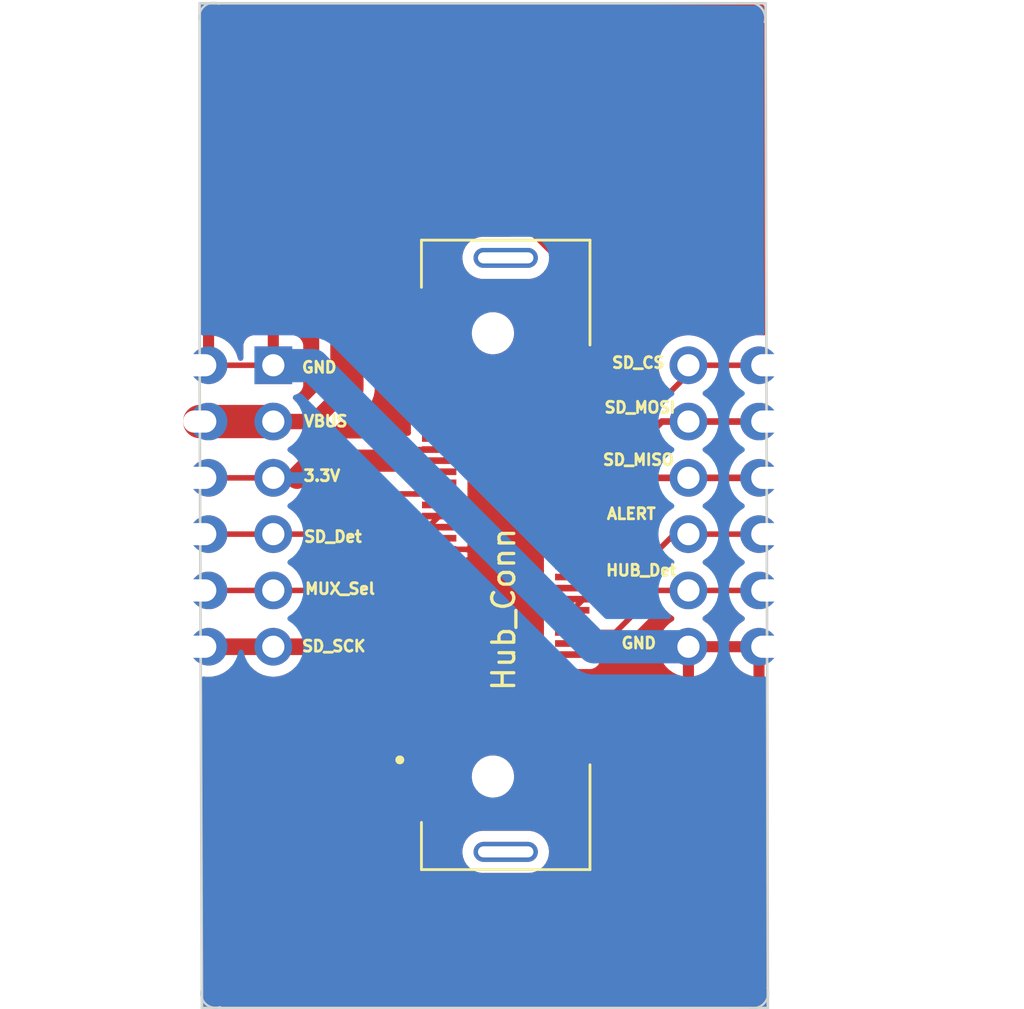
<source format=kicad_pcb>
(kicad_pcb (version 20221018) (generator pcbnew)

  (general
    (thickness 1.6)
  )

  (paper "A4")
  (layers
    (0 "F.Cu" signal)
    (31 "B.Cu" signal)
    (32 "B.Adhes" user "B.Adhesive")
    (33 "F.Adhes" user "F.Adhesive")
    (34 "B.Paste" user)
    (35 "F.Paste" user)
    (36 "B.SilkS" user "B.Silkscreen")
    (37 "F.SilkS" user "F.Silkscreen")
    (38 "B.Mask" user)
    (39 "F.Mask" user)
    (40 "Dwgs.User" user "User.Drawings")
    (41 "Cmts.User" user "User.Comments")
    (42 "Eco1.User" user "User.Eco1")
    (43 "Eco2.User" user "User.Eco2")
    (44 "Edge.Cuts" user)
    (45 "Margin" user)
    (46 "B.CrtYd" user "B.Courtyard")
    (47 "F.CrtYd" user "F.Courtyard")
    (48 "B.Fab" user)
    (49 "F.Fab" user)
    (50 "User.1" user)
    (51 "User.2" user)
    (52 "User.3" user)
    (53 "User.4" user)
    (54 "User.5" user)
    (55 "User.6" user)
    (56 "User.7" user)
    (57 "User.8" user)
    (58 "User.9" user)
  )

  (setup
    (pad_to_mask_clearance 0)
    (pcbplotparams
      (layerselection 0x00010fc_ffffffff)
      (plot_on_all_layers_selection 0x0000000_00000000)
      (disableapertmacros false)
      (usegerberextensions false)
      (usegerberattributes true)
      (usegerberadvancedattributes true)
      (creategerberjobfile true)
      (dashed_line_dash_ratio 12.000000)
      (dashed_line_gap_ratio 3.000000)
      (svgprecision 4)
      (plotframeref false)
      (viasonmask false)
      (mode 1)
      (useauxorigin false)
      (hpglpennumber 1)
      (hpglpenspeed 20)
      (hpglpendiameter 15.000000)
      (dxfpolygonmode true)
      (dxfimperialunits true)
      (dxfusepcbnewfont true)
      (psnegative false)
      (psa4output false)
      (plotreference true)
      (plotvalue true)
      (plotinvisibletext false)
      (sketchpadsonfab false)
      (subtractmaskfromsilk false)
      (outputformat 1)
      (mirror false)
      (drillshape 1)
      (scaleselection 1)
      (outputdirectory "")
    )
  )

  (net 0 "")
  (net 1 "GND")
  (net 2 "unconnected-(Connector1-Pad2)")
  (net 3 "unconnected-(Connector1-Pad4)")
  (net 4 "unconnected-(Connector1-Pad6)")
  (net 5 "unconnected-(Connector1-Pad8)")
  (net 6 "unconnected-(Connector1-Pad10)")
  (net 7 "unconnected-(Connector1-Pad20)")
  (net 8 "/HUB_DETECT")
  (net 9 "unconnected-(Connector1-Pad26)")
  (net 10 "/ALERT_PMIC")
  (net 11 "unconnected-(Connector1-Pad29)")
  (net 12 "/Pi_SD_SCK")
  (net 13 "unconnected-(Connector1-Pad32)")
  (net 14 "unconnected-(Connector1-Pad34)")
  (net 15 "unconnected-(Connector1-Pad35)")
  (net 16 "unconnected-(Connector1-Pad36)")
  (net 17 "unconnected-(Connector1-Pad38)")
  (net 18 "unconnected-(Connector1-Pad40)")
  (net 19 "unconnected-(Connector1-Pad41)")
  (net 20 "unconnected-(Connector1-Pad42)")
  (net 21 "/MUX_SEL")
  (net 22 "unconnected-(Connector1-Pad44)")
  (net 23 "/Pi_SD_RX_MISO")
  (net 24 "unconnected-(Connector1-Pad47)")
  (net 25 "unconnected-(Connector1-Pad48)")
  (net 26 "/SD_Detect")
  (net 27 "/Pi_SD_TX_MOSI")
  (net 28 "unconnected-(Connector1-Pad52)")
  (net 29 "unconnected-(Connector1-Pad53)")
  (net 30 "/Pi_SD_CS")
  (net 31 "+3.3V")
  (net 32 "unconnected-(Connector1-Pad56)")
  (net 33 "unconnected-(Connector1-Pad58)")
  (net 34 "unconnected-(Connector1-Pad59)")
  (net 35 "unconnected-(Connector1-Pad60)")
  (net 36 "unconnected-(Connector1-Pad61)")
  (net 37 "unconnected-(Connector1-Pad62)")
  (net 38 "unconnected-(Connector1-Pad63)")
  (net 39 "unconnected-(Connector1-Pad64)")
  (net 40 "unconnected-(Connector1-Pad65)")
  (net 41 "unconnected-(Connector1-Pad66)")
  (net 42 "unconnected-(Connector1-Pad67)")
  (net 43 "unconnected-(Connector1-Pad69)")
  (net 44 "unconnected-(Connector1-Pad70)")
  (net 45 "unconnected-(Connector1-Pad71)")
  (net 46 "/VBUS")
  (net 47 "unconnected-(Connector1-Pad73)")
  (net 48 "unconnected-(Connector1-Pad75)")
  (net 49 "unconnected-(Connector1-PadP2)")
  (net 50 "unconnected-(Connector1-PadP5)")
  (net 51 "unconnected-(Connector1-PadP3)")
  (net 52 "unconnected-(Connector1-PadP1)")
  (net 53 "unconnected-(Connector1-PadP6)")
  (net 54 "unconnected-(Connector1-PadP4)")

  (footprint "Connector_PinHeader_2.54mm:PinHeader_2x06_P2.54mm_Vertical_HUB" (layer "F.Cu") (at 150.452 82.773))

  (footprint "CNU027S-067-2001-VE:YEU_CNU027S-067-2001-VE" (layer "F.Cu") (at 151.432 91.328 90))

  (footprint "LOGO" (layer "F.Cu")
    (tstamp eb7749cf-aa2b-45e7-9800-fedaee5f0e5c)
    (at 151.42 69.79)
    (attr board_only exclude_from_pos_files exclude_from_bom)
    (fp_text reference "" (at 0 0) (layer "F.SilkS")
        (effects (font (size 1.5 1.5) (thickness 0.3)))
      (tstamp cd6e4b34-7f5e-406a-a5fe-abe71a4df408)
    )
    (fp_text value "" (at 0.75 0) (layer "F.SilkS") hide
        (effects (font (size 1.5 1.5) (thickness 0.3)))
      (tstamp bc83b651-1bcc-4c7f-8973-528bde396b16)
    )
    (fp_poly
      (pts
        (xy -1.184456 -1.838375)
        (xy -1.188569 -1.834262)
        (xy -1.192681 -1.838375)
        (xy -1.188569 -1.842487)
      )

      (stroke (width 0) (type solid)) (fill solid) (layer "F.Mask") (tstamp 6d1edf53-f220-4b41-8e35-3aafbd19ee29))
    (fp_poly
      (pts
        (xy -1.110428 0.300226)
        (xy -1.11454 0.304339)
        (xy -1.118653 0.300226)
        (xy -1.11454 0.296114)
      )

      (stroke (width 0) (type solid)) (fill solid) (layer "F.Mask") (tstamp 6974631e-9698-4e21-8d05-a9d82ef52cb7))
    (fp_poly
      (pts
        (xy -1.110428 1.525809)
        (xy -1.11454 1.529922)
        (xy -1.118653 1.525809)
        (xy -1.11454 1.521697)
      )

      (stroke (width 0) (type solid)) (fill solid) (layer "F.Mask") (tstamp 60817d68-fd4a-45ff-816a-e4ea3b102bb5))
    (fp_poly
      (pts
        (xy -1.093977 0.308452)
        (xy -1.098089 0.312564)
        (xy -1.102202 0.308452)
        (xy -1.098089 0.304339)
      )

      (stroke (width 0) (type solid)) (fill solid) (layer "F.Mask") (tstamp 1b5f6c32-7b5e-48bc-a157-447ea7f4f59e))
    (fp_poly
      (pts
        (xy -1.093977 1.54226)
        (xy -1.098089 1.546373)
        (xy -1.102202 1.54226)
        (xy -1.098089 1.538147)
      )

      (stroke (width 0) (type solid)) (fill solid) (layer "F.Mask") (tstamp a8f2e173-0b1f-46f7-a565-c1dc1dc435ee))
    (fp_poly
      (pts
        (xy -0.847215 -1.780797)
        (xy -0.851328 -1.776684)
        (xy -0.855441 -1.780797)
        (xy -0.851328 -1.78491)
      )

      (stroke (width 0) (type solid)) (fill solid) (layer "F.Mask") (tstamp 60e06698-dc1d-4780-82b6-435a4bf5c0f3))
    (fp_poly
      (pts
        (xy -0.83899 -1.73967)
        (xy -0.843102 -1.735557)
        (xy -0.847215 -1.73967)
        (xy -0.843102 -1.743783)
      )

      (stroke (width 0) (type solid)) (fill solid) (layer "F.Mask") (tstamp 6fa8eb5f-30f5-4586-b8c4-cce6be18f70b))
    (fp_poly
      (pts
        (xy -0.830764 -1.698543)
        (xy -0.834877 -1.69443)
        (xy -0.83899 -1.698543)
        (xy -0.834877 -1.702656)
      )

      (stroke (width 0) (type solid)) (fill solid) (layer "F.Mask") (tstamp 63e92ee9-7459-476f-b69d-8e4039f708f6))
    (fp_poly
      (pts
        (xy -0.822539 -1.649191)
        (xy -0.826652 -1.645078)
        (xy -0.830764 -1.649191)
        (xy -0.826652 -1.653303)
      )

      (stroke (width 0) (type solid)) (fill solid) (layer "F.Mask") (tstamp 6d2351e6-09ab-4599-8d5a-2a1f1ff2de4d))
    (fp_poly
      (pts
        (xy -0.797863 -1.550486)
        (xy -0.801975 -1.546373)
        (xy -0.806088 -1.550486)
        (xy -0.801975 -1.554599)
      )

      (stroke (width 0) (type solid)) (fill solid) (layer "F.Mask") (tstamp 05351955-dbe4-4926-9562-f6342d5a2fec))
    (fp_poly
      (pts
        (xy -0.789637 -1.575162)
        (xy -0.79375 -1.57105)
        (xy -0.797863 -1.575162)
        (xy -0.79375 -1.579275)
      )

      (stroke (width 0) (type solid)) (fill solid) (layer "F.Mask") (tstamp 130ad385-3be1-4ea3-b0ac-df59fe0499e9))
    (fp_poly
      (pts
        (xy -0.781412 -1.608064)
        (xy -0.785525 -1.603951)
        (xy -0.789637 -1.608064)
        (xy -0.785525 -1.612176)
      )

      (stroke (width 0) (type solid)) (fill solid) (layer "F.Mask") (tstamp afd5248c-ffd9-4973-9f9c-6f2909c306ed))
    (fp_poly
      (pts
        (xy -0.699158 0.078141)
        (xy -0.703271 0.082254)
        (xy -0.707384 0.078141)
        (xy -0.703271 0.074028)
      )

      (stroke (width 0) (type solid)) (fill solid) (layer "F.Mask") (tstamp fc312636-f88d-4212-9684-1edb09ceb2c8))
    (fp_poly
      (pts
        (xy -0.608679 -1.180344)
        (xy -0.612792 -1.176231)
        (xy -0.616904 -1.180344)
        (xy -0.612792 -1.184456)
      )

      (stroke (width 0) (type solid)) (fill solid) (layer "F.Mask") (tstamp ab2f4db7-312f-4477-a4a3-0af06ea436f1))
    (fp_poly
      (pts
        (xy -0.444171 1.139216)
        (xy -0.448284 1.143329)
        (xy -0.452396 1.139216)
        (xy -0.448284 1.135103)
      )

      (stroke (width 0) (type solid)) (fill solid) (layer "F.Mask") (tstamp 23f5806f-995a-4295-b368-f57db7b89bcd))
    (fp_poly
      (pts
        (xy -0.419495 -0.185072)
        (xy -0.423608 -0.180959)
        (xy -0.42772 -0.185072)
        (xy -0.423608 -0.189184)
      )

      (stroke (width 0) (type solid)) (fill solid) (layer "F.Mask") (tstamp c661e38f-230f-47e9-9ac7-da815de3568f))
    (fp_poly
      (pts
        (xy -0.41127 -0.209748)
        (xy -0.415382 -0.205635)
        (xy -0.419495 -0.209748)
        (xy -0.415382 -0.21386)
      )

      (stroke (width 0) (type solid)) (fill solid) (layer "F.Mask") (tstamp 82e43044-4381-418f-933c-6db28a200d1e))
    (fp_poly
      (pts
        (xy -0.394819 0.185071)
        (xy -0.398931 0.189184)
        (xy -0.403044 0.185071)
        (xy -0.398931 0.180958)
      )

      (stroke (width 0) (type solid)) (fill solid) (layer "F.Mask") (tstamp 0e6115fb-0205-4a11-8109-385d13f30744))
    (fp_poly
      (pts
        (xy -0.386593 0.16862)
        (xy -0.390706 0.172733)
        (xy -0.394819 0.16862)
        (xy -0.390706 0.164507)
      )

      (stroke (width 0) (type solid)) (fill solid) (layer "F.Mask") (tstamp eea124ea-0659-4e78-b9be-97ff17f1523e))
    (fp_poly
      (pts
        (xy -0.312565 -1.649191)
        (xy -0.316678 -1.645078)
        (xy -0.32079 -1.649191)
        (xy -0.316678 -1.653303)
      )

      (stroke (width 0) (type solid)) (fill solid) (layer "F.Mask") (tstamp 7d2292f1-a1e3-4419-971c-5ab1305d636c))
    (fp_poly
      (pts
        (xy -0.304339 -1.616289)
        (xy -0.308452 -1.612176)
        (xy -0.312565 -1.616289)
        (xy -0.308452 -1.620402)
      )

      (stroke (width 0) (type solid)) (fill solid) (layer "F.Mask") (tstamp 6e0e7f73-5989-48f7-811e-d31926756b47))
    (fp_poly
      (pts
        (xy -0.296114 -1.591613)
        (xy -0.300227 -1.5875)
        (xy -0.304339 -1.591613)
        (xy -0.300227 -1.595726)
      )

      (stroke (width 0) (type solid)) (fill solid) (layer "F.Mask") (tstamp b967c5c6-93dc-4b2e-8a7e-a1f9b71b09ed))
    (fp_poly
      (pts
        (xy -0.246762 -1.714994)
        (xy -0.250874 -1.710881)
        (xy -0.254987 -1.714994)
        (xy -0.250874 -1.719106)
      )

      (stroke (width 0) (type solid)) (fill solid) (layer "F.Mask") (tstamp 8a162c46-ee4a-40da-b056-d0b54efce393))
    (fp_poly
      (pts
        (xy -0.049352 -0.308452)
        (xy -0.053465 -0.30434)
        (xy -0.057578 -0.308452)
        (xy -0.053465 -0.312565)
      )

      (stroke (width 0) (type solid)) (fill solid) (layer "F.Mask") (tstamp b24f43c9-a59b-4da6-901d-74d618f22b13))
    (fp_poly
      (pts
        (xy -0.041127 -0.2591)
        (xy -0.04524 -0.254987)
        (xy -0.049352 -0.2591)
        (xy -0.04524 -0.263213)
      )

      (stroke (width 0) (type solid)) (fill solid) (layer "F.Mask") (tstamp 26ba62d2-9ed9-4317-9869-e46040355101))
    (fp_poly
      (pts
        (xy 0.008225 -0.04524)
        (xy 0.004113 -0.041127)
        (xy 0 -0.04524)
        (xy 0.004113 -0.049353)
      )

      (stroke (width 0) (type solid)) (fill solid) (layer "F.Mask") (tstamp fee49a68-34cc-4b50-b5af-a0f5969f96ee))
    (fp_poly
      (pts
        (xy 0.065803 -1.385978)
        (xy 0.06169 -1.381866)
        (xy 0.057578 -1.385978)
        (xy 0.06169 -1.390091)
      )

      (stroke (width 0) (type solid)) (fill solid) (layer "F.Mask") (tstamp 57dd8a0d-4ed4-46ec-b2be-91bf1aefb111))
    (fp_poly
      (pts
        (xy 0.098705 -1.139217)
        (xy 0.094592 -1.135104)
        (xy 0.090479 -1.139217)
        (xy 0.094592 -1.143329)
      )

      (stroke (width 0) (type solid)) (fill solid) (layer "F.Mask") (tstamp c73659dc-f4d5-4c93-b44b-f350c4a6acac))
    (fp_poly
      (pts
        (xy 0.10693 -1.122766)
        (xy 0.102817 -1.118653)
        (xy 0.098705 -1.122766)
        (xy 0.102817 -1.126879)
      )

      (stroke (width 0) (type solid)) (fill solid) (layer "F.Mask") (tstamp 212854c4-97b8-4ca1-96a7-3818772f437f))
    (fp_poly
      (pts
        (xy 0.205635 1.460006)
        (xy 0.201522 1.464119)
        (xy 0.197409 1.460006)
        (xy 0.201522 1.455894)
      )

      (stroke (width 0) (type solid)) (fill solid) (layer "F.Mask") (tstamp 12500b08-2b8b-4b51-9b36-c82d1317bf27))
    (fp_poly
      (pts
        (xy 0.21386 1.484682)
        (xy 0.209747 1.488795)
        (xy 0.205635 1.484682)
        (xy 0.209747 1.48057)
      )

      (stroke (width 0) (type solid)) (fill solid) (layer "F.Mask") (tstamp 62d3bc5d-8b57-4ea9-9a73-f2557b0022e2))
    (fp_poly
      (pts
        (xy 0.222085 1.517584)
        (xy 0.217973 1.521697)
        (xy 0.21386 1.517584)
        (xy 0.217973 1.513471)
      )

      (stroke (width 0) (type solid)) (fill solid) (layer "F.Mask") (tstamp 686ad9a2-3c0e-479d-8dad-e8d0bfd57f82))
    (fp_poly
      (pts
        (xy 0.287889 0.078141)
        (xy 0.283776 0.082254)
        (xy 0.279663 0.078141)
        (xy 0.283776 0.074028)
      )

      (stroke (width 0) (type solid)) (fill solid) (layer "F.Mask") (tstamp 166db566-0f63-4bc5-a377-69e03cc4d08f))
    (fp_poly
      (pts
        (xy 0.296114 0.094592)
        (xy 0.292001 0.098704)
        (xy 0.287889 0.094592)
        (xy 0.292001 0.090479)
      )

      (stroke (width 0) (type solid)) (fill solid) (layer "F.Mask") (tstamp 1c801f35-1a48-41f2-9db0-40bf148506d7))
    (fp_poly
      (pts
        (xy 0.386593 0.102817)
        (xy 0.38248 0.10693)
        (xy 0.378368 0.102817)
        (xy 0.38248 0.098704)
      )

      (stroke (width 0) (type solid)) (fill solid) (layer "F.Mask") (tstamp b9350097-457c-47d5-9b85-30621aec42c9))
    (fp_poly
      (pts
        (xy 0.551101 1.303724)
        (xy 0.546988 1.307837)
        (xy 0.542876 1.303724)
        (xy 0.546988 1.299611)
      )

      (stroke (width 0) (type solid)) (fill solid) (layer "F.Mask") (tstamp a6b4e93e-e9c5-4677-ad81-401aaa0d8f08))
    (fp_poly
      (pts
        (xy 0.559326 0.958257)
        (xy 0.555214 0.96237)
        (xy 0.551101 0.958257)
        (xy 0.555214 0.954145)
      )

      (stroke (width 0) (type solid)) (fill solid) (layer "F.Mask") (tstamp 0826b584-69db-4211-93e6-1a359e0f9ab0))
    (fp_poly
      (pts
        (xy 0.559326 1.320175)
        (xy 0.555214 1.324287)
        (xy 0.551101 1.320175)
        (xy 0.555214 1.316062)
      )

      (stroke (width 0) (type solid)) (fill solid) (layer "F.Mask") (tstamp bf3b5169-c5a2-42fc-ad80-04c2a2ef088e))
    (fp_poly
      (pts
        (xy 0.575777 1.336625)
        (xy 0.571664 1.340738)
        (xy 0.567552 1.336625)
        (xy 0.571664 1.332513)
      )

      (stroke (width 0) (type solid)) (fill solid) (layer "F.Mask") (tstamp 05e997f0-08b9-415e-b3bb-1f1c15f3a852))
    (fp_poly
      (pts
        (xy 0.625129 1.336625)
        (xy 0.621017 1.340738)
        (xy 0.616904 1.336625)
        (xy 0.621017 1.332513)
      )

      (stroke (width 0) (type solid)) (fill solid) (layer "F.Mask") (tstamp 30a97e3e-80d6-45e8-ab53-d6385cc36e2a))
    (fp_poly
      (pts
        (xy 0.666256 0.127493)
        (xy 0.662144 0.131606)
        (xy 0.658031 0.127493)
        (xy 0.662144 0.123381)
      )

      (stroke (width 0) (type solid)) (fill solid) (layer "F.Mask") (tstamp 18c3003f-cea0-468e-a11c-6b8b8e49e60d))
    (fp_poly
      (pts
        (xy 0.690933 0.143944)
        (xy 0.68682 0.148057)
        (xy 0.682707 0.143944)
        (xy 0.68682 0.139831)
      )

      (stroke (width 0) (type solid)) (fill solid) (layer "F.Mask") (tstamp e443069c-c1c3-4666-b740-38d107f17d7c))
    (fp_poly
      (pts
        (xy 0.699158 0.102817)
        (xy 0.695045 0.10693)
        (xy 0.690933 0.102817)
        (xy 0.695045 0.098704)
      )

      (stroke (width 0) (type solid)) (fill solid) (layer "F.Mask") (tstamp b9983946-bfa7-4b6d-a0c7-5641492ddd2b))
    (fp_poly
      (pts
        (xy 0.707383 0.193296)
        (xy 0.703271 0.197409)
        (xy 0.699158 0.193296)
        (xy 0.703271 0.189184)
      )

      (stroke (width 0) (type solid)) (fill solid) (layer "F.Mask") (tstamp 4e21dc28-ee67-45fe-bfc8-10df3e1d0c9e))
    (fp_poly
      (pts
        (xy 0.715609 -0.061691)
        (xy 0.711496 -0.057578)
        (xy 0.707383 -0.061691)
        (xy 0.711496 -0.065803)
      )

      (stroke (width 0) (type solid)) (fill solid) (layer "F.Mask") (tstamp 1c920314-9474-4fab-865a-a016d2533e74))
    (fp_poly
      (pts
        (xy 0.715609 0.094592)
        (xy 0.711496 0.098704)
        (xy 0.707383 0.094592)
        (xy 0.711496 0.090479)
      )

      (stroke (width 0) (type solid)) (fill solid) (layer "F.Mask") (tstamp 89c683c8-0098-4e1b-b43c-918dfc56132c))
    (fp_poly
      (pts
        (xy 0.83899 -1.11454)
        (xy 0.834877 -1.110428)
        (xy 0.830764 -1.11454)
        (xy 0.834877 -1.118653)
      )

      (stroke (width 0) (type solid)) (fill solid) (layer "F.Mask") (tstamp 5e2a29a8-b255-4e99-8bc9-d78225b41ccc))
    (fp_poly
      (pts
        (xy 0.847215 -1.22147)
        (xy 0.843102 -1.217358)
        (xy 0.83899 -1.22147)
        (xy 0.843102 -1.225583)
      )

      (stroke (width 0) (type solid)) (fill solid) (layer "F.Mask") (tstamp 10ed4ef8-74de-404c-aa9f-ed86b8b1564c))
    (fp_poly
      (pts
        (xy 0.863666 -1.402429)
        (xy 0.859553 -1.398316)
        (xy 0.85544 -1.402429)
        (xy 0.859553 -1.406542)
      )

      (stroke (width 0) (type solid)) (fill solid) (layer "F.Mask") (tstamp d3b153fc-4db7-44ab-89db-fb9e71762273))
    (fp_poly
      (pts
        (xy 0.863666 -1.229696)
        (xy 0.859553 -1.225583)
        (xy 0.85544 -1.229696)
        (xy 0.859553 -1.233809)
      )

      (stroke (width 0) (type solid)) (fill solid) (layer "F.Mask") (tstamp d41b8cee-156a-45d0-91f4-52a1506c7d02))
    (fp_poly
      (pts
        (xy 0.896567 1.394203)
        (xy 0.892455 1.398316)
        (xy 0.888342 1.394203)
        (xy 0.892455 1.39009)
      )

      (stroke (width 0) (type solid)) (fill solid) (layer "F.Mask") (tstamp a1840ac1-5d90-4732-b636-974c74e43ccd))
    (fp_poly
      (pts
        (xy 0.904793 1.369527)
        (xy 0.90068 1.37364)
        (xy 0.896567 1.369527)
        (xy 0.90068 1.365414)
      )

      (stroke (width 0) (type solid)) (fill solid) (layer "F.Mask") (tstamp b038924e-8da0-429a-8f46-ed6f485ed998))
    (fp_poly
      (pts
        (xy 0.929469 -1.427105)
        (xy 0.925356 -1.422993)
        (xy 0.921243 -1.427105)
        (xy 0.925356 -1.431218)
      )

      (stroke (width 0) (type solid)) (fill solid) (layer "F.Mask") (tstamp 92a05e0d-2290-48b6-a28b-d3113419344e))
    (fp_poly
      (pts
        (xy 0.978821 -1.336626)
        (xy 0.974708 -1.332513)
        (xy 0.970596 -1.336626)
        (xy 0.974708 -1.340739)
      )

      (stroke (width 0) (type solid)) (fill solid) (layer "F.Mask") (tstamp 720faef8-37e6-492c-a05c-2fb36704e78b))
    (fp_poly
      (pts
        (xy 1.003497 -1.353077)
        (xy 0.999385 -1.348964)
        (xy 0.995272 -1.353077)
        (xy 0.999385 -1.357189)
      )

      (stroke (width 0) (type solid)) (fill solid) (layer "F.Mask") (tstamp 2535c8ca-3176-4ca7-9d3f-b6f5779e2904))
    (fp_poly
      (pts
        (xy 1.283161 -0.094592)
        (xy 1.279048 -0.09048)
        (xy 1.274935 -0.094592)
        (xy 1.279048 -0.098705)
      )

      (stroke (width 0) (type solid)) (fill solid) (layer "F.Mask") (tstamp 3a8245a4-5a92-45ad-8ccf-79ef3b0fc295))
    (fp_poly
      (pts
        (xy 1.316062 0.045239)
        (xy 1.311949 0.049352)
        (xy 1.307837 0.045239)
        (xy 1.311949 0.041127)
      )

      (stroke (width 0) (type solid)) (fill solid) (layer "F.Mask") (tstamp c380cf05-8ddd-43b5-8175-5ba8a825c017))
    (fp_poly
      (pts
        (xy 1.340738 -0.053465)
        (xy 1.336626 -0.049353)
        (xy 1.332513 -0.053465)
        (xy 1.336626 -0.057578)
      )

      (stroke (width 0) (type solid)) (fill solid) (layer "F.Mask") (tstamp c460afd2-603e-4bc5-aa6a-f8b51ed53a5e))
    (fp_poly
      (pts
        (xy 1.365414 0.152169)
        (xy 1.361302 0.156282)
        (xy 1.357189 0.152169)
        (xy 1.361302 0.148057)
      )

      (stroke (width 0) (type solid)) (fill solid) (layer "F.Mask") (tstamp e8426d76-bb25-4d31-a361-3012c14eebfc))
    (fp_poly
      (pts
        (xy 1.37364 0.16862)
        (xy 1.369527 0.172733)
        (xy 1.365414 0.16862)
        (xy 1.369527 0.164507)
      )

      (stroke (width 0) (type solid)) (fill solid) (layer "F.Mask") (tstamp 1a2acc7f-5e0b-48e7-a71d-4a38718ace07))
    (fp_poly
      (pts
        (xy 1.381865 0.185071)
        (xy 1.377752 0.189184)
        (xy 1.37364 0.185071)
        (xy 1.377752 0.180958)
      )

      (stroke (width 0) (type solid)) (fill solid) (layer "F.Mask") (tstamp 87f7fc31-8d26-42d0-a910-775714e4050d))
    (fp_poly
      (pts
        (xy 1.677979 -1.073413)
        (xy 1.673866 -1.069301)
        (xy 1.669754 -1.073413)
        (xy 1.673866 -1.077526)
      )

      (stroke (width 0) (type solid)) (fill solid) (layer "F.Mask") (tstamp 2f9514d5-1b09-4e39-9def-9f0528959edb))
    (fp_poly
      (pts
        (xy 1.69443 -1.024061)
        (xy 1.690317 -1.019948)
        (xy 1.686205 -1.024061)
        (xy 1.690317 -1.028174)
      )

      (stroke (width 0) (type solid)) (fill solid) (layer "F.Mask") (tstamp 802dbfa0-c180-40c8-ac4a-7953b5e52a83))
    (fp_poly
      (pts
        (xy 1.702655 -0.99116)
        (xy 1.698543 -0.987047)
        (xy 1.69443 -0.99116)
        (xy 1.698543 -0.995272)
      )

      (stroke (width 0) (type solid)) (fill solid) (layer "F.Mask") (tstamp 06f81d91-7a4b-4c41-bce2-1a15ba75d90b))
    (fp_poly
      (pts
        (xy 2.006995 0.160395)
        (xy 2.002882 0.164507)
        (xy 1.998769 0.160395)
        (xy 2.002882 0.156282)
      )

      (stroke (width 0) (type solid)) (fill solid) (layer "F.Mask") (tstamp 4b971376-36b5-4619-aaa9-9476065e4dad))
    (fp_poly
      (pts
        (xy 2.01522 -0.061691)
        (xy 2.011107 -0.057578)
        (xy 2.006995 -0.061691)
        (xy 2.011107 -0.065803)
      )

      (stroke (width 0) (type solid)) (fill solid) (layer "F.Mask") (tstamp f845a220-301f-45e1-82de-06c7ed0ed8a9))
    (fp_poly
      (pts
        (xy 2.01522 0.135719)
        (xy 2.011107 0.139831)
        (xy 2.006995 0.135719)
        (xy 2.011107 0.131606)
      )

      (stroke (width 0) (type solid)) (fill solid) (layer "F.Mask") (tstamp fe5a6d2e-f487-48cf-bdb9-efb1fc6d16c2))
    (fp_poly
      (pts
        (xy 2.064572 0.292001)
        (xy 2.06046 0.296114)
        (xy 2.056347 0.292001)
        (xy 2.06046 0.287888)
      )

      (stroke (width 0) (type solid)) (fill solid) (layer "F.Mask") (tstamp 753176e9-6662-488c-854e-70316671a01c))
    (fp_poly
      (pts
        (xy 2.081023 0.308452)
        (xy 2.076911 0.312564)
        (xy 2.072798 0.308452)
        (xy 2.076911 0.304339)
      )

      (stroke (width 0) (type solid)) (fill solid) (layer "F.Mask") (tstamp 6a0fe4f0-bbca-4a5a-9b2e-9fddcbf07432))
    (fp_poly
      (pts
        (xy 2.278433 -1.476458)
        (xy 2.27432 -1.472345)
        (xy 2.270207 -1.476458)
        (xy 2.27432 -1.48057)
      )

      (stroke (width 0) (type solid)) (fill solid) (layer "F.Mask") (tstamp 157f10d7-2fbf-4557-99a4-91a1d5e3a4df))
    (fp_poly
      (pts
        (xy 2.303109 -1.534035)
        (xy 2.298996 -1.529923)
        (xy 2.294883 -1.534035)
        (xy 2.298996 -1.538148)
      )

      (stroke (width 0) (type solid)) (fill solid) (layer "F.Mask") (tstamp 6c7898de-7932-49a8-8ba1-12ffa9d96b01))
    (fp_poly
      (pts
        (xy 2.311334 -1.558711)
        (xy 2.307221 -1.554599)
        (xy 2.303109 -1.558711)
        (xy 2.307221 -1.562824)
      )

      (stroke (width 0) (type solid)) (fill solid) (layer "F.Mask") (tstamp 8e87d93a-ae44-43aa-9646-55216630676f))
    (fp_poly
      (pts
        (xy 2.311334 -1.11454)
        (xy 2.307221 -1.110428)
        (xy 2.303109 -1.11454)
        (xy 2.307221 -1.118653)
      )

      (stroke (width 0) (type solid)) (fill solid) (layer "F.Mask") (tstamp bfc0aa49-3ed3-4fd3-9724-1d2c3e3874ec))
    (fp_poly
      (pts
        (xy 2.319559 -1.089864)
        (xy 2.315447 -1.085752)
        (xy 2.311334 -1.089864)
        (xy 2.315447 -1.093977)
      )

      (stroke (width 0) (type solid)) (fill solid) (layer "F.Mask") (tstamp 6b48f572-f4a8-42f7-98c6-b9a27e6fa58e))
    (fp_poly
      (pts
        (xy 2.319559 0.300226)
        (xy 2.315447 0.304339)
        (xy 2.311334 0.300226)
        (xy 2.315447 0.296114)
      )

      (stroke (width 0) (type solid)) (fill solid) (layer "F.Mask") (tstamp 7c65e26e-afe0-4c13-9a0c-80ef75b7e374))
    (fp_poly
      (pts
        (xy 2.327785 0.283776)
        (xy 2.323672 0.287888)
        (xy 2.319559 0.283776)
        (xy 2.323672 0.279663)
      )

      (stroke (width 0) (type solid)) (fill solid) (layer "F.Mask") (tstamp 1b8c8bf1-0c1a-4f5a-8619-79a7a8dd3de2))
    (fp_poly
      (pts
        (xy 2.33601 -1.501134)
        (xy 2.331898 -1.497021)
        (xy 2.327785 -1.501134)
        (xy 2.331898 -1.505246)
      )

      (stroke (width 0) (type solid)) (fill solid) (layer "F.Mask") (tstamp d4633eb4-114c-4d4f-9b9b-e1be3a8dc38a))
    (fp_poly
      (pts
        (xy 2.368912 -1.320175)
        (xy 2.364799 -1.316062)
        (xy 2.360686 -1.320175)
        (xy 2.364799 -1.324288)
      )

      (stroke (width 0) (type solid)) (fill solid) (layer "F.Mask") (tstamp 22fbf6a3-6307-4aba-b704-1e3d5f45b1ca))
    (fp_poly
      (pts
        (xy 2.401813 -1.344851)
        (xy 2.397701 -1.340739)
        (xy 2.393588 -1.344851)
        (xy 2.397701 -1.348964)
      )

      (stroke (width 0) (type solid)) (fill solid) (layer "F.Mask") (tstamp e6279677-155e-4a97-b38d-5ceda5819196))
    (fp_poly
      (pts
        (xy 2.418264 -1.353077)
        (xy 2.414151 -1.348964)
        (xy 2.410039 -1.353077)
        (xy 2.414151 -1.357189)
      )

      (stroke (width 0) (type solid)) (fill solid) (layer "F.Mask") (tstamp fc2ae18a-6ef9-410a-8c81-81bd853273b8))
    (fp_poly
      (pts
        (xy 2.42649 0.300226)
        (xy 2.422377 0.304339)
        (xy 2.418264 0.300226)
        (xy 2.422377 0.296114)
      )

      (stroke (width 0) (type solid)) (fill solid) (layer "F.Mask") (tstamp e78945b5-1912-4dc1-b52e-8a24be81f965))
    (fp_poly
      (pts
        (xy 2.44294 0.308452)
        (xy 2.438828 0.312564)
        (xy 2.434715 0.308452)
        (xy 2.438828 0.304339)
      )

      (stroke (width 0) (type solid)) (fill solid) (layer "F.Mask") (tstamp 7ef4e8fb-d4ea-4c84-9bde-9625478f08a9))
    (fp_poly
      (pts
        (xy 2.665026 0.308452)
        (xy 2.660913 0.312564)
        (xy 2.6568 0.308452)
        (xy 2.660913 0.304339)
      )

      (stroke (width 0) (type solid)) (fill solid) (layer "F.Mask") (tstamp 7da95c21-b1e7-4fc1-9780-a6ea87cec752))
    (fp_poly
      (pts
        (xy 2.681477 0.300226)
        (xy 2.677364 0.304339)
        (xy 2.673251 0.300226)
        (xy 2.677364 0.296114)
      )

      (stroke (width 0) (type solid)) (fill solid) (layer "F.Mask") (tstamp bce692df-7268-4d34-9bc3-0aa172a012d5))
    (fp_poly
      (pts
        (xy 2.722604 0.152169)
        (xy 2.718491 0.156282)
        (xy 2.714378 0.152169)
        (xy 2.718491 0.148057)
      )

      (stroke (width 0) (type solid)) (fill solid) (layer "F.Mask") (tstamp 2f45a22c-7b66-499e-bcf9-4a4682f7a95d))
    (fp_poly
      (pts
        (xy 2.74728 -0.053465)
        (xy 2.743167 -0.049353)
        (xy 2.739054 -0.053465)
        (xy 2.743167 -0.057578)
      )

      (stroke (width 0) (type solid)) (fill solid) (layer "F.Mask") (tstamp 0143e14a-1cc2-4e39-9908-b3b684e148b9))
    (fp_poly
      (pts
        (xy 3.092746 -1.056963)
        (xy 3.088633 -1.05285)
        (xy 3.084521 -1.056963)
        (xy 3.088633 -1.061075)
      )

      (stroke (width 0) (type solid)) (fill solid) (layer "F.Mask") (tstamp 0cdb5d56-0646-47d2-85ca-da45cccc4675))
    (fp_poly
      (pts
        (xy 3.100971 -0.966483)
        (xy 3.096859 -0.962371)
        (xy 3.092746 -0.966483)
        (xy 3.096859 -0.970596)
      )

      (stroke (width 0) (type solid)) (fill solid) (layer "F.Mask") (tstamp 0463ccd8-0c40-47a2-b043-665e9e0cd9f5))
    (fp_poly
      (pts
        (xy 3.109197 -1.015836)
        (xy 3.105084 -1.011723)
        (xy 3.100971 -1.015836)
        (xy 3.105084 -1.019948)
      )

      (stroke (width 0) (type solid)) (fill solid) (layer "F.Mask") (tstamp 00863389-5e77-4324-8776-e21655cf1434))
    (fp_poly
      (pts
        (xy 3.191451 -0.982934)
        (xy 3.187338 -0.978822)
        (xy 3.183225 -0.982934)
        (xy 3.187338 -0.987047)
      )

      (stroke (width 0) (type solid)) (fill solid) (layer "F.Mask") (tstamp 206bb590-ed74-4603-9bbc-7ba7d7a3242c))
    (fp_poly
      (pts
        (xy 3.207901 -0.966483)
        (xy 3.203789 -0.962371)
        (xy 3.199676 -0.966483)
        (xy 3.203789 -0.970596)
      )

      (stroke (width 0) (type solid)) (fill solid) (layer "F.Mask") (tstamp 84a136cb-250a-4e78-92ca-73f888d3b5a3))
    (fp_poly
      (pts
        (xy 3.331282 0.193296)
        (xy 3.32717 0.197409)
        (xy 3.323057 0.193296)
        (xy 3.32717 0.189184)
      )

      (stroke (width 0) (type solid)) (fill solid) (layer "F.Mask") (tstamp 14878e04-2e3a-49ed-a6ed-ea0c2bed3343))
    (fp_poly
      (pts
        (xy 3.339508 0.176846)
        (xy 3.335395 0.180958)
        (xy 3.331282 0.176846)
        (xy 3.335395 0.172733)
      )

      (stroke (width 0) (type solid)) (fill solid) (layer "F.Mask") (tstamp bf34428b-250b-4a65-b099-556e54412980))
    (fp_poly
      (pts
        (xy 3.347733 0.152169)
        (xy 3.34362 0.156282)
        (xy 3.339508 0.152169)
        (xy 3.34362 0.148057)
      )

      (stroke (width 0) (type solid)) (fill solid) (layer "F.Mask") (tstamp fd2c8d6b-c1dc-460d-bb54-516cb1d68881))
    (fp_poly
      (pts
        (xy 3.405311 -0.316678)
        (xy 3.401198 -0.312565)
        (xy 3.397085 -0.316678)
        (xy 3.401198 -0.32079)
      )

      (stroke (width 0) (type solid)) (fill solid) (layer "F.Mask") (tstamp 36c26716-1bc7-43f4-8246-f81cb53de3fb))
    (fp_poly
      (pts
        (xy 3.405311 -0.267325)
        (xy 3.401198 -0.263213)
        (xy 3.397085 -0.267325)
        (xy 3.401198 -0.271438)
      )

      (stroke (width 0) (type solid)) (fill solid) (layer "F.Mask") (tstamp 22b91872-e708-43af-8e1d-29c297a312d2))
    (fp_poly
      (pts
        (xy 3.405311 0.283776)
        (xy 3.401198 0.287888)
        (xy 3.397085 0.283776)
        (xy 3.401198 0.279663)
      )

      (stroke (width 0) (type solid)) (fill solid) (layer "F.Mask") (tstamp bb5a8b6f-d9f7-4bc5-b1f0-c399e99790ea))
    (fp_poly
      (pts
        (xy 3.413536 0.300226)
        (xy 3.409423 0.304339)
        (xy 3.405311 0.300226)
        (xy 3.409423 0.296114)
      )

      (stroke (width 0) (type solid)) (fill solid) (layer "F.Mask") (tstamp 1c83585d-5afc-4f8e-88b0-7d228b4e4a9d))
    (fp_poly
      (pts
        (xy 3.512241 -1.649191)
        (xy 3.508128 -1.645078)
        (xy 3.504015 -1.649191)
        (xy 3.508128 -1.653303)
      )

      (stroke (width 0) (type solid)) (fill solid) (layer "F.Mask") (tstamp 094d7e04-d001-4f70-8819-538df2679b04))
    (fp_poly
      (pts
        (xy 3.512241 -1.229696)
        (xy 3.508128 -1.225583)
        (xy 3.504015 -1.229696)
        (xy 3.508128 -1.233809)
      )

      (stroke (width 0) (type solid)) (fill solid) (layer "F.Mask") (tstamp 454d02bf-f957-478b-82aa-6cecbeeb9019))
    (fp_poly
      (pts
        (xy 3.536917 -1.20502)
        (xy 3.532804 -1.200907)
        (xy 3.528692 -1.20502)
        (xy 3.532804 -1.209132)
      )

      (stroke (width 0) (type solid)) (fill solid) (layer "F.Mask") (tstamp 222177e3-2369-49be-b788-1aa515a264a2))
    (fp_poly
      (pts
        (xy 3.643847 -0.292002)
        (xy 3.639734 -0.287889)
        (xy 3.635622 -0.292002)
        (xy 3.639734 -0.296114)
      )

      (stroke (width 0) (type solid)) (fill solid) (layer "F.Mask") (tstamp 4730c118-6964-4aa1-adf5-d3ea0bd40790))
    (fp_poly
      (pts
        (xy 3.660298 -0.300227)
        (xy 3.656185 -0.296114)
        (xy 3.652072 -0.300227)
        (xy 3.656185 -0.30434)
      )

      (stroke (width 0) (type solid)) (fill solid) (layer "F.Mask") (tstamp 3414c4f9-8a1a-4184-8907-b4ccb5395eed))
    (fp_poly
      (pts
        (xy 3.660298 -0.283776)
        (xy 3.656185 -0.279663)
        (xy 3.652072 -0.283776)
        (xy 3.656185 -0.287889)
      )

      (stroke (width 0) (type solid)) (fill solid) (layer "F.Mask") (tstamp e06de357-b402-45cd-9d31-1c63ee3d7c5b))
    (fp_poly
      (pts
        (xy 3.668523 -0.267325)
        (xy 3.664411 -0.263213)
        (xy 3.660298 -0.267325)
        (xy 3.664411 -0.271438)
      )

      (stroke (width 0) (type solid)) (fill solid) (layer "F.Mask") (tstamp 605a9fc8-1fce-4088-8302-874552e86d9c))
    (fp_poly
      (pts
        (xy 3.750777 0.300226)
        (xy 3.746664 0.304339)
        (xy 3.742552 0.300226)
        (xy 3.746664 0.296114)
      )

      (stroke (width 0) (type solid)) (fill solid) (layer "F.Mask") (tstamp bb088861-7cd7-4052-bfd7-0e95e1fff92e))
    (fp_poly
      (pts
        (xy 3.767228 0.308452)
        (xy 3.763115 0.312564)
        (xy 3.759002 0.308452)
        (xy 3.763115 0.304339)
      )

      (stroke (width 0) (type solid)) (fill solid) (layer "F.Mask") (tstamp 4376decf-e933-4359-ae9c-2c2c0f4d2a5c))
    (fp_poly
      (pts
        (xy 3.898834 -1.089864)
        (xy 3.894721 -1.085752)
        (xy 3.890609 -1.089864)
        (xy 3.894721 -1.093977)
      )

      (stroke (width 0) (type solid)) (fill solid) (layer "F.Mask") (tstamp d80bc5c9-9c95-4446-baa0-cb618de39dff))
    (fp_poly
      (pts
        (xy 3.907059 -1.106315)
        (xy 3.902947 -1.102202)
        (xy 3.898834 -1.106315)
        (xy 3.902947 -1.110428)
      )

      (stroke (width 0) (type solid)) (fill solid) (layer "F.Mask") (tstamp be840484-2ffe-4d56-bed6-60158cdc651b))
    (fp_poly
      (pts
        (xy 3.915285 -1.122766)
        (xy 3.911172 -1.118653)
        (xy 3.907059 -1.122766)
        (xy 3.911172 -1.126879)
      )

      (stroke (width 0) (type solid)) (fill solid) (layer "F.Mask") (tstamp a9c9e276-7716-4d8f-b58d-d4a9943ba1f9))
    (fp_poly
      (pts
        (xy 3.92351 -1.147442)
        (xy 3.919398 -1.143329)
        (xy 3.915285 -1.147442)
        (xy 3.919398 -1.151555)
      )

      (stroke (width 0) (type solid)) (fill solid) (layer "F.Mask") (tstamp 9c3be5e4-c14f-4fac-9359-a2837fd0e835))
    (fp_poly
      (pts
        (xy 3.948186 -1.402429)
        (xy 3.944074 -1.398316)
        (xy 3.939961 -1.402429)
        (xy 3.944074 -1.406542)
      )

      (stroke (width 0) (type solid)) (fill solid) (layer "F.Mask") (tstamp 73f84393-668c-42ae-ba28-4c15164c4330))
    (fp_poly
      (pts
        (xy 3.989313 0.308452)
        (xy 3.985201 0.312564)
        (xy 3.981088 0.308452)
        (xy 3.985201 0.304339)
      )

      (stroke (width 0) (type solid)) (fill solid) (layer "F.Mask") (tstamp 2a90735d-1d85-4890-8fc2-d55bd5ac71af))
    (fp_poly
      (pts
        (xy 4.005764 0.300226)
        (xy 4.001651 0.304339)
        (xy 3.997539 0.300226)
        (xy 4.001651 0.296114)
      )

      (stroke (width 0) (type solid)) (fill solid) (layer "F.Mask") (tstamp febe2141-1e6d-4b6f-a545-22599054ab89))
    (fp_poly
      (pts
        (xy 4.03044 -0.982934)
        (xy 4.026328 -0.978822)
        (xy 4.022215 -0.982934)
        (xy 4.026328 -0.987047)
      )

      (stroke (width 0) (type solid)) (fill solid) (layer "F.Mask") (tstamp 08d0879d-1492-4775-9bf4-4e54a54bb2d4))
    (fp_poly
      (pts
        (xy 4.104469 0.283776)
        (xy 4.100356 0.287888)
        (xy 4.096243 0.283776)
        (xy 4.100356 0.279663)
      )

      (stroke (width 0) (type solid)) (fill solid) (layer "F.Mask") (tstamp b3e60d76-8743-497d-9374-4a69d1613b0f))
    (fp_poly
      (pts
        (xy 4.310104 -0.966483)
        (xy 4.305991 -0.962371)
        (xy 4.301878 -0.966483)
        (xy 4.305991 -0.970596)
      )

      (stroke (width 0) (type solid)) (fill solid) (layer "F.Mask") (tstamp 083d4b31-7fa8-44da-a92b-bf09b89399af))
    (fp_poly
      (pts
        (xy 4.326554 -0.974709)
        (xy 4.322442 -0.970596)
        (xy 4.318329 -0.974709)
        (xy 4.322442 -0.978822)
      )

      (stroke (width 0) (type solid)) (fill solid) (layer "F.Mask") (tstamp 5912f7fe-087c-4170-a8b4-d16f7e42166a))
    (fp_poly
      (pts
        (xy 4.35123 0.308452)
        (xy 4.347118 0.312564)
        (xy 4.343005 0.308452)
        (xy 4.347118 0.304339)
      )

      (stroke (width 0) (type solid)) (fill solid) (layer "F.Mask") (tstamp 994b16ae-fa32-4009-979a-d0807404050a))
    (fp_poly
      (pts
        (xy 4.367681 0.300226)
        (xy 4.363569 0.304339)
        (xy 4.359456 0.300226)
        (xy 4.363569 0.296114)
      )

      (stroke (width 0) (type solid)) (fill solid) (layer "F.Mask") (tstamp 8f56d919-3b05-4642-9cd1-fcc7f58c10da))
    (fp_poly
      (pts
        (xy 4.408808 -1.385978)
        (xy 4.404696 -1.381866)
        (xy 4.400583 -1.385978)
        (xy 4.404696 -1.390091)
      )

      (stroke (width 0) (type solid)) (fill solid) (layer "F.Mask") (tstamp 0d686fec-1a47-4d16-b5d6-53c0759d7f42))
    (fp_poly
      (pts
        (xy 4.417034 -0.078141)
        (xy 4.412921 -0.074029)
        (xy 4.408808 -0.078141)
        (xy 4.412921 -0.082254)
      )

      (stroke (width 0) (type solid)) (fill solid) (layer "F.Mask") (tstamp 46f9233c-0fe0-4794-8646-df3df83390b9))
    (fp_poly
      (pts
        (xy 4.433484 -1.155667)
        (xy 4.429372 -1.151555)
        (xy 4.425259 -1.155667)
        (xy 4.429372 -1.15978)
      )

      (stroke (width 0) (type solid)) (fill solid) (layer "F.Mask") (tstamp ba4ebf1f-ef64-4c34-9e9c-c778b21ee4cc))
    (fp_poly
      (pts
        (xy 4.433484 0.36603)
        (xy 4.429372 0.370142)
        (xy 4.425259 0.36603)
        (xy 4.429372 0.361917)
      )

      (stroke (width 0) (type solid)) (fill solid) (layer "F.Mask") (tstamp bf9254d8-6f88-4323-8b31-e32b3ff5477e))
    (fp_poly
      (pts
        (xy 4.44171 -1.139217)
        (xy 4.437597 -1.135104)
        (xy 4.433484 -1.139217)
        (xy 4.437597 -1.143329)
      )

      (stroke (width 0) (type solid)) (fill solid) (layer "F.Mask") (tstamp 35dfa615-8d2c-4958-807d-270302a7d2c5))
    (fp_poly
      (pts
        (xy 4.449935 -1.122766)
        (xy 4.445822 -1.118653)
        (xy 4.44171 -1.122766)
        (xy 4.445822 -1.126879)
      )

      (stroke (width 0) (type solid)) (fill solid) (layer "F.Mask") (tstamp 7b567231-c200-430b-b8bc-2c894520f060))
    (fp_poly
      (pts
        (xy 4.449935 0.259099)
        (xy 4.445822 0.263212)
        (xy 4.44171 0.259099)
        (xy 4.445822 0.254987)
      )

      (stroke (width 0) (type solid)) (fill solid) (layer "F.Mask") (tstamp cd9c154b-62e4-48c5-8534-e1e6bf86b5d4))
    (fp_poly
      (pts
        (xy 4.721373 0.078141)
        (xy 4.71726 0.082254)
        (xy 4.713148 0.078141)
        (xy 4.71726 0.074028)
      )

      (stroke (width 0) (type solid)) (fill solid) (layer "F.Mask") (tstamp c7906a45-ecaa-435a-8787-01d1a5c281b0))
    (fp_poly
      (pts
        (xy 4.787176 0.053465)
        (xy 4.783063 0.057577)
        (xy 4.778951 0.053465)
        (xy 4.783063 0.049352)
      )

      (stroke (width 0) (type solid)) (fill solid) (layer "F.Mask") (tstamp e603c8c1-e30f-45b5-8e5a-01840b8cb738))
    (fp_poly
      (pts
        (xy 5.042163 0.390706)
        (xy 5.03805 0.394818)
        (xy 5.033938 0.390706)
        (xy 5.03805 0.386593)
      )

      (stroke (width 0) (type solid)) (fill solid) (layer "F.Mask") (tstamp d199aa28-8e0f-4691-93c2-e5d3d593a193))
    (fp_poly
      (pts
        (xy 5.050389 0.374255)
        (xy 5.046276 0.378368)
        (xy 5.042163 0.374255)
        (xy 5.046276 0.370142)
      )

      (stroke (width 0) (type solid)) (fill solid) (layer "F.Mask") (tstamp d7c615d2-5114-4b29-a018-173e21400de9))
    (fp_poly
      (pts
        (xy 5.058614 0.349579)
        (xy 5.054501 0.353691)
        (xy 5.050389 0.349579)
        (xy 5.054501 0.345466)
      )

      (stroke (width 0) (type solid)) (fill solid) (layer "F.Mask") (tstamp 1ac1923b-aea0-437e-a084-6b4c7fa25cb1))
    (fp_poly
      (pts
        (xy 5.173769 -1.106315)
        (xy 5.169657 -1.102202)
        (xy 5.165544 -1.106315)
        (xy 5.169657 -1.110428)
      )

      (stroke (width 0) (type solid)) (fill solid) (layer "F.Mask") (tstamp 3cd9af64-b94d-4216-be70-5ec79a1d2b59))
    (fp_poly
      (pts
        (xy 5.19022 -1.130991)
        (xy 5.186107 -1.126879)
        (xy 5.181995 -1.130991)
        (xy 5.186107 -1.135104)
      )

      (stroke (width 0) (type solid)) (fill solid) (layer "F.Mask") (tstamp a3af80ca-8edf-45a0-9784-e7c72ebf8ef8))
    (fp_poly
      (pts
        (xy 5.198446 -1.172118)
        (xy 5.194333 -1.168005)
        (xy 5.19022 -1.172118)
        (xy 5.194333 -1.176231)
      )

      (stroke (width 0) (type solid)) (fill solid) (layer "F.Mask") (tstamp 535f79c1-2718-4dfc-a359-9744600512a7))
    (fp_poly
      (pts
        (xy -1.178972 -1.806844)
        (xy -1.177988 -1.797082)
        (xy -1.178972 -1.795877)
        (xy -1.183862 -1.797006)
        (xy -1.184456 -1.80136)
        (xy -1.181447 -1.808131)
      )

      (stroke (width 0) (type solid)) (fill solid) (layer "F.Mask") (tstamp 58a9e2b2-5c56-43ea-89be-0a7126642dd5))
    (fp_poly
      (pts
        (xy -1.170612 -1.770001)
        (xy -1.169631 -1.757146)
        (xy -1.171261 -1.754236)
        (xy -1.175 -1.756689)
        (xy -1.175581 -1.765032)
        (xy -1.173572 -1.773808)
      )

      (stroke (width 0) (type solid)) (fill solid) (layer "F.Mask") (tstamp 8fa11884-201a-44df-9dd1-ac0807eb053b))
    (fp_poly
      (pts
        (xy -1.162386 -1.728874)
        (xy -1.161406 -1.716019)
        (xy -1.163036 -1.713109)
        (xy -1.166774 -1.715562)
        (xy -1.167356 -1.723905)
        (xy -1.165347 -1.732681)
      )

      (stroke (width 0) (type solid)) (fill solid) (layer "F.Mask") (tstamp 22ca245c-b6ac-4f0a-ac39-2c394f4a12e7))
    (fp_poly
      (pts
        (xy -1.154161 -1.695973)
        (xy -1.15318 -1.683117)
        (xy -1.15481 -1.680207)
        (xy -1.158549 -1.68266)
        (xy -1.159131 -1.691003)
        (xy -1.157122 -1.69978)
      )

      (stroke (width 0) (type solid)) (fill solid) (layer "F.Mask") (tstamp a520fa44-22fa-4c1f-86e9-300240565244))
    (fp_poly
      (pts
        (xy -1.145936 -1.654846)
        (xy -1.144955 -1.64199)
        (xy -1.146585 -1.63908)
        (xy -1.150324 -1.641533)
        (xy -1.150905 -1.649876)
        (xy -1.148896 -1.658653)
      )

      (stroke (width 0) (type solid)) (fill solid) (layer "F.Mask") (tstamp c4bbec4d-5ef2-4b70-b441-418f311864cc))
    (fp_poly
      (pts
        (xy -1.13771 -1.621944)
        (xy -1.13673 -1.609089)
        (xy -1.13836 -1.606179)
        (xy -1.142098 -1.608632)
        (xy -1.14268 -1.616975)
        (xy -1.140671 -1.625751)
      )

      (stroke (width 0) (type solid)) (fill solid) (layer "F.Mask") (tstamp 6963cfbd-1bd8-43c0-ad0f-9b0d20fac42a))
    (fp_poly
      (pts
        (xy -1.129485 -1.580817)
        (xy -1.128504 -1.567962)
        (xy -1.130134 -1.565052)
        (xy -1.133873 -1.567505)
        (xy -1.134454 -1.575848)
        (xy -1.132446 -1.584624)
      )

      (stroke (width 0) (type solid)) (fill solid) (layer "F.Mask") (tstamp 80dc4979-c007-4a62-b6e8-ddbfb335e859))
    (fp_poly
      (pts
        (xy -1.121259 -1.547916)
        (xy -1.120279 -1.53506)
        (xy -1.121909 -1.53215)
        (xy -1.125647 -1.534603)
        (xy -1.126229 -1.542946)
        (xy -1.12422 -1.551723)
      )

      (stroke (width 0) (type solid)) (fill solid) (layer "F.Mask") (tstamp 7224b994-cbfb-4f22-8fe6-efd7f384d294))
    (fp_poly
      (pts
        (xy -1.113034 -1.506789)
        (xy -1.112053 -1.493933)
        (xy -1.113683 -1.491023)
        (xy -1.117422 -1.493476)
        (xy -1.118004 -1.501819)
        (xy -1.115995 -1.510596)
      )

      (stroke (width 0) (type solid)) (fill solid) (layer "F.Mask") (tstamp f5793736-a0ca-4030-995f-e9a6a728d5ee))
    (fp_poly
      (pts
        (xy -1.104809 -1.473887)
        (xy -1.103828 -1.461032)
        (xy -1.105458 -1.458122)
        (xy -1.109197 -1.460575)
        (xy -1.109778 -1.468918)
        (xy -1.107769 -1.477694)
      )

      (stroke (width 0) (type solid)) (fill solid) (layer "F.Mask") (tstamp cf2d8200-74af-4b3c-a9e9-ca6236ae13c8))
    (fp_poly
      (pts
        (xy -1.096583 -1.43276)
        (xy -1.095603 -1.419905)
        (xy -1.097233 -1.416995)
        (xy -1.100971 -1.419448)
        (xy -1.101553 -1.427791)
        (xy -1.099544 -1.436567)
      )

      (stroke (width 0) (type solid)) (fill solid) (layer "F.Mask") (tstamp 74d07351-bacc-4cea-9983-59465187f58a))
    (fp_poly
      (pts
        (xy -1.088358 -1.399859)
        (xy -1.087377 -1.387003)
        (xy -1.089007 -1.384093)
        (xy -1.092746 -1.386546)
        (xy -1.093327 -1.394889)
        (xy -1.091319 -1.403666)
      )

      (stroke (width 0) (type solid)) (fill solid) (layer "F.Mask") (tstamp 755fb5e8-2c27-4386-844a-b9b1674891f7))
    (fp_poly
      (pts
        (xy -1.080133 -1.358732)
        (xy -1.079152 -1.345876)
        (xy -1.080782 -1.342966)
        (xy -1.08452 -1.345419)
        (xy -1.085102 -1.353762)
        (xy -1.083093 -1.362539)
      )

      (stroke (width 0) (type solid)) (fill solid) (layer "F.Mask") (tstamp 7c6c18ca-3a6e-44bc-b8d2-2652332eabc0))
    (fp_poly
      (pts
        (xy -1.071907 -1.32583)
        (xy -1.070927 -1.312975)
        (xy -1.072556 -1.310065)
        (xy -1.076295 -1.312518)
        (xy -1.076877 -1.320861)
        (xy -1.074868 -1.329637)
      )

      (stroke (width 0) (type solid)) (fill solid) (layer "F.Mask") (tstamp 8097e6f1-ee07-4a3c-8d76-e82a3a017721))
    (fp_poly
      (pts
        (xy -1.063682 -1.284703)
        (xy -1.062701 -1.271848)
        (xy -1.064331 -1.268938)
        (xy -1.06807 -1.271391)
        (xy -1.068651 -1.279734)
        (xy -1.066642 -1.28851)
      )

      (stroke (width 0) (type solid)) (fill solid) (layer "F.Mask") (tstamp dfac221d-42eb-4b98-9f82-dade500be86c))
    (fp_poly
      (pts
        (xy -1.055456 -1.251802)
        (xy -1.054476 -1.238946)
        (xy -1.056106 -1.236036)
        (xy -1.059844 -1.238489)
        (xy -1.060426 -1.246832)
        (xy -1.058417 -1.255609)
      )

      (stroke (width 0) (type solid)) (fill solid) (layer "F.Mask") (tstamp 3cd7cbce-050f-46f7-89c3-e77620809406))
    (fp_poly
      (pts
        (xy -1.047231 -1.210675)
        (xy -1.04625 -1.197819)
        (xy -1.04788 -1.194909)
        (xy -1.051619 -1.197362)
        (xy -1.0522 -1.205705)
        (xy -1.050192 -1.214482)
      )

      (stroke (width 0) (type solid)) (fill solid) (layer "F.Mask") (tstamp dc95c742-4a9e-458e-97b0-71f0a991a9aa))
    (fp_poly
      (pts
        (xy -1.039006 -1.177773)
        (xy -1.038025 -1.164918)
        (xy -1.039655 -1.162008)
        (xy -1.043393 -1.164461)
        (xy -1.043975 -1.172804)
        (xy -1.041966 -1.18158)
      )

      (stroke (width 0) (type solid)) (fill solid) (layer "F.Mask") (tstamp abf146b6-dcc3-4950-8cfd-ee0d2e85481b))
    (fp_poly
      (pts
        (xy -1.03078 -1.136646)
        (xy -1.0298 -1.123791)
        (xy -1.03143 -1.120881)
        (xy -1.035168 -1.123334)
        (xy -1.03575 -1.131677)
        (xy -1.033741 -1.140453)
      )

      (stroke (width 0) (type solid)) (fill solid) (layer "F.Mask") (tstamp 305fd2a5-1e36-4be4-9771-b561f0869a73))
    (fp_poly
      (pts
        (xy -1.022555 -1.103745)
        (xy -1.021574 -1.090889)
        (xy -1.023204 -1.087979)
        (xy -1.026943 -1.090432)
        (xy -1.027524 -1.098775)
        (xy -1.025515 -1.107552)
      )

      (stroke (width 0) (type solid)) (fill solid) (layer "F.Mask") (tstamp 5542f77d-b0f0-4462-a2c6-0caa21313d15))
    (fp_poly
      (pts
        (xy -1.014329 -1.062618)
        (xy -1.013349 -1.049762)
        (xy -1.014979 -1.046852)
        (xy -1.018717 -1.049305)
        (xy -1.019299 -1.057648)
        (xy -1.01729 -1.066425)
      )

      (stroke (width 0) (type solid)) (fill solid) (layer "F.Mask") (tstamp 058d54c9-04f7-4792-ba30-04d10653e725))
    (fp_poly
      (pts
        (xy -1.006104 -1.021491)
        (xy -1.005123 -1.008635)
        (xy -1.006753 -1.005725)
        (xy -1.010492 -1.008179)
        (xy -1.011074 -1.016521)
        (xy -1.009065 -1.025298)
      )

      (stroke (width 0) (type solid)) (fill solid) (layer "F.Mask") (tstamp e6803817-de0d-48e9-b8d8-e05117f8cfc9))
    (fp_poly
      (pts
        (xy -0.817055 -1.61766)
        (xy -0.816071 -1.607898)
        (xy -0.817055 -1.606693)
        (xy -0.821945 -1.607822)
        (xy -0.822539 -1.612176)
        (xy -0.819529 -1.618947)
      )

      (stroke (width 0) (type solid)) (fill solid) (layer "F.Mask") (tstamp 2a53ec75-945f-458b-bbe8-e51e3da37426))
    (fp_poly
      (pts
        (xy -0.80883 -1.576533)
        (xy -0.807846 -1.566771)
        (xy -0.80883 -1.565566)
        (xy -0.81372 -1.566695)
        (xy -0.814314 -1.57105)
        (xy -0.811304 -1.57782)
      )

      (stroke (width 0) (type solid)) (fill solid) (layer "F.Mask") (tstamp 8b448044-a178-476e-820b-55ecfdd3decf))
    (fp_poly
      (pts
        (xy -0.730003 -0.211083)
        (xy -0.72897 -0.20808)
        (xy -0.740285 -0.206934)
        (xy -0.751962 -0.208226)
        (xy -0.750567 -0.211083)
        (xy -0.733727 -0.212169)
      )

      (stroke (width 0) (type solid)) (fill solid) (layer "F.Mask") (tstamp 7ada8cb2-f165-487f-9b90-5e3ebc42c408))
    (fp_poly
      (pts
        (xy -0.660773 -1.008981)
        (xy -0.659789 -0.99922)
        (xy -0.660773 -0.998014)
        (xy -0.665663 -0.999143)
        (xy -0.666257 -1.003498)
        (xy -0.663247 -1.010268)
      )

      (stroke (width 0) (type solid)) (fill solid) (layer "F.Mask") (tstamp 79efec30-ab6a-478a-b51c-e05d5803cf2c))
    (fp_poly
      (pts
        (xy -0.652548 -1.033657)
        (xy -0.651563 -1.023896)
        (xy -0.652548 -1.02269)
        (xy -0.657438 -1.023819)
        (xy -0.658031 -1.028174)
        (xy -0.655022 -1.034944)
      )

      (stroke (width 0) (type solid)) (fill solid) (layer "F.Mask") (tstamp 6e3efa99-6378-4941-b87e-d788af767d06))
    (fp_poly
      (pts
        (xy -0.644322 -1.066559)
        (xy -0.643338 -1.056797)
        (xy -0.644322 -1.055592)
        (xy -0.649212 -1.056721)
        (xy -0.649806 -1.061075)
        (xy -0.646796 -1.067846)
      )

      (stroke (width 0) (type solid)) (fill solid) (layer "F.Mask") (tstamp 49c1eddb-a73a-44a1-92cc-01103bfcdaba))
    (fp_poly
      (pts
        (xy -0.636097 -1.099461)
        (xy -0.635112 -1.089699)
        (xy -0.636097 -1.088493)
        (xy -0.640987 -1.089622)
        (xy -0.64158 -1.093977)
        (xy -0.638571 -1.100747)
      )

      (stroke (width 0) (type solid)) (fill solid) (layer "F.Mask") (tstamp df115ef5-1e3f-4a26-a3b2-4b61522600a3))
    (fp_poly
      (pts
        (xy -0.627871 -1.124137)
        (xy -0.626887 -1.114375)
        (xy -0.627871 -1.11317)
        (xy -0.632761 -1.114299)
        (xy -0.633355 -1.118653)
        (xy -0.630345 -1.125424)
      )

      (stroke (width 0) (type solid)) (fill solid) (layer "F.Mask") (tstamp d7f2cbc1-06a6-4755-8e97-6e68fe3ce3a5))
    (fp_poly
      (pts
        (xy -0.619646 -1.157038)
        (xy -0.618662 -1.147277)
        (xy -0.619646 -1.146071)
        (xy -0.624536 -1.1472)
        (xy -0.62513 -1.151555)
        (xy -0.62212 -1.158325)
      )

      (stroke (width 0) (type solid)) (fill solid) (layer "F.Mask") (tstamp f0612f04-362a-440b-b30f-cb94752a4e81))
    (fp_poly
      (pts
        (xy -0.603195 -1.214616)
        (xy -0.602211 -1.204854)
        (xy -0.603195 -1.203649)
        (xy -0.608085 -1.204778)
        (xy -0.608679 -1.209132)
        (xy -0.605669 -1.215903)
      )

      (stroke (width 0) (type solid)) (fill solid) (layer "F.Mask") (tstamp ae055a6f-aee9-44f3-abb7-4be6a4435338))
    (fp_poly
      (pts
        (xy -0.59497 -1.247518)
        (xy -0.593985 -1.237756)
        (xy -0.59497 -1.23655)
        (xy -0.59986 -1.237679)
        (xy -0.600453 -1.242034)
        (xy -0.597444 -1.248804)
      )

      (stroke (width 0) (type solid)) (fill solid) (layer "F.Mask") (tstamp fb5f0364-8126-4056-aaba-21f5d1ab4a96))
    (fp_poly
      (pts
        (xy -0.586744 -1.272194)
        (xy -0.58576 -1.262432)
        (xy -0.586744 -1.261227)
        (xy -0.591634 -1.262356)
        (xy -0.592228 -1.26671)
        (xy -0.589219 -1.273481)
      )

      (stroke (width 0) (type solid)) (fill solid) (layer "F.Mask") (tstamp cb255b64-035a-4ab5-ad48-a05838bb9638))
    (fp_poly
      (pts
        (xy -0.504491 -1.288644)
        (xy -0.503506 -1.278883)
        (xy -0.504491 -1.277677)
        (xy -0.509381 -1.278806)
        (xy -0.509974 -1.283161)
        (xy -0.506965 -1.289931)
      )

      (stroke (width 0) (type solid)) (fill solid) (layer "F.Mask") (tstamp d0e58bef-d8e4-4734-b0c7-a2d9677f25e0))
    (fp_poly
      (pts
        (xy -0.49613 -1.260027)
        (xy -0.495149 -1.247172)
        (xy -0.496779 -1.244262)
        (xy -0.500518 -1.246715)
        (xy -0.501099 -1.255057)
        (xy -0.499091 -1.263834)
      )

      (stroke (width 0) (type solid)) (fill solid) (layer "F.Mask") (tstamp 50de5a61-fe9c-4938-beea-74d6bacc7d9e))
    (fp_poly
      (pts
        (xy -0.48804 -1.231067)
        (xy -0.487055 -1.221305)
        (xy -0.48804 -1.2201)
        (xy -0.49293 -1.221229)
        (xy -0.493523 -1.225583)
        (xy -0.490514 -1.232354)
      )

      (stroke (width 0) (type solid)) (fill solid) (layer "F.Mask") (tstamp 9ed458e9-315d-48be-be7c-eb7bd2a4ca7e))
    (fp_poly
      (pts
        (xy -0.479679 -1.202449)
        (xy -0.478699 -1.189594)
        (xy -0.480329 -1.186684)
        (xy -0.484067 -1.189137)
        (xy -0.484649 -1.19748)
        (xy -0.48264 -1.206257)
      )

      (stroke (width 0) (type solid)) (fill solid) (layer "F.Mask") (tstamp 71e05225-19f8-4cbf-98a7-570bf62b1c01))
    (fp_poly
      (pts
        (xy -0.471589 -1.173489)
        (xy -0.470605 -1.163727)
        (xy -0.471589 -1.162522)
        (xy -0.476479 -1.163651)
        (xy -0.477073 -1.168005)
        (xy -0.474063 -1.174776)
      )

      (stroke (width 0) (type solid)) (fill solid) (layer "F.Mask") (tstamp 5069ca1c-0c94-4cf8-850d-96230d8b5a8a))
    (fp_poly
      (pts
        (xy -0.463364 -1.140588)
        (xy -0.462379 -1.130826)
        (xy -0.463364 -1.12962)
        (xy -0.468254 -1.130749)
        (xy -0.468847 -1.135104)
        (xy -0.465838 -1.141874)
      )

      (stroke (width 0) (type solid)) (fill solid) (layer "F.Mask") (tstamp 2b224485-662e-4d38-98fe-4eb32ed66056))
    (fp_poly
      (pts
        (xy -0.455003 -1.11197)
        (xy -0.454022 -1.099115)
        (xy -0.455652 -1.096205)
        (xy -0.459391 -1.098658)
        (xy -0.459972 -1.107)
        (xy -0.457964 -1.115777)
      )

      (stroke (width 0) (type solid)) (fill solid) (layer "F.Mask") (tstamp e26efee2-2725-4f23-a612-e3ecfaa23e88))
    (fp_poly
      (pts
        (xy -0.446913 -1.08301)
        (xy -0.445928 -1.073248)
        (xy -0.446913 -1.072043)
        (xy -0.451803 -1.073172)
        (xy -0.452396 -1.077526)
        (xy -0.449387 -1.084297)
      )

      (stroke (width 0) (type solid)) (fill solid) (layer "F.Mask") (tstamp 97409e4c-ab8f-456f-9b76-4af1773ee473))
    (fp_poly
      (pts
        (xy -0.438552 -1.054392)
        (xy -0.437572 -1.041537)
        (xy -0.439202 -1.038627)
        (xy -0.44294 -1.04108)
        (xy -0.443522 -1.049423)
        (xy -0.441513 -1.0582)
      )

      (stroke (width 0) (type solid)) (fill solid) (layer "F.Mask") (tstamp 280f27b7-4260-4970-9357-2a349e472f48))
    (fp_poly
      (pts
        (xy -0.430462 -1.025432)
        (xy -0.429478 -1.01567)
        (xy -0.430462 -1.014465)
        (xy -0.435352 -1.015594)
        (xy -0.435946 -1.019948)
        (xy -0.432936 -1.026719)
      )

      (stroke (width 0) (type solid)) (fill solid) (layer "F.Mask") (tstamp aa32a6c8-bc30-4852-9c5e-4a811b7e7107))
    (fp_poly
      (pts
        (xy -0.405786 -0.24402)
        (xy -0.404802 -0.234259)
        (xy -0.405786 -0.233053)
        (xy -0.410676 -0.234182)
        (xy -0.41127 -0.238537)
        (xy -0.40826 -0.245307)
      )

      (stroke (width 0) (type solid)) (fill solid) (layer "F.Mask") (tstamp e8f18435-54f0-4e94-a5ed-875c13bb73ff))
    (fp_poly
      (pts
        (xy -0.38111 0.142573)
        (xy -0.380125 0.152335)
        (xy -0.38111 0.15354)
        (xy -0.386 0.152411)
        (xy -0.386593 0.148057)
        (xy -0.383584 0.141286)
      )

      (stroke (width 0) (type solid)) (fill solid) (layer "F.Mask") (tstamp f5dd05ab-f1f9-4d98-8aac-b5ecaf3ba814))
    (fp_poly
      (pts
        (xy -0.372884 0.101446)
        (xy -0.3719 0.111208)
        (xy -0.372884 0.112413)
        (xy -0.377774 0.111284)
        (xy -0.378368 0.10693)
        (xy -0.375358 0.100159)
      )

      (stroke (width 0) (type solid)) (fill solid) (layer "F.Mask") (tstamp e1c43f8d-5e6f-47f3-963b-8bc1d423e35e))
    (fp_poly
      (pts
        (xy -0.307081 -0.309823)
        (xy -0.306097 -0.300062)
        (xy -0.307081 -0.298856)
        (xy -0.311971 -0.299985)
        (xy -0.312565 -0.30434)
        (xy -0.309555 -0.31111)
      )

      (stroke (width 0) (type solid)) (fill solid) (layer "F.Mask") (tstamp d5fb0060-2062-4b5c-9893-65688e205e8a))
    (fp_poly
      (pts
        (xy -0.307081 0.29063)
        (xy -0.306097 0.300392)
        (xy -0.307081 0.301597)
        (xy -0.311971 0.300468)
        (xy -0.312565 0.296114)
        (xy -0.309555 0.289343)
      )

      (stroke (width 0) (type solid)) (fill solid) (layer "F.Mask") (tstamp 74cebe05-4829-4ebd-a258-a27e3faf028a))
    (fp_poly
      (pts
        (xy -0.27418 -1.592984)
        (xy -0.273195 -1.583222)
        (xy -0.27418 -1.582017)
        (xy -0.27907 -1.583146)
        (xy -0.279663 -1.5875)
        (xy -0.276654 -1.594271)
      )

      (stroke (width 0) (type solid)) (fill solid) (layer "F.Mask") (tstamp 015555e7-f61d-4bc5-9008-1e5b6717445f))
    (fp_poly
      (pts
        (xy -0.084996 -1.000756)
        (xy -0.084011 -0.990994)
        (xy -0.084996 -0.989789)
        (xy -0.089886 -0.990918)
        (xy -0.090479 -0.995272)
        (xy -0.08747 -1.002043)
      )

      (stroke (width 0) (type solid)) (fill solid) (layer "F.Mask") (tstamp 067cccc2-36c0-4348-a820-58ac393d85ff))
    (fp_poly
      (pts
        (xy -0.07677 -1.041883)
        (xy -0.075786 -1.032121)
        (xy -0.07677 -1.030916)
        (xy -0.08166 -1.032045)
        (xy -0.082254 -1.036399)
        (xy -0.079244 -1.04317)
      )

      (stroke (width 0) (type solid)) (fill solid) (layer "F.Mask") (tstamp ebeec241-efca-4068-b7bb-17f16beebd46))
    (fp_poly
      (pts
        (xy -0.06841 -1.079068)
        (xy -0.067429 -1.066213)
        (xy -0.069059 -1.063303)
        (xy -0.072798 -1.065756)
        (xy -0.073379 -1.074099)
        (xy -0.07137 -1.082876)
      )

      (stroke (width 0) (type solid)) (fill solid) (layer "F.Mask") (tstamp 1e47638f-fc19-4be4-b405-9d864436a4bc))
    (fp_poly
      (pts
        (xy -0.06032 -1.115911)
        (xy -0.059335 -1.10615)
        (xy -0.06032 -1.104944)
        (xy -0.06521 -1.106073)
        (xy -0.065803 -1.110428)
        (xy -0.062794 -1.117198)
      )

      (stroke (width 0) (type solid)) (fill solid) (layer "F.Mask") (tstamp b8ce9965-1cad-4589-a418-4451eafb3ef4))
    (fp_poly
      (pts
        (xy -0.051959 -1.153097)
        (xy -0.050978 -1.140242)
        (xy -0.052608 -1.137332)
        (xy -0.056347 -1.139785)
        (xy -0.056928 -1.148127)
        (xy -0.05492 -1.156904)
      )

      (stroke (width 0) (type solid)) (fill solid) (layer "F.Mask") (tstamp 7204668c-e4d5-4ae1-b73a-00ddf36586dc))
    (fp_poly
      (pts
        (xy -0.043869 -1.18994)
        (xy -0.042884 -1.180178)
        (xy -0.043869 -1.178973)
        (xy -0.048759 -1.180102)
        (xy -0.049352 -1.184456)
        (xy -0.046343 -1.191227)
      )

      (stroke (width 0) (type solid)) (fill solid) (layer "F.Mask") (tstamp 6a6c1ef2-6a69-4acd-a21f-15c3c53dde97))
    (fp_poly
      (pts
        (xy -0.035508 -1.227125)
        (xy -0.034528 -1.21427)
        (xy -0.036158 -1.21136)
        (xy -0.039896 -1.213813)
        (xy -0.040478 -1.222156)
        (xy -0.038469 -1.230933)
      )

      (stroke (width 0) (type solid)) (fill solid) (layer "F.Mask") (tstamp cedfbab1-9bc3-44c9-8323-aa920adbdad8))
    (fp_poly
      (pts
        (xy -0.027418 -1.263968)
        (xy -0.026434 -1.254207)
        (xy -0.027418 -1.253001)
        (xy -0.032308 -1.25413)
        (xy -0.032902 -1.258485)
        (xy -0.029892 -1.265255)
      )

      (stroke (width 0) (type solid)) (fill solid) (layer "F.Mask") (tstamp 6d750a65-9464-4596-85ea-afdbf3f1f801))
    (fp_poly
      (pts
        (xy -0.019057 -1.301154)
        (xy -0.018077 -1.288299)
        (xy -0.019707 -1.285389)
        (xy -0.023445 -1.287842)
        (xy -0.024027 -1.296184)
        (xy -0.022018 -1.304961)
      )

      (stroke (width 0) (type solid)) (fill solid) (layer "F.Mask") (tstamp 5083f804-1899-405f-b253-a9e95d2443b7))
    (fp_poly
      (pts
        (xy -0.010967 -1.337997)
        (xy -0.009983 -1.328235)
        (xy -0.010967 -1.32703)
        (xy -0.015857 -1.328159)
        (xy -0.016451 -1.332513)
        (xy -0.013441 -1.339284)
      )

      (stroke (width 0) (type solid)) (fill solid) (layer "F.Mask") (tstamp 5599bee6-0f89-47d5-8bc0-276500ec4ef9))
    (fp_poly
      (pts
        (xy -0.002607 -1.375182)
        (xy -0.001626 -1.362327)
        (xy -0.003256 -1.359417)
        (xy -0.006995 -1.36187)
        (xy -0.007576 -1.370213)
        (xy -0.005567 -1.37899)
      )

      (stroke (width 0) (type solid)) (fill solid) (layer "F.Mask") (tstamp 6e1c5a34-a4e2-45ab-8784-feb1c8199fad))
    (fp_poly
      (pts
        (xy 0.005447 0.055521)
        (xy 0.006534 0.072361)
        (xy 0.005447 0.076085)
        (xy 0.002445 0.077118)
        (xy 0.001299 0.065803)
        (xy 0.002591 0.054126)
      )

      (stroke (width 0) (type solid)) (fill solid) (layer "F.Mask") (tstamp 9ee288eb-da71-4eb7-8de6-16094de270c4))
    (fp_poly
      (pts
        (xy 0.005483 -1.412025)
        (xy 0.006468 -1.402264)
        (xy 0.005483 -1.401058)
        (xy 0.000594 -1.402187)
        (xy 0 -1.406542)
        (xy 0.003009 -1.413312)
      )

      (stroke (width 0) (type solid)) (fill solid) (layer "F.Mask") (tstamp a6bcbcf4-03a1-49ba-be18-e22d3d7b4a6f))
    (fp_poly
      (pts
        (xy 0.013709 -1.453152)
        (xy 0.014693 -1.443391)
        (xy 0.013709 -1.442185)
        (xy 0.008819 -1.443314)
        (xy 0.008225 -1.447669)
        (xy 0.011235 -1.454439)
      )

      (stroke (width 0) (type solid)) (fill solid) (layer "F.Mask") (tstamp 83d73163-8cf7-4315-a65e-0f786758ab12))
    (fp_poly
      (pts
        (xy 0.013844 0.097162)
        (xy 0.014825 0.110017)
        (xy 0.013195 0.112927)
        (xy 0.009456 0.110474)
        (xy 0.008875 0.102132)
        (xy 0.010883 0.093355)
      )

      (stroke (width 0) (type solid)) (fill solid) (layer "F.Mask") (tstamp 62f3a39d-4a64-4da9-ad05-8a086c818db3))
    (fp_poly
      (pts
        (xy 0.02207 -1.490338)
        (xy 0.02305 -1.477483)
        (xy 0.02142 -1.474573)
        (xy 0.017682 -1.477026)
        (xy 0.0171 -1.485368)
        (xy 0.019109 -1.494145)
      )

      (stroke (width 0) (type solid)) (fill solid) (layer "F.Mask") (tstamp 7c0f0d68-d5a6-42c7-adb4-e7e3ef52158b))
    (fp_poly
      (pts
        (xy 0.03016 -1.527181)
        (xy 0.031144 -1.517419)
        (xy 0.03016 -1.516214)
        (xy 0.02527 -1.517343)
        (xy 0.024676 -1.521697)
        (xy 0.027686 -1.528468)
      )

      (stroke (width 0) (type solid)) (fill solid) (layer "F.Mask") (tstamp 9bd7ecbf-ba16-4fd2-b2b9-ca800751677b))
    (fp_poly
      (pts
        (xy 0.03852 -1.564366)
        (xy 0.039501 -1.551511)
        (xy 0.037871 -1.548601)
        (xy 0.034132 -1.551054)
        (xy 0.033551 -1.559397)
        (xy 0.03556 -1.568174)
      )

      (stroke (width 0) (type solid)) (fill solid) (layer "F.Mask") (tstamp b5e2e8fd-41c7-4a53-9893-3bb8c8de8cc4))
    (fp_poly
      (pts
        (xy 0.04661 -1.601209)
        (xy 0.047595 -1.591448)
        (xy 0.04661 -1.590242)
        (xy 0.04172 -1.591371)
        (xy 0.041127 -1.595726)
        (xy 0.044136 -1.602496)
      )

      (stroke (width 0) (type solid)) (fill solid) (layer "F.Mask") (tstamp a50a6225-01cc-4ef8-9d04-a2187360da02))
    (fp_poly
      (pts
        (xy 0.054971 -1.638395)
        (xy 0.055952 -1.62554)
        (xy 0.054322 -1.62263)
        (xy 0.050583 -1.625083)
        (xy 0.050002 -1.633425)
        (xy 0.05201 -1.642202)
      )

      (stroke (width 0) (type solid)) (fill solid) (layer "F.Mask") (tstamp 6d2b894b-f8c5-4d90-b392-bae2314b00d4))
    (fp_poly
      (pts
        (xy 0.063061 -1.675238)
        (xy 0.064046 -1.665476)
        (xy 0.063061 -1.664271)
        (xy 0.058171 -1.6654)
        (xy 0.057578 -1.669754)
        (xy 0.060587 -1.676525)
      )

      (stroke (width 0) (type solid)) (fill solid) (layer "F.Mask") (tstamp 591ed40f-7767-46e8-ac68-f513999d1936))
    (fp_poly
      (pts
        (xy 0.063197 -1.260027)
        (xy 0.064177 -1.247172)
        (xy 0.062547 -1.244262)
        (xy 0.058809 -1.246715)
        (xy 0.058227 -1.255057)
        (xy 0.060236 -1.263834)
      )

      (stroke (width 0) (type solid)) (fill solid) (layer "F.Mask") (tstamp cb116e55-de9b-45a2-ad44-f93714fa9c39))
    (fp_poly
      (pts
        (xy 0.071287 -1.214616)
        (xy 0.072271 -1.204854)
        (xy 0.071287 -1.203649)
        (xy 0.066397 -1.204778)
        (xy 0.065803 -1.209132)
        (xy 0.068813 -1.215903)
      )

      (stroke (width 0) (type solid)) (fill solid) (layer "F.Mask") (tstamp fdff4d44-8fda-4057-8fe1-f9efd7c010cf))
    (fp_poly
      (pts
        (xy 0.071422 -1.712423)
        (xy 0.072402 -1.699568)
        (xy 0.070773 -1.696658)
        (xy 0.067034 -1.699111)
        (xy 0.066452 -1.707454)
        (xy 0.068461 -1.716231)
      )

      (stroke (width 0) (type solid)) (fill solid) (layer "F.Mask") (tstamp 64a35ca4-9fed-420f-b473-85613b8ae941))
    (fp_poly
      (pts
        (xy 0.079512 -1.749266)
        (xy 0.080496 -1.739505)
        (xy 0.079512 -1.738299)
        (xy 0.074622 -1.739428)
        (xy 0.074028 -1.743783)
        (xy 0.077038 -1.750553)
      )

      (stroke (width 0) (type solid)) (fill solid) (layer "F.Mask") (tstamp 533e4cdb-c53e-445b-9873-8ed4555649d6))
    (fp_poly
      (pts
        (xy 0.087873 -1.786452)
        (xy 0.088853 -1.773597)
        (xy 0.087223 -1.770687)
        (xy 0.083485 -1.77314)
        (xy 0.082903 -1.781482)
        (xy 0.084912 -1.790259)
      )

      (stroke (width 0) (type solid)) (fill solid) (layer "F.Mask") (tstamp 98455d88-f980-4944-b267-1d6d6ecf645a))
    (fp_poly
      (pts
        (xy 0.276885 0.030845)
        (xy 0.277972 0.047685)
        (xy 0.276885 0.051408)
        (xy 0.273883 0.052442)
        (xy 0.272736 0.041127)
        (xy 0.274029 0.02945)
      )

      (stroke (width 0) (type solid)) (fill solid) (layer "F.Mask") (tstamp d81ec5f3-7b44-414c-9ffb-9507c50020fc))
    (fp_poly
      (pts
        (xy 0.276921 1.524438)
        (xy 0.277906 1.5342)
        (xy 0.276921 1.535406)
        (xy 0.272031 1.534276)
        (xy 0.271438 1.529922)
        (xy 0.274447 1.523152)
      )

      (stroke (width 0) (type solid)) (fill solid) (layer "F.Mask") (tstamp 350c3bb4-0824-4b11-92a3-57885c487e64))
    (fp_poly
      (pts
        (xy 0.400302 0.068545)
        (xy 0.401287 0.078306)
        (xy 0.400302 0.079512)
        (xy 0.395412 0.078383)
        (xy 0.394819 0.074028)
        (xy 0.397828 0.067258)
      )

      (stroke (width 0) (type solid)) (fill solid) (layer "F.Mask") (tstamp 98b93a4e-5476-4478-b104-059881b81a51))
    (fp_poly
      (pts
        (xy 0.647064 1.285902)
        (xy 0.648048 1.295664)
        (xy 0.647064 1.296869)
        (xy 0.642174 1.29574)
        (xy 0.64158 1.291386)
        (xy 0.64459 1.284615)
      )

      (stroke (width 0) (type solid)) (fill solid) (layer "F.Mask") (tstamp 8c92cf0b-a3b6-4e8e-a261-e32f12d46931))
    (fp_poly
      (pts
        (xy 0.67174 0.093221)
        (xy 0.672724 0.102982)
        (xy 0.67174 0.104188)
        (xy 0.66685 0.103059)
        (xy 0.666256 0.098704)
        (xy 0.669266 0.091934)
      )

      (stroke (width 0) (type solid)) (fill solid) (layer "F.Mask") (tstamp 99491c50-b6e3-4cb2-8bd7-abdb7fb1547b))
    (fp_poly
      (pts
        (xy 0.680101 -0.050895)
        (xy 0.681081 -0.03804)
        (xy 0.679451 -0.03513)
        (xy 0.675713 -0.037583)
        (xy 0.675131 -0.045925)
        (xy 0.67714 -0.054702)
      )

      (stroke (width 0) (type solid)) (fill solid) (layer "F.Mask") (tstamp 53b4264c-a17f-4028-9a64-5c60b89ff942))
    (fp_poly
      (pts
        (xy 0.680101 0.04781)
        (xy 0.681081 0.060665)
        (xy 0.679451 0.063575)
        (xy 0.675713 0.061122)
        (xy 0.675131 0.052779)
        (xy 0.67714 0.044003)
      )

      (stroke (width 0) (type solid)) (fill solid) (layer "F.Mask") (tstamp 0adf72ee-17cb-4b1d-9551-f27dfb271442))
    (fp_poly
      (pts
        (xy 0.696416 0.167249)
        (xy 0.697401 0.177011)
        (xy 0.696416 0.178216)
        (xy 0.691526 0.177087)
        (xy 0.690933 0.172733)
        (xy 0.693942 0.165962)
      )

      (stroke (width 0) (type solid)) (fill solid) (layer "F.Mask") (tstamp 378f3227-10d3-41c5-921f-24b2a166e2ad))
    (fp_poly
      (pts
        (xy 0.869285 -1.342281)
        (xy 0.870265 -1.329426)
        (xy 0.868635 -1.326516)
        (xy 0.864897 -1.328969)
        (xy 0.864315 -1.337311)
        (xy 0.866324 -1.346088)
      )

      (stroke (width 0) (type solid)) (fill solid) (layer "F.Mask") (tstamp dd8343da-d823-4e5f-8f27-ab17cc069d70))
    (fp_poly
      (pts
        (xy 0.893789 -1.202963)
        (xy 0.894876 -1.186123)
        (xy 0.893789 -1.1824)
        (xy 0.890787 -1.181367)
        (xy 0.889641 -1.192682)
        (xy 0.890933 -1.204359)
      )

      (stroke (width 0) (type solid)) (fill solid) (layer "F.Mask") (tstamp 794bfb5f-35f1-4470-840e-66a58b21b3e8))
    (fp_poly
      (pts
        (xy 0.902051 -1.107686)
        (xy 0.903035 -1.097924)
        (xy 0.902051 -1.096719)
        (xy 0.897161 -1.097848)
        (xy 0.896567 -1.102202)
        (xy 0.899577 -1.108973)
      )

      (stroke (width 0) (type solid)) (fill solid) (layer "F.Mask") (tstamp c9fe4177-8b1c-4cdc-809e-3edc7f31fdb6))
    (fp_poly
      (pts
        (xy 0.910412 1.33097)
        (xy 0.911392 1.343826)
        (xy 0.909762 1.346736)
        (xy 0.906024 1.344283)
        (xy 0.905442 1.33594)
        (xy 0.907451 1.327163)
      )

      (stroke (width 0) (type solid)) (fill solid) (layer "F.Mask") (tstamp 052595bd-cd9e-448e-ace3-4fa1d38f5371))
    (fp_poly
      (pts
        (xy 0.918466 1.272879)
        (xy 0.919552 1.289719)
        (xy 0.918466 1.293442)
        (xy 0.915463 1.294475)
        (xy 0.914317 1.28316)
        (xy 0.915609 1.271483)
      )

      (stroke (width 0) (type solid)) (fill solid) (layer "F.Mask") (tstamp 587e260d-f646-48d8-a5af-e2ecba44c662))
    (fp_poly
      (pts
        (xy 0.918637 1.191139)
        (xy 0.919618 1.203994)
        (xy 0.917988 1.206904)
        (xy 0.914249 1.204451)
        (xy 0.913667 1.196108)
        (xy 0.915676 1.187332)
      )

      (stroke (width 0) (type solid)) (fill solid) (layer "F.Mask") (tstamp 104e2c0f-b0a4-4bcd-b641-1fc825052c56))
    (fp_poly
      (pts
        (xy 0.951403 -1.420251)
        (xy 0.950274 -1.415361)
        (xy 0.94592 -1.414767)
        (xy 0.939149 -1.417777)
        (xy 0.940436 -1.420251)
        (xy 0.950198 -1.421235)
      )

      (stroke (width 0) (type solid)) (fill solid) (layer "F.Mask") (tstamp 92ff31ec-8115-4552-a0d0-634caf8a0cab))
    (fp_poly
      (pts
        (xy 1.255743 -1.148813)
        (xy 1.254613 -1.143923)
        (xy 1.250259 -1.143329)
        (xy 1.243489 -1.146339)
        (xy 1.244775 -1.148813)
        (xy 1.254537 -1.149797)
      )

      (stroke (width 0) (type solid)) (fill solid) (layer "F.Mask") (tstamp b595d72b-cbc6-4c99-b640-cae835778af8))
    (fp_poly
      (pts
        (xy 1.31332 0.159024)
        (xy 1.314305 0.168786)
        (xy 1.31332 0.169991)
        (xy 1.30843 0.168862)
        (xy 1.307837 0.164507)
        (xy 1.310846 0.157737)
      )

      (stroke (width 0) (type solid)) (fill solid) (layer "F.Mask") (tstamp ba56ee66-2b5e-47f5-b2bd-b80fd9edbd94))
    (fp_poly
      (pts
        (xy 1.33796 0.063746)
        (xy 1.339047 0.080587)
        (xy 1.33796 0.08431)
        (xy 1.334958 0.085343)
        (xy 1.333812 0.074028)
        (xy 1.335104 0.062351)
      )

      (stroke (width 0) (type solid)) (fill solid) (layer "F.Mask") (tstamp 9509ead9-cf53-467d-abdb-3f1376562a0a))
    (fp_poly
      (pts
        (xy 1.346222 0.101446)
        (xy 1.347206 0.111208)
        (xy 1.346222 0.112413)
        (xy 1.341332 0.111284)
        (xy 1.340738 0.10693)
        (xy 1.343748 0.100159)
      )

      (stroke (width 0) (type solid)) (fill solid) (layer "F.Mask") (tstamp 160d4954-b7ce-4e29-97da-7c0497cc7ef7))
    (fp_poly
      (pts
        (xy 1.354447 0.126122)
        (xy 1.355432 0.135884)
        (xy 1.354447 0.13709)
        (xy 1.349557 0.13596)
        (xy 1.348964 0.131606)
        (xy 1.351973 0.124836)
      )

      (stroke (width 0) (type solid)) (fill solid) (layer "F.Mask") (tstamp 1ba47a29-67ac-4989-ba69-29ad5bd58b36))
    (fp_poly
      (pts
        (xy 2.325007 -1.466176)
        (xy 2.326093 -1.449336)
        (xy 2.325007 -1.445612)
        (xy 2.322005 -1.444579)
        (xy 2.320858 -1.455894)
        (xy 2.322151 -1.467571)
      )

      (stroke (width 0) (type solid)) (fill solid) (layer "F.Mask") (tstamp 2cfc0564-252f-4e18-b058-156c3d649b0f))
    (fp_poly
      (pts
        (xy 2.415522 0.274179)
        (xy 2.416507 0.283941)
        (xy 2.415522 0.285147)
        (xy 2.410632 0.284017)
        (xy 2.410039 0.279663)
        (xy 2.413048 0.272893)
      )

      (stroke (width 0) (type solid)) (fill solid) (layer "F.Mask") (tstamp 6c06d34d-6f09-4d0f-afb4-315eca64b28b))
    (fp_poly
      (pts
        (xy 2.68696 -0.095963)
        (xy 2.687945 -0.086202)
        (xy 2.68696 -0.084996)
        (xy 2.68207 -0.086125)
        (xy 2.681477 -0.09048)
        (xy 2.684486 -0.09725)
      )

      (stroke (width 0) (type solid)) (fill solid) (layer "F.Mask") (tstamp 9020f4f5-7535-4ecb-8f46-3d8cc747d27a))
    (fp_poly
      (pts
        (xy 2.703925 -1.156524)
        (xy 2.701472 -1.152786)
        (xy 2.693129 -1.152204)
        (xy 2.684352 -1.154213)
        (xy 2.68816 -1.157174)
        (xy 2.701015 -1.158154)
      )

      (stroke (width 0) (type solid)) (fill solid) (layer "F.Mask") (tstamp c889b673-29f6-4433-a12c-ccde04e1fde9))
    (fp_poly
      (pts
        (xy 2.736448 -0.100247)
        (xy 2.737428 -0.087392)
        (xy 2.735798 -0.084482)
        (xy 2.73206 -0.086935)
        (xy 2.731478 -0.095278)
        (xy 2.733487 -0.104054)
      )

      (stroke (width 0) (type solid)) (fill solid) (layer "F.Mask") (tstamp 714d2dfb-146e-47ea-abbe-4c092f2678e0))
    (fp_poly
      (pts
        (xy 3.501274 -1.263968)
        (xy 3.502258 -1.254207)
        (xy 3.501274 -1.253001)
        (xy 3.496384 -1.25413)
        (xy 3.49579 -1.258485)
        (xy 3.4988 -1.265255)
      )

      (stroke (width 0) (type solid)) (fill solid) (layer "F.Mask") (tstamp f7bbf389-f353-4d21-9c0c-dfd9d4b7dcc0))
    (fp_poly
      (pts
        (xy 3.63288 -1.255743)
        (xy 3.633864 -1.245981)
        (xy 3.63288 -1.244776)
        (xy 3.62799 -1.245905)
        (xy 3.627396 -1.250259)
        (xy 3.630406 -1.25703)
      )

      (stroke (width 0) (type solid)) (fill solid) (layer "F.Mask") (tstamp f44f5ff3-d1c3-474c-8bf9-d603fc4fa4df))
    (fp_poly
      (pts
        (xy 3.928994 -1.173489)
        (xy 3.929978 -1.163727)
        (xy 3.928994 -1.162522)
        (xy 3.924104 -1.163651)
        (xy 3.92351 -1.168005)
        (xy 3.92652 -1.174776)
      )

      (stroke (width 0) (type solid)) (fill solid) (layer "F.Mask") (tstamp 2fc2d285-70d0-454a-89a7-5baffd722fee))
    (fp_poly
      (pts
        (xy 3.937219 -1.206391)
        (xy 3.938204 -1.196629)
        (xy 3.937219 -1.195423)
        (xy 3.932329 -1.196553)
        (xy 3.931736 -1.200907)
        (xy 3.934745 -1.207677)
      )

      (stroke (width 0) (type solid)) (fill solid) (layer "F.Mask") (tstamp 1b2d0d17-7074-44a0-86e1-b70878b1adcd))
    (fp_poly
      (pts
        (xy 3.94558 -1.251802)
        (xy 3.946561 -1.238946)
        (xy 3.944931 -1.236036)
        (xy 3.941192 -1.238489)
        (xy 3.94061 -1.246832)
        (xy 3.942619 -1.255609)
      )

      (stroke (width 0) (type solid)) (fill solid) (layer "F.Mask") (tstamp 76651d4a-9a7a-4971-8e62-b6e45cf3b9b7))
    (fp_poly
      (pts
        (xy 4.406066 -1.255743)
        (xy 4.407051 -1.245981)
        (xy 4.406066 -1.244776)
        (xy 4.401176 -1.245905)
        (xy 4.400583 -1.250259)
        (xy 4.403592 -1.25703)
      )

      (stroke (width 0) (type solid)) (fill solid) (layer "F.Mask") (tstamp 4d024a95-5bf3-4225-9af1-aeeebff88f98))
    (fp_poly
      (pts
        (xy 4.414256 0.03907)
        (xy 4.415342 0.055911)
        (xy 4.414256 0.059634)
        (xy 4.411254 0.060667)
        (xy 4.410107 0.049352)
        (xy 4.4114 0.037675)
      )

      (stroke (width 0) (type solid)) (fill solid) (layer "F.Mask") (tstamp 2acfaf4d-76ed-4e32-9d0e-d3f4b89d3864))
    (fp_poly
      (pts
        (xy 4.414292 -1.206391)
        (xy 4.415276 -1.196629)
        (xy 4.414292 -1.195423)
        (xy 4.409402 -1.196553)
        (xy 4.408808 -1.200907)
        (xy 4.411818 -1.207677)
      )

      (stroke (width 0) (type solid)) (fill solid) (layer "F.Mask") (tstamp 770e2829-e238-4461-9b34-77a686753801))
    (fp_poly
      (pts
        (xy 4.422517 -1.181714)
        (xy 4.423502 -1.171953)
        (xy 4.422517 -1.170747)
        (xy 4.417627 -1.171876)
        (xy 4.417034 -1.176231)
        (xy 4.420043 -1.183001)
      )

      (stroke (width 0) (type solid)) (fill solid) (layer "F.Mask") (tstamp 2e85d38f-6a07-4699-aee0-fc72c7fec93d))
    (fp_poly
      (pts
        (xy 4.422517 0.084995)
        (xy 4.423502 0.094757)
        (xy 4.422517 0.095963)
        (xy 4.417627 0.094833)
        (xy 4.417034 0.090479)
        (xy 4.420043 0.083709)
      )

      (stroke (width 0) (type solid)) (fill solid) (layer "F.Mask") (tstamp 8fb1e182-2d53-4409-94d5-a97319e0bfd2))
    (fp_poly
      (pts
        (xy 4.430743 0.109672)
        (xy 4.431727 0.119433)
        (xy 4.430743 0.120639)
        (xy 4.425853 0.11951)
        (xy 4.425259 0.115155)
        (xy 4.428269 0.108385)
      )

      (stroke (width 0) (type solid)) (fill solid) (layer "F.Mask") (tstamp 12d2afd3-0ff6-4b1a-9f5d-666c8667e25d))
    (fp_poly
      (pts
        (xy 4.438968 0.389335)
        (xy 4.439952 0.399096)
        (xy 4.438968 0.400302)
        (xy 4.434078 0.399173)
        (xy 4.433484 0.394818)
        (xy 4.436494 0.388048)
      )

      (stroke (width 0) (type solid)) (fill solid) (layer "F.Mask") (tstamp 5e26cddc-73f2-4fb6-ab5e-002e85b5650b))
    (fp_poly
      (pts
        (xy 4.68573 0.035643)
        (xy 4.686714 0.045405)
        (xy 4.68573 0.04661)
        (xy 4.68084 0.045481)
        (xy 4.680246 0.041127)
        (xy 4.683256 0.034356)
      )

      (stroke (width 0) (type solid)) (fill solid) (layer "F.Mask") (tstamp 765656b3-b7bb-4e4a-b8e2-76bdfa404b5c))
    (fp_poly
      (pts
        (xy 4.792795 0.023134)
        (xy 4.793776 0.035989)
        (xy 4.792146 0.038899)
        (xy 4.788407 0.036446)
        (xy 4.787825 0.028103)
        (xy 4.789834 0.019326)
      )

      (stroke (width 0) (type solid)) (fill solid) (layer "F.Mask") (tstamp 1073128d-d5b9-4e11-b970-8a60e4954708))
    (fp_poly
      (pts
        (xy 5.064233 0.302797)
        (xy 5.065213 0.315652)
        (xy 5.063583 0.318562)
        (xy 5.059845 0.316109)
        (xy 5.059263 0.307766)
        (xy 5.061272 0.29899)
      )

      (stroke (width 0) (type solid)) (fill solid) (layer "F.Mask") (tstamp 7880bb8e-8ce6-4b0d-b2d9-72e941bd99d0))
    (fp_poly
      (pts
        (xy 5.195704 -1.157038)
        (xy 5.196688 -1.147277)
        (xy 5.195704 -1.146071)
        (xy 5.190814 -1.1472)
        (xy 5.19022 -1.151555)
        (xy 5.19323 -1.158325)
      )

      (stroke (width 0) (type solid)) (fill solid) (layer "F.Mask") (tstamp 5a2000bf-4fd3-4132-9390-4d6d688da355))
    (fp_poly
      (pts
        (xy 5.21229 -1.317605)
        (xy 5.21327 -1.304749)
        (xy 5.21164 -1.301839)
        (xy 5.207902 -1.304293)
        (xy 5.20732 -1.312635)
        (xy 5.209329 -1.321412)
      )

      (stroke (width 0) (type solid)) (fill solid) (layer "F.Mask") (tstamp 88c9327b-ccaa-4689-980f-b056470ee41f))
    (fp_poly
      (pts
        (xy -0.995905 -0.987843)
        (xy -0.988722 -0.978447)
        (xy -0.981843 -0.964891)
        (xy -0.984937 -0.964016)
        (xy -0.995437 -0.974908)
        (xy -1.002438 -0.986671)
        (xy -1.002302 -0.990984)
      )

      (stroke (width 0) (type solid)) (fill solid) (layer "F.Mask") (tstamp 2b1153af-42f6-4acf-adcf-b557235aab29))
    (fp_poly
      (pts
        (xy -0.43226 1.156641)
        (xy -0.420682 1.163279)
        (xy -0.422622 1.167571)
        (xy -0.427235 1.168005)
        (xy -0.438389 1.162031)
        (xy -0.44 1.159874)
        (xy -0.438676 1.1552)
      )

      (stroke (width 0) (type solid)) (fill solid) (layer "F.Mask") (tstamp d86ba7dd-14d2-4be3-ae3e-e409ebaf84c1))
    (fp_poly
      (pts
        (xy -0.421572 -0.994506)
        (xy -0.4141 -0.982665)
        (xy -0.407382 -0.966266)
        (xy -0.409247 -0.963796)
        (xy -0.419265 -0.974432)
        (xy -0.426392 -0.988429)
        (xy -0.426442 -0.994727)
      )

      (stroke (width 0) (type solid)) (fill solid) (layer "F.Mask") (tstamp 7d44ed67-60d5-4b9b-9664-ed604c5d53dd))
    (fp_poly
      (pts
        (xy -0.286885 -1.560151)
        (xy -0.281435 -1.546521)
        (xy -0.282006 -1.541289)
        (xy -0.287617 -1.544221)
        (xy -0.290985 -1.550804)
        (xy -0.295645 -1.566423)
        (xy -0.293732 -1.569539)
      )

      (stroke (width 0) (type solid)) (fill solid) (layer "F.Mask") (tstamp 2bb63758-20ea-442b-9ea6-f276b836f486))
    (fp_poly
      (pts
        (xy 0.113884 -1.107101)
        (xy 0.122645 -1.099454)
        (xy 0.123381 -1.097604)
        (xy 0.119477 -1.094223)
        (xy 0.11135 -1.101799)
        (xy 0.110257 -1.103473)
        (xy 0.109288 -1.109102)
      )

      (stroke (width 0) (type solid)) (fill solid) (layer "F.Mask") (tstamp f45e3eb5-1105-41c1-9f26-bdb6484e041d))
    (fp_poly
      (pts
        (xy 0.714338 0.208962)
        (xy 0.723099 0.216608)
        (xy 0.723834 0.218458)
        (xy 0.719931 0.221839)
        (xy 0.711803 0.214263)
        (xy 0.710711 0.212589)
        (xy 0.709741 0.20696)
      )

      (stroke (width 0) (type solid)) (fill solid) (layer "F.Mask") (tstamp 0cb5d982-78ae-42c7-a22f-59ffac729cee))
    (fp_poly
      (pts
        (xy 0.847152 -1.187712)
        (xy 0.848236 -1.18665)
        (xy 0.854733 -1.175865)
        (xy 0.853852 -1.171901)
        (xy 0.847733 -1.174369)
        (xy 0.843631 -1.182045)
        (xy 0.841127 -1.191655)
      )

      (stroke (width 0) (type solid)) (fill solid) (layer "F.Mask") (tstamp 76279ffa-0791-401f-8647-694462f16cfc))
    (fp_poly
      (pts
        (xy 0.852929 -1.138958)
        (xy 0.848236 -1.13291)
        (xy 0.84132 -1.127713)
        (xy 0.843046 -1.135954)
        (xy 0.843631 -1.137515)
        (xy 0.850147 -1.147587)
        (xy 0.853852 -1.14766)
      )

      (stroke (width 0) (type solid)) (fill solid) (layer "F.Mask") (tstamp 9dba2e4c-fb67-43bd-9f2c-6eeb0fed9de2))
    (fp_poly
      (pts
        (xy 1.767188 -0.975494)
        (xy 1.776018 -0.967212)
        (xy 1.774206 -0.962451)
        (xy 1.773057 -0.962371)
        (xy 1.766099 -0.968213)
        (xy 1.76356 -0.971867)
        (xy 1.762591 -0.977496)
      )

      (stroke (width 0) (type solid)) (fill solid) (layer "F.Mask") (tstamp 5e43adc2-1563-4536-9067-349753e0e347))
    (fp_poly
      (pts
        (xy 2.327534 -1.07154)
        (xy 2.330623 -1.065543)
        (xy 2.332728 -1.053953)
        (xy 2.327203 -1.056202)
        (xy 2.323334 -1.061623)
        (xy 2.320806 -1.072388)
        (xy 2.321832 -1.074315)
      )

      (stroke (width 0) (type solid)) (fill solid) (layer "F.Mask") (tstamp bcb93ee9-5f2f-46cf-b025-7c5431d8fb0f))
    (fp_poly
      (pts
        (xy 2.755255 -0.026916)
        (xy 2.758343 -0.020918)
        (xy 2.760448 -0.009328)
        (xy 2.754923 -0.011578)
        (xy 2.751054 -0.016998)
        (xy 2.748526 -0.027764)
        (xy 2.749553 -0.029691)
      )

      (stroke (width 0) (type solid)) (fill solid) (layer "F.Mask") (tstamp 7d6f4108-db50-42e8-8036-f270ad3aa550))
    (fp_poly
      (pts
        (xy 3.288099 -0.037796)
        (xy 3.303641 -0.023212)
        (xy 3.305885 -0.01686)
        (xy 3.303768 -0.016451)
        (xy 3.297051 -0.021998)
        (xy 3.285261 -0.034958)
        (xy 3.269592 -0.053465)
      )

      (stroke (width 0) (type solid)) (fill solid) (layer "F.Mask") (tstamp 073a838a-515a-442e-b327-621d60e6bef0))
    (fp_poly
      (pts
        (xy 3.418973 -0.298581)
        (xy 3.426215 -0.290786)
        (xy 3.425342 -0.287027)
        (xy 3.415539 -0.279869)
        (xy 3.408591 -0.286522)
        (xy 3.408053 -0.291217)
        (xy 3.413798 -0.299178)
      )

      (stroke (width 0) (type solid)) (fill solid) (layer "F.Mask") (tstamp 64298908-b9d5-47ec-a0b6-b44f29793b3d))
    (fp_poly
      (pts
        (xy 4.448664 0.414596)
        (xy 4.457495 0.422878)
        (xy 4.455683 0.42764)
        (xy 4.454533 0.42772)
        (xy 4.447576 0.421878)
        (xy 4.445037 0.418224)
        (xy 4.444068 0.412595)
      )

      (stroke (width 0) (type solid)) (fill solid) (layer "F.Mask") (tstamp 7d1c4cae-2462-4a17-b4a8-9a21672d384f))
    (fp_poly
      (pts
        (xy 4.45689 -1.107101)
        (xy 4.46572 -1.098818)
        (xy 4.463909 -1.094057)
        (xy 4.462759 -1.093977)
        (xy 4.455801 -1.099819)
        (xy 4.453262 -1.103473)
        (xy 4.452293 -1.109102)
      )

      (stroke (width 0) (type solid)) (fill solid) (layer "F.Mask") (tstamp eb68b7da-07f4-4a81-8a43-da07f479ff95))
    (fp_poly
      (pts
        (xy 4.465115 0.184286)
        (xy 4.473945 0.192568)
        (xy 4.472134 0.197329)
        (xy 4.470984 0.197409)
        (xy 4.464027 0.191567)
        (xy 4.461488 0.187913)
        (xy 4.460518 0.182284)
      )

      (stroke (width 0) (type solid)) (fill solid) (layer "F.Mask") (tstamp 26528b43-a3ba-49f6-a058-90c8bcf2ddc3))
    (fp_poly
      (pts
        (xy 4.695426 0.060905)
        (xy 4.704256 0.069187)
        (xy 4.702445 0.073948)
        (xy 4.701295 0.074028)
        (xy 4.694338 0.068186)
        (xy 4.691799 0.064532)
        (xy 4.690829 0.058903)
      )

      (stroke (width 0) (type solid)) (fill solid) (layer "F.Mask") (tstamp ee4eef58-b6a6-4c7a-a108-30a8f857a270))
    (fp_poly
      (pts
        (xy -0.405625 0.202722)
        (xy -0.407157 0.205634)
        (xy -0.414907 0.21349)
        (xy -0.416353 0.21386)
        (xy -0.416914 0.208547)
        (xy -0.415382 0.205634)
        (xy -0.407632 0.197779)
        (xy -0.406186 0.197409)
      )

      (stroke (width 0) (type solid)) (fill solid) (layer "F.Mask") (tstamp acef2879-d42a-4f31-96a2-87ae68335847))
    (fp_poly
      (pts
        (xy -0.389174 1.22267)
        (xy -0.390706 1.225583)
        (xy -0.398456 1.233438)
        (xy -0.399902 1.233808)
        (xy -0.400464 1.228495)
        (xy -0.398931 1.225583)
        (xy -0.391181 1.217727)
        (xy -0.389735 1.217357)
      )

      (stroke (width 0) (type solid)) (fill solid) (layer "F.Mask") (tstamp 036e0805-d661-4590-a602-efeef0fce68c))
    (fp_poly
      (pts
        (xy -0.314899 -0.384537)
        (xy -0.313522 -0.357968)
        (xy -0.314899 -0.339298)
        (xy -0.316692 -0.334195)
        (xy -0.317932 -0.343536)
        (xy -0.318325 -0.361917)
        (xy -0.317815 -0.382224)
        (xy -0.316488 -0.389835)
      )

      (stroke (width 0) (type solid)) (fill solid) (layer "F.Mask") (tstamp b1f8a560-1f10-4f11-bf64-e338de73ff65))
    (fp_poly
      (pts
        (xy -0.183015 -0.458827)
        (xy -0.086367 -0.456509)
        (xy -0.083964 -0.392763)
        (xy -0.081562 -0.329016)
        (xy -0.180613 -0.329016)
        (xy -0.279663 -0.329016)
        (xy -0.279663 -0.39508)
        (xy -0.279663 -0.461144)
      )

      (stroke (width 0) (type solid)) (fill solid) (layer "F.Mask") (tstamp c55b528f-4310-4374-8381-83652f044a0f))
    (fp_poly
      (pts
        (xy -0.09306 -0.973508)
        (xy -0.094592 -0.970596)
        (xy -0.102342 -0.962741)
        (xy -0.103788 -0.962371)
        (xy -0.10435 -0.967684)
        (xy -0.102817 -0.970596)
        (xy -0.095067 -0.978451)
        (xy -0.093621 -0.978822)
      )

      (stroke (width 0) (type solid)) (fill solid) (layer "F.Mask") (tstamp 8704cfba-d434-4854-af0d-250dbcaddf5e))
    (fp_poly
      (pts
        (xy -0.082254 0.008225)
        (xy -0.082254 0.271438)
        (xy -0.180959 0.271438)
        (xy -0.279663 0.271438)
        (xy -0.279663 0.008225)
        (xy -0.279663 -0.254987)
        (xy -0.180959 -0.254987)
        (xy -0.082254 -0.254987)
      )

      (stroke (width 0) (type solid)) (fill solid) (layer "F.Mask") (tstamp ffee9eeb-052c-4140-9192-2546d4778c4c))
    (fp_poly
      (pts
        (xy -0.069707 -0.293533)
        (xy -0.063747 -0.288938)
        (xy -0.050959 -0.276932)
        (xy -0.051015 -0.271573)
        (xy -0.052458 -0.271438)
        (xy -0.059324 -0.277059)
        (xy -0.066852 -0.285833)
        (xy -0.073966 -0.295575)
      )

      (stroke (width 0) (type solid)) (fill solid) (layer "F.Mask") (tstamp 836089f7-b508-42d7-8af1-3fd0186b6fee))
    (fp_poly
      (pts
        (xy 0.082952 -1.177093)
        (xy 0.087745 -1.161222)
        (xy 0.087559 -1.154118)
        (xy 0.082417 -1.157564)
        (xy 0.079157 -1.164211)
        (xy 0.074882 -1.181307)
        (xy 0.07455 -1.187185)
        (xy 0.07735 -1.188041)
      )

      (stroke (width 0) (type solid)) (fill solid) (layer "F.Mask") (tstamp 9ae682f6-b311-4940-944c-bd744b7b6895))
    (fp_poly
      (pts
        (xy 0.723108 -0.033864)
        (xy 0.730547 -0.020599)
        (xy 0.736531 -0.003883)
        (xy 0.734319 -0.00112)
        (xy 0.725665 -0.013162)
        (xy 0.723457 -0.017156)
        (xy 0.717629 -0.031663)
        (xy 0.717719 -0.037754)
      )

      (stroke (width 0) (type solid)) (fill solid) (layer "F.Mask") (tstamp ca870920-34a8-4bea-8fbc-0513cd8cec67))
    (fp_poly
      (pts
        (xy 0.893635 -1.150756)
        (xy 0.894042 -1.149342)
        (xy 0.895246 -1.131424)
        (xy 0.893737 -1.124666)
        (xy 0.891037 -1.124392)
        (xy 0.889934 -1.137269)
        (xy 0.889945 -1.139217)
        (xy 0.891131 -1.151974)
      )

      (stroke (width 0) (type solid)) (fill solid) (layer "F.Mask") (tstamp 2f09583c-ff17-4306-956e-268eb6ecebc3))
    (fp_poly
      (pts
        (xy 0.912291 -1.078489)
        (xy 0.919731 -1.065223)
        (xy 0.925715 -1.048507)
        (xy 0.923503 -1.045745)
        (xy 0.914849 -1.057786)
        (xy 0.912641 -1.06178)
        (xy 0.906813 -1.076287)
        (xy 0.906903 -1.082378)
      )

      (stroke (width 0) (type solid)) (fill solid) (layer "F.Mask") (tstamp 157faa23-8dae-4e82-a2ba-63135162eada))
    (fp_poly
      (pts
        (xy 1.321954 0.08431)
        (xy 1.32333 0.110879)
        (xy 1.321954 0.12955)
        (xy 1.32016 0.134653)
        (xy 1.31892 0.125311)
        (xy 1.318527 0.10693)
        (xy 1.319037 0.086623)
        (xy 1.320365 0.079012)
      )

      (stroke (width 0) (type solid)) (fill solid) (layer "F.Mask") (tstamp b2e29ad8-f1ed-46d7-9163-fb8c34bd666d))
    (fp_poly
      (pts
        (xy 1.691849 -0.973508)
        (xy 1.690317 -0.970596)
        (xy 1.682567 -0.962741)
        (xy 1.681121 -0.962371)
        (xy 1.68056 -0.967684)
        (xy 1.682092 -0.970596)
        (xy 1.689842 -0.978451)
        (xy 1.691288 -0.978822)
      )

      (stroke (width 0) (type solid)) (fill solid) (layer "F.Mask") (tstamp f301bf4a-0e59-4833-9811-5103dd052648))
    (fp_poly
      (pts
        (xy 1.996189 0.178046)
        (xy 1.994657 0.180958)
        (xy 1.986907 0.188814)
        (xy 1.98546 0.189184)
        (xy 1.984899 0.18387)
        (xy 1.986431 0.180958)
        (xy 1.994181 0.173103)
        (xy 1.995628 0.172733)
      )

      (stroke (width 0) (type solid)) (fill solid) (layer "F.Mask") (tstamp 2fd1ef03-ed6f-4f43-99c0-fb2977065542))
    (fp_poly
      (pts
        (xy 2.078091 -1.298813)
        (xy 2.078498 -1.297399)
        (xy 2.079702 -1.279481)
        (xy 2.078193 -1.272723)
        (xy 2.075493 -1.272449)
        (xy 2.07439 -1.285326)
        (xy 2.074401 -1.287274)
        (xy 2.075587 -1.300031)
      )

      (stroke (width 0) (type solid)) (fill solid) (layer "F.Mask") (tstamp 55f7dc30-5351-482d-864c-113a94956551))
    (fp_poly
      (pts
        (xy 2.294631 -1.517584)
        (xy 2.290536 -1.504067)
        (xy 2.286658 -1.497021)
        (xy 2.28014 -1.490437)
        (xy 2.278684 -1.492908)
        (xy 2.28278 -1.506426)
        (xy 2.286658 -1.513472)
        (xy 2.293175 -1.520056)
      )

      (stroke (width 0) (type solid)) (fill solid) (layer "F.Mask") (tstamp a3319321-945a-46cd-a6ff-fdc3bddc71d1))
    (fp_poly
      (pts
        (xy 2.730102 0.179996)
        (xy 2.737542 0.193262)
        (xy 2.743526 0.209977)
        (xy 2.741314 0.21274)
        (xy 2.732659 0.200698)
        (xy 2.730452 0.196705)
        (xy 2.724624 0.182197)
        (xy 2.724714 0.176106)
      )

      (stroke (width 0) (type solid)) (fill solid) (layer "F.Mask") (tstamp b6f24824-5b14-4f7d-959e-d1bac2a3650a))
    (fp_poly
      (pts
        (xy 3.627396 -0.39508)
        (xy 3.627396 -0.329016)
        (xy 3.528346 -0.329016)
        (xy 3.429295 -0.329016)
        (xy 3.431697 -0.392763)
        (xy 3.4341 -0.456509)
        (xy 3.530748 -0.458827)
        (xy 3.627396 -0.461144)
      )

      (stroke (width 0) (type solid)) (fill solid) (layer "F.Mask") (tstamp e5e0dc3f-4d00-4672-a499-f5d002355cbf))
    (fp_poly
      (pts
        (xy 3.627396 0.007964)
        (xy 3.627396 0.271438)
        (xy 3.528576 0.271438)
        (xy 3.429756 0.271438)
        (xy 3.431928 0.010281)
        (xy 3.4341 -0.250875)
        (xy 3.530748 -0.253192)
        (xy 3.627396 -0.255509)
      )

      (stroke (width 0) (type solid)) (fill solid) (layer "F.Mask") (tstamp 68a370fa-6020-4c6b-8721-7274d7e9173f))
    (fp_poly
      (pts
        (xy 4.440983 0.138869)
        (xy 4.448423 0.152135)
        (xy 4.454406 0.16885)
        (xy 4.452195 0.171613)
        (xy 4.44354 0.159571)
        (xy 4.441333 0.155578)
        (xy 4.435505 0.14107)
        (xy 4.435594 0.134979)
      )

      (stroke (width 0) (type solid)) (fill solid) (layer "F.Mask") (tstamp 67950d5e-bf5c-46ea-a7dd-2ee8f3d11d0e))
    (fp_poly
      (pts
        (xy 3.046164 -0.120949)
        (xy 3.072183 -0.107982)
        (xy 3.047506 -0.108035)
        (xy 3.023569 -0.110346)
        (xy 3.006379 -0.114851)
        (xy 2.994969 -0.120561)
        (xy 2.998525 -0.124968)
        (xy 3.005037 -0.127765)
        (xy 3.02418 -0.128443)
      )

      (stroke (width 0) (type solid)) (fill solid) (layer "F.Mask") (tstamp 159fdf58-d1d8-4c83-957c-60dc1ec45fee))
    (fp_poly
      (pts
        (xy 0.023642 0.131293)
        (xy 0.0325 0.146396)
        (xy 0.035407 0.152273)
        (xy 0.044205 0.173328)
        (xy 0.044754 0.180347)
        (xy 0.038198 0.172802)
        (xy 0.028393 0.155518)
        (xy 0.020465 0.137756)
        (xy 0.018191 0.127395)
        (xy 0.018483 0.126832)
      )

      (stroke (width 0) (type solid)) (fill solid) (layer "F.Mask") (tstamp 77519855-c694-47cb-94c1-be768dde1e30))
    (fp_poly
      (pts
        (xy 2.020957 -0.003666)
        (xy 2.02117 -0.002057)
        (xy 2.022532 0.026786)
        (xy 2.02117 0.051408)
        (xy 2.019558 0.057616)
        (xy 2.018378 0.049219)
        (xy 2.01786 0.028059)
        (xy 2.017853 0.024676)
        (xy 2.018274 0.002078)
        (xy 2.019385 -0.007984)
      )

      (stroke (width 0) (type solid)) (fill solid) (layer "F.Mask") (tstamp 34c1599c-6916-479c-9cd1-e2e2353e3c9c))
    (fp_poly
      (pts
        (xy 3.666035 -0.398484)
        (xy 3.666248 -0.396875)
        (xy 3.667609 -0.368033)
        (xy 3.666248 -0.34341)
        (xy 3.664635 -0.337202)
        (xy 3.663455 -0.3456)
        (xy 3.662937 -0.36676)
        (xy 3.662931 -0.370143)
        (xy 3.663352 -0.39274)
        (xy 3.664463 -0.402802)
      )

      (stroke (width 0) (type solid)) (fill solid) (layer "F.Mask") (tstamp d873d2ed-5238-41d7-99c5-b596388d450d))
    (fp_poly
      (pts
        (xy -0.355557 1.17162)
        (xy -0.333128 1.174125)
        (xy -0.283776 1.180508)
        (xy -0.331187 1.198027)
        (xy -0.378599 1.215546)
        (xy -0.395755 1.193832)
        (xy -0.406633 1.179053)
        (xy -0.407316 1.172555)
        (xy -0.398156 1.169996)
        (xy -0.397696 1.16993)
        (xy -0.381544 1.169768)
      )

      (stroke (width 0) (type solid)) (fill solid) (layer "F.Mask") (tstamp befc890f-707c-4296-a594-03dd8da05c0a))
    (fp_poly
      (pts
        (xy 0.540673 0.869835)
        (xy 0.541967 0.902591)
        (xy 0.540956 0.936291)
        (xy 0.540673 0.93975)
        (xy 0.539316 0.947947)
        (xy 0.538253 0.941307)
        (xy 0.537628 0.921441)
        (xy 0.537524 0.904792)
        (xy 0.537833 0.878101)
        (xy 0.538664 0.863714)
        (xy 0.539871 0.863244)
      )

      (stroke (width 0) (type solid)) (fill solid) (layer "F.Mask") (tstamp 8a8ada58-e8e3-4f93-9a0b-f34570f47b44))
    (fp_poly
      (pts
        (xy 1.005755 -0.126818)
        (xy 1.024821 -0.120563)
        (xy 1.032677 -0.114523)
        (xy 1.029544 -0.109548)
        (xy 1.015668 -0.107713)
        (xy 0.996459 -0.109039)
        (xy 0.977325 -0.113545)
        (xy 0.975254 -0.114315)
        (xy 0.965272 -0.120992)
        (xy 0.969286 -0.126684)
        (xy 0.984508 -0.129383)
      )

      (stroke (width 0) (type solid)) (fill solid) (layer "F.Mask") (tstamp d3353b17-5c49-42de-ab7e-fc49e2747c2d))
    (fp_poly
      (pts
        (xy 3.493587 -1.745839)
        (xy 3.494882 -1.713082)
        (xy 3.493871 -1.679383)
        (xy 3.493587 -1.675923)
        (xy 3.492231 -1.667726)
        (xy 3.491167 -1.674367)
        (xy 3.490543 -1.694233)
        (xy 3.490439 -1.710881)
        (xy 3.490748 -1.737573)
        (xy 3.491579 -1.75196)
        (xy 3.492786 -1.752429)
      )

      (stroke (width 0) (type solid)) (fill solid) (layer "F.Mask") (tstamp 6cbeeafb-797e-4bc5-a974-2f6c3219cdf0))
    (fp_poly
      (pts
        (xy -0.863666 1.061075)
        (xy -0.863666 1.340738)
        (xy -0.68682 1.340738)
        (xy -0.509974 1.340738)
        (xy -0.509974 1.427105)
        (xy -0.509974 1.513471)
        (xy -0.797863 1.513471)
        (xy -1.085751 1.513471)
        (xy -1.085751 1.147441)
        (xy -1.085751 0.781412)
        (xy -0.974709 0.781412)
        (xy -0.863666 0.781412)
      )

      (stroke (width 0) (type solid)) (fill solid) (layer "F.Mask") (tstamp 71a2387e-36fe-46f3-b987-4663dd207170))
    (fp_poly
      (pts
        (xy -0.191277 -0.294349)
        (xy -0.188509 -0.294287)
        (xy -0.086367 -0.291931)
        (xy -0.194971 -0.287854)
        (xy -0.234362 -0.286809)
        (xy -0.266395 -0.286795)
        (xy -0.28828 -0.287749)
        (xy -0.29723 -0.289606)
        (xy -0.297113 -0.290209)
        (xy -0.286836 -0.292489)
        (xy -0.263511 -0.294024)
        (xy -0.230528 -0.294686)
      )

      (stroke (width 0) (type solid)) (fill solid) (layer "F.Mask") (tstamp e5de1b64-30d7-4405-9436-a5c06c21c3d5))
    (fp_poly
      (pts
        (xy 3.273991 -0.08677)
        (xy 3.281903 -0.07966)
        (xy 3.28193 -0.079149)
        (xy 3.276095 -0.062626)
        (xy 3.259466 -0.057577)
        (xy 3.233353 -0.064337)
        (xy 3.229914 -0.065836)
        (xy 3.21133 -0.075455)
        (xy 3.206961 -0.081755)
        (xy 3.21208 -0.085254)
        (xy 3.233387 -0.090065)
        (xy 3.255922 -0.090404)
      )

      (stroke (width 0) (type solid)) (fill solid) (layer "F.Mask") (tstamp 74355125-acc2-4701-bb87-06b0a4f6be5f))
    (fp_poly
      (pts
        (xy -0.094592 1.126882)
        (xy -0.083993 1.132011)
        (xy -0.087137 1.136432)
        (xy -0.098705 1.141272)
        (xy -0.123639 1.14921)
        (xy -0.148721 1.154513)
        (xy -0.169167 1.156505)
        (xy -0.180198 1.154506)
        (xy -0.180959 1.152934)
        (xy -0.173636 1.140259)
        (xy -0.155228 1.130122)
        (xy -0.131074 1.124133)
        (xy -0.106512 1.123904)
      )

      (stroke (width 0) (type solid)) (fill solid) (layer "F.Mask") (tstamp cf1cf2ef-f14d-4710-b29d-5fc733641b10))
    (fp_poly
      (pts
        (xy 0.194496 1.201498)
        (xy 0.19531 1.215691)
        (xy 0.196328 1.258992)
        (xy 0.196313 1.306504)
        (xy 0.195291 1.347298)
        (xy 0.194392 1.360655)
        (xy 0.193615 1.358788)
        (xy 0.19301 1.342921)
        (xy 0.192627 1.314282)
        (xy 0.192513 1.279048)
        (xy 0.192667 1.240456)
        (xy 0.193082 1.213917)
        (xy 0.193708 1.200556)
      )

      (stroke (width 0) (type solid)) (fill solid) (layer "F.Mask") (tstamp dc8f54e3-177d-4fb9-8a2f-0d7d0a1c0836))
    (fp_poly
      (pts
        (xy 3.55978 -0.294715)
        (xy 3.575988 -0.293967)
        (xy 3.586783 -0.292854)
        (xy 3.582514 -0.291932)
        (xy 3.564567 -0.291286)
        (xy 3.534328 -0.291005)
        (xy 3.528692 -0.290999)
        (xy 3.496691 -0.291217)
        (xy 3.476769 -0.291813)
        (xy 3.470312 -0.292698)
        (xy 3.478707 -0.293788)
        (xy 3.481396 -0.293967)
        (xy 3.519049 -0.295148)
      )

      (stroke (width 0) (type solid)) (fill solid) (layer "F.Mask") (tstamp 2d53ddf0-7708-4307-ba1b-aa6678c29618))
    (fp_poly
      (pts
        (xy 0.991078 0.106229)
        (xy 1.014657 0.111121)
        (xy 1.03629 0.117515)
        (xy 1.050468 0.124129)
        (xy 1.0531 0.127744)
        (xy 1.045333 0.135961)
        (xy 1.027621 0.141422)
        (xy 1.006436 0.142471)
        (xy 0.999385 0.141487)
        (xy 0.981584 0.134413)
        (xy 0.966555 0.123135)
        (xy 0.958857 0.111763)
        (xy 0.96012 0.106089)
        (xy 0.971062 0.104125)
      )

      (stroke (width 0) (type solid)) (fill solid) (layer "F.Mask") (tstamp a4f1ee12-5831-469a-b5c4-26048864f873))
    (fp_poly
      (pts
        (xy 1.717296 0.091579)
        (xy 1.737045 0.095259)
        (xy 1.742211 0.102087)
        (xy 1.733667 0.112634)
        (xy 1.725501 0.118801)
        (xy 1.701032 0.128532)
        (xy 1.671315 0.13077)
        (xy 1.64433 0.125394)
        (xy 1.634796 0.120156)
        (xy 1.621614 0.107218)
        (xy 1.6223 0.098283)
        (xy 1.637571 0.092902)
        (xy 1.668143 0.090625)
        (xy 1.682092 0.090479)
      )

      (stroke (width 0) (type solid)) (fill solid) (layer "F.Mask") (tstamp 788d1b3d-217a-4388-8dc4-0fadd71ac658))
    (fp_poly
      (pts
        (xy 3.008436 0.103485)
        (xy 3.048176 0.112883)
        (xy 3.073614 0.120105)
        (xy 3.086656 0.125801)
        (xy 3.089205 0.130625)
        (xy 3.088982 0.131041)
        (xy 3.076721 0.138128)
        (xy 3.055267 0.141697)
        (xy 3.031632 0.141075)
        (xy 3.017765 0.137869)
        (xy 2.998261 0.127335)
        (xy 2.987918 0.115599)
        (xy 2.987661 0.106081)
        (xy 2.998418 0.102197)
      )

      (stroke (width 0) (type solid)) (fill solid) (layer "F.Mask") (tstamp 8f454b95-f66a-41cb-8e3d-fce228a590c4))
    (fp_poly
      (pts
        (xy -0.432 -0.164508)
        (xy -0.442672 -0.148089)
        (xy -0.45067 -0.13793)
        (xy -0.458444 -0.124348)
        (xy -0.453175 -0.111993)
        (xy -0.452525 -0.111197)
        (xy -0.445199 -0.100614)
        (xy -0.449794 -0.101131)
        (xy -0.461648 -0.109402)
        (xy -0.468704 -0.116962)
        (xy -0.467341 -0.126087)
        (xy -0.456269 -0.141187)
        (xy -0.450282 -0.148211)
        (xy -0.437297 -0.162364)
        (xy -0.431332 -0.167015)
      )

      (stroke (width 0) (type solid)) (fill solid) (layer "F.Mask") (tstamp df119e5b-6d6c-43bf-806a-34f8e285de6e))
    (fp_poly
      (pts
        (xy 4.081639 -0.067375)
        (xy 4.094499 -0.048837)
        (xy 4.096243 -0.035575)
        (xy 4.094016 -0.022719)
        (xy 4.084053 -0.019819)
        (xy 4.072572 -0.021597)
        (xy 4.048968 -0.02198)
        (xy 4.031445 -0.016989)
        (xy 4.018375 -0.011871)
        (xy 4.014185 -0.0178)
        (xy 4.01399 -0.022557)
        (xy 4.020131 -0.044923)
        (xy 4.035202 -0.06393)
        (xy 4.054171 -0.0737)
        (xy 4.058051 -0.074029)
      )

      (stroke (width 0) (type solid)) (fill solid) (layer "F.Mask") (tstamp 4f7ba389-6065-4c8d-b2e5-a5a766c7daa5))
    (fp_poly
      (pts
        (xy 2.030769 -0.943864)
        (xy 2.019018 -0.933892)
        (xy 2.007469 -0.927385)
        (xy 1.992396 -0.923605)
        (xy 1.970068 -0.921814)
        (xy 1.936756 -0.921275)
        (xy 1.916432 -0.921244)
        (xy 1.876487 -0.921497)
        (xy 1.849342 -0.922698)
        (xy 1.831348 -0.925506)
        (xy 1.818857 -0.930585)
        (xy 1.808221 -0.938594)
        (xy 1.805117 -0.941417)
        (xy 1.78335 -0.96159)
        (xy 1.919454 -0.964036)
        (xy 2.055559 -0.966483)
      )

      (stroke (width 0) (type solid)) (fill solid) (layer "F.Mask") (tstamp 8d33e74a-153a-4d6b-a81b-c70901038490))
    (fp_poly
      (pts
        (xy 2.379984 -0.072435)
        (xy 2.39844 -0.068309)
        (xy 2.406348 -0.057112)
        (xy 2.408471 -0.043621)
        (xy 2.409137 -0.026099)
        (xy 2.403357 -0.019964)
        (xy 2.386579 -0.021298)
        (xy 2.38317 -0.021846)
        (xy 2.357217 -0.02173)
        (xy 2.341554 -0.012595)
        (xy 2.33127 -0.003825)
        (xy 2.328022 -0.008864)
        (xy 2.327785 -0.018146)
        (xy 2.334125 -0.046417)
        (xy 2.351082 -0.065662)
        (xy 2.375567 -0.072666)
      )

      (stroke (width 0) (type solid)) (fill solid) (layer "F.Mask") (tstamp bff848af-4e63-4519-9a25-34d91fc2663d))
    (fp_poly
      (pts
        (xy 2.687147 0.014117)
        (xy 2.687619 0.027179)
        (xy 2.688525 0.076304)
        (xy 2.688672 0.131177)
        (xy 2.68806 0.182543)
        (xy 2.687607 0.199912)
        (xy 2.686855 0.216554)
        (xy 2.686186 0.217806)
        (xy 2.685632 0.204727)
        (xy 2.685225 0.178378)
        (xy 2.684997 0.139819)
        (xy 2.684958 0.111042)
        (xy 2.68507 0.065938)
        (xy 2.685376 0.032701)
        (xy 2.685845 0.012324)
        (xy 2.686446 0.005799)
      )

      (stroke (width 0) (type solid)) (fill solid) (layer "F.Mask") (tstamp 705a669b-73b5-4cf4-9652-0c67dc0679a8))
    (fp_poly
      (pts
        (xy 2.789426 0.022154)
        (xy 2.815641 0.04278)
        (xy 2.845781 0.060953)
        (xy 2.85255 0.064197)
        (xy 2.887905 0.079972)
        (xy 2.856663 0.085135)
        (xy 2.833646 0.088185)
        (xy 2.81429 0.089519)
        (xy 2.802028 0.089164)
        (xy 2.800294 0.087147)
        (xy 2.807211 0.084752)
        (xy 2.814106 0.081095)
        (xy 2.81385 0.073291)
        (xy 2.805394 0.058194)
        (xy 2.791779 0.03841)
        (xy 2.761656 -0.004113)
      )

      (stroke (width 0) (type solid)) (fill solid) (layer "F.Mask") (tstamp e2c972f2-4160-409a-9cb4-b20cd80eedbb))
    (fp_poly
      (pts
        (xy 3.082254 -1.314101)
        (xy 3.082429 -1.309477)
        (xy 3.083399 -1.263737)
        (xy 3.083464 -1.213099)
        (xy 3.082626 -1.167454)
        (xy 3.082414 -1.16142)
        (xy 3.081582 -1.146694)
        (xy 3.080853 -1.147267)
        (xy 3.080269 -1.161989)
        (xy 3.07987 -1.18971)
        (xy 3.079698 -1.229277)
        (xy 3.079694 -1.237921)
        (xy 3.079827 -1.279228)
        (xy 3.080191 -1.308565)
        (xy 3.080744 -1.324866)
        (xy 3.081445 -1.327067)
      )

      (stroke (width 0) (type solid)) (fill solid) (layer "F.Mask") (tstamp cd9aa996-c660-43a8-985d-8d6f15e3667c))
    (fp_poly
      (pts
        (xy 4.373236 -0.009804)
        (xy 4.373822 0.006169)
        (xy 4.374714 0.057195)
        (xy 4.374875 0.115098)
        (xy 4.374303 0.170317)
        (xy 4.373822 0.19124)
        (xy 4.373104 0.209462)
        (xy 4.372462 0.212224)
        (xy 4.371922 0.200517)
        (xy 4.371514 0.175333)
        (xy 4.371264 0.137663)
        (xy 4.371198 0.098704)
        (xy 4.371298 0.051652)
        (xy 4.37158 0.016285)
        (xy 4.372016 -0.006408)
        (xy 4.372577 -0.015435)
      )

      (stroke (width 0) (type solid)) (fill solid) (layer "F.Mask") (tstamp 1b2e69c9-a624-48e3-8b04-3d800e94b389))
    (fp_poly
      (pts
        (xy -0.740005 -0.27669)
        (xy -0.712947 -0.267634)
        (xy -0.700294 -0.25229)
        (xy -0.699158 -0.244224)
        (xy -0.702027 -0.224061)
        (xy -0.710481 -0.219186)
        (xy -0.721288 -0.22659)
        (xy -0.739379 -0.23592)
        (xy -0.763868 -0.238477)
        (xy -0.78893 -0.234963)
        (xy -0.808739 -0.226078)
        (xy -0.817032 -0.215073)
        (xy -0.819234 -0.214298)
        (xy -0.820969 -0.227022)
        (xy -0.821585 -0.240593)
        (xy -0.822539 -0.279663)
        (xy -0.781947 -0.279663)
      )

      (stroke (width 0) (type solid)) (fill solid) (layer "F.Mask") (tstamp e6a5bc5c-6802-4e14-ae64-3bb0f3d9afa8))
    (fp_poly
      (pts
        (xy 1.705383 -0.111059)
        (xy 1.725266 -0.099917)
        (xy 1.735168 -0.082336)
        (xy 1.735557 -0.077554)
        (xy 1.731813 -0.071284)
        (xy 1.718728 -0.067609)
        (xy 1.693522 -0.066)
        (xy 1.673866 -0.065803)
        (xy 1.644379 -0.066635)
        (xy 1.622566 -0.068835)
        (xy 1.612446 -0.07196)
        (xy 1.612176 -0.072595)
        (xy 1.617616 -0.082447)
        (xy 1.630749 -0.096833)
        (xy 1.631213 -0.097271)
        (xy 1.65382 -0.110593)
        (xy 1.680056 -0.114903)
      )

      (stroke (width 0) (type solid)) (fill solid) (layer "F.Mask") (tstamp 9b928b56-c059-463e-9b4e-043227e31a82))
    (fp_poly
      (pts
        (xy 3.563075 0.305231)
        (xy 3.591264 0.306028)
        (xy 3.644891 0.308452)
        (xy 3.627598 0.326959)
        (xy 3.618116 0.335525)
        (xy 3.606558 0.340961)
        (xy 3.589198 0.343964)
        (xy 3.562312 0.345231)
        (xy 3.528838 0.345466)
        (xy 3.491148 0.345177)
        (xy 3.466372 0.343847)
        (xy 3.450975 0.340784)
        (xy 3.441423 0.335296)
        (xy 3.43437 0.326959)
        (xy 3.42137 0.308452)
        (xy 3.479503 0.306028)
        (xy 3.519659 0.305103)
      )

      (stroke (width 0) (type solid)) (fill solid) (layer "F.Mask") (tstamp d61661c0-89de-49ab-8377-f17e7cee0239))
    (fp_poly
      (pts
        (xy 4.486112 0.21371)
        (xy 4.505995 0.22868)
        (xy 4.507513 0.229841)
        (xy 4.528269 0.245705)
        (xy 4.543156 0.257055)
        (xy 4.547954 0.260686)
        (xy 4.543035 0.262299)
        (xy 4.52655 0.263165)
        (xy 4.520736 0.263212)
        (xy 4.501706 0.261385)
        (xy 4.494575 0.256654)
        (xy 4.495031 0.255219)
        (xy 4.49439 0.243502)
        (xy 4.486154 0.22583)
        (xy 4.485235 0.224374)
        (xy 4.477603 0.212016)
        (xy 4.477271 0.208309)
      )

      (stroke (width 0) (type solid)) (fill solid) (layer "F.Mask") (tstamp bd5aa147-d3da-40ec-a2a2-964a104bc066))
    (fp_poly
      (pts
        (xy 0.621623 1.158796)
        (xy 0.63985 1.176772)
        (xy 0.649388 1.199853)
        (xy 0.649806 1.205486)
        (xy 0.64873 1.219895)
        (xy 0.64249 1.220798)
        (xy 0.631525 1.213711)
        (xy 0.60305 1.2019)
        (xy 0.576263 1.204745)
        (xy 0.554741 1.22056)
        (xy 0.542063 1.247657)
        (xy 0.540635 1.256552)
        (xy 0.537416 1.287273)
        (xy 0.536033 1.253543)
        (xy 0.539058 1.210171)
        (xy 0.551574 1.177871)
        (xy 0.572784 1.157916)
        (xy 0.599913 1.151554)
      )

      (stroke (width 0) (type solid)) (fill solid) (layer "F.Mask") (tstamp ae157b27-0200-4440-83b7-61cdbd5d0a6f))
    (fp_poly
      (pts
        (xy 1.243945 -0.089885)
        (xy 1.253227 -0.086511)
        (xy 1.253133 -0.077968)
        (xy 1.250656 -0.07096)
        (xy 1.248061 -0.050056)
        (xy 1.252505 -0.042172)
        (xy 1.258965 -0.03422)
        (xy 1.25266 -0.036163)
        (xy 1.233879 -0.047878)
        (xy 1.225583 -0.053465)
        (xy 1.205129 -0.065874)
        (xy 1.189129 -0.072961)
        (xy 1.186027 -0.073555)
        (xy 1.179212 -0.078586)
        (xy 1.180343 -0.082254)
        (xy 1.191003 -0.087264)
        (xy 1.211841 -0.090178)
        (xy 1.221752 -0.09048)
      )

      (stroke (width 0) (type solid)) (fill solid) (layer "F.Mask") (tstamp 74025876-cb88-4161-b075-dd632a4904bd))
    (fp_poly
      (pts
        (xy 1.974741 0.091636)
        (xy 1.991762 0.09331)
        (xy 1.996099 0.095891)
        (xy 1.995868 0.105782)
        (xy 1.999848 0.112342)
        (xy 2.005413 0.1216)
        (xy 2.004375 0.123381)
        (xy 1.996348 0.117562)
        (xy 1.994657 0.115155)
        (xy 1.983617 0.109181)
        (xy 1.963991 0.106133)
        (xy 1.963326 0.10611)
        (xy 1.937224 0.10335)
        (xy 1.916515 0.098704)
        (xy 1.909436 0.095078)
        (xy 1.916215 0.092769)
        (xy 1.937958 0.091522)
        (xy 1.948732 0.091299)
      )

      (stroke (width 0) (type solid)) (fill solid) (layer "F.Mask") (tstamp ee470b55-c95f-4c0e-b710-641546705893))
    (fp_poly
      (pts
        (xy 2.053934 -0.089648)
        (xy 2.054272 -0.076085)
        (xy 2.055071 -0.019297)
        (xy 2.055313 0.045434)
        (xy 2.054998 0.109609)
        (xy 2.054272 0.158338)
        (xy 2.053655 0.179839)
        (xy 2.053093 0.18577)
        (xy 2.052604 0.177011)
        (xy 2.052208 0.154443)
        (xy 2.051922 0.118946)
        (xy 2.051768 0.071403)
        (xy 2.051745 0.041127)
        (xy 2.051822 -0.012539)
        (xy 2.052039 -0.05463)
        (xy 2.052378 -0.084267)
        (xy 2.052819 -0.10057)
        (xy 2.053344 -0.102657)
      )

      (stroke (width 0) (type solid)) (fill solid) (layer "F.Mask") (tstamp d90f3ee0-4cd8-4b09-a314-0cf4a8ca61fd))
    (fp_poly
      (pts
        (xy 2.740042 -1.466501)
        (xy 2.758344 -1.461554)
        (xy 2.761565 -1.458001)
        (xy 2.759276 -1.449479)
        (xy 2.745411 -1.440907)
        (xy 2.718429 -1.431623)
        (xy 2.676788 -1.420967)
        (xy 2.67299 -1.420085)
        (xy 2.645063 -1.414333)
        (xy 2.629809 -1.413337)
        (xy 2.624172 -1.417033)
        (xy 2.623899 -1.41907)
        (xy 2.628724 -1.432471)
        (xy 2.63953 -1.448699)
        (xy 2.65084 -1.459656)
        (xy 2.665536 -1.465543)
        (xy 2.688741 -1.467844)
        (xy 2.706613 -1.468118)
      )

      (stroke (width 0) (type solid)) (fill solid) (layer "F.Mask") (tstamp 343056eb-e4b9-43fa-b702-e1ba8ae53a83))
    (fp_poly
      (pts
        (xy 4.795852 0.26116)
        (xy 4.794047 0.276239)
        (xy 4.78901 0.294353)
        (xy 4.78497 0.30391)
        (xy 4.769259 0.318783)
        (xy 4.745244 0.325907)
        (xy 4.719318 0.32492)
        (xy 4.697877 0.315458)
        (xy 4.691973 0.309196)
        (xy 4.686887 0.300247)
        (xy 4.688508 0.293578)
        (xy 4.699475 0.287077)
        (xy 4.722428 0.278635)
        (xy 4.735806 0.27416)
        (xy 4.763336 0.265067)
        (xy 4.783837 0.258368)
        (xy 4.793195 0.255408)
        (xy 4.793345 0.255372)
      )

      (stroke (width 0) (type solid)) (fill solid) (layer "F.Mask") (tstamp ccf6a796-22cb-4212-a96d-10db8b9eacfa))
    (fp_poly
      (pts
        (xy 0.761502 0.026247)
        (xy 0.784806 0.043887)
        (xy 0.813199 0.060506)
        (xy 0.82093 0.0642)
        (xy 0.856336 0.080018)
        (xy 0.830184 0.085249)
        (xy 0.811221 0.088027)
        (xy 0.792073 0.089376)
        (xy 0.776781 0.089327)
        (xy 0.769388 0.087913)
        (xy 0.773937 0.085166)
        (xy 0.775243 0.084809)
        (xy 0.788128 0.076822)
        (xy 0.786778 0.066087)
        (xy 0.781795 0.061927)
        (xy 0.772336 0.05243)
        (xy 0.75886 0.035071)
        (xy 0.755716 0.030596)
        (xy 0.73748 0.004112)
      )

      (stroke (width 0) (type solid)) (fill solid) (layer "F.Mask") (tstamp 2ee9548d-dad2-4afe-8032-af0a2370db0a))
    (fp_poly
      (pts
        (xy 3.739997 -0.120502)
        (xy 3.740476 -0.101275)
        (xy 3.741237 -0.044057)
        (xy 3.741508 0.021827)
        (xy 3.741289 0.088598)
        (xy 3.740579 0.14848)
        (xy 3.740482 0.153712)
        (xy 3.739899 0.177064)
        (xy 3.739363 0.18479)
        (xy 3.738892 0.177714)
        (xy 3.738502 0.156662)
        (xy 3.73821 0.122459)
        (xy 3.738033 0.07593)
        (xy 3.737984 0.028789)
        (xy 3.738052 -0.027546)
        (xy 3.738249 -0.072451)
        (xy 3.738559 -0.105063)
        (xy 3.738965 -0.124518)
        (xy 3.739449 -0.129953)
      )

      (stroke (width 0) (type solid)) (fill solid) (layer "F.Mask") (tstamp 4accadf0-2c5b-4ded-b112-a79b45dcf7a8))
    (fp_poly
      (pts
        (xy 1.329041 -1.469876)
        (xy 1.349298 -1.463575)
        (xy 1.355844 -1.45405)
        (xy 1.354203 -1.449492)
        (xy 1.344203 -1.443742)
        (xy 1.322516 -1.436179)
        (xy 1.293567 -1.428318)
        (xy 1.289403 -1.42733)
        (xy 1.258955 -1.420132)
        (xy 1.234228 -1.414104)
        (xy 1.220108 -1.410441)
        (xy 1.219414 -1.410234)
        (xy 1.210081 -1.412353)
        (xy 1.209132 -1.415658)
        (xy 1.214506 -1.426436)
        (xy 1.227919 -1.442837)
        (xy 1.233175 -1.448301)
        (xy 1.252015 -1.463871)
        (xy 1.272107 -1.470835)
        (xy 1.296922 -1.472219)
      )

      (stroke (width 0) (type solid)) (fill solid) (layer "F.Mask") (tstamp f8de1be7-fdb7-4e1f-9a17-e4823a901d8c))
    (fp_poly
      (pts
        (xy 4.293653 -1.435331)
        (xy 4.293653 -0.995272)
        (xy 4.179868 -0.995272)
        (xy 4.138163 -0.995649)
        (xy 4.102505 -0.996682)
        (xy 4.076048 -0.998226)
        (xy 4.061946 -1.000136)
        (xy 4.0606 -1.000756)
        (xy 4.059554 -1.009797)
        (xy 4.058573 -1.033749)
        (xy 4.057676 -1.07107)
        (xy 4.056884 -1.12022)
        (xy 4.056214 -1.179658)
        (xy 4.055687 -1.247844)
        (xy 4.055321 -1.323237)
        (xy 4.055136 -1.404296)
        (xy 4.055116 -1.440814)
        (xy 4.055116 -1.875389)
        (xy 4.174385 -1.875389)
        (xy 4.293653 -1.875389)
      )

      (stroke (width 0) (type solid)) (fill solid) (layer "F.Mask") (tstamp 2788d158-789f-469d-a73a-436f51330bb6))
    (fp_poly
      (pts
        (xy -0.538031 -1.406569)
        (xy -0.530973 -1.385429)
        (xy -0.523108 -1.359053)
        (xy -0.515987 -1.332814)
        (xy -0.511159 -1.312085)
        (xy -0.509974 -1.303596)
        (xy -0.514453 -1.30199)
        (xy -0.519845 -1.306192)
        (xy -0.538639 -1.315672)
        (xy -0.559019 -1.313483)
        (xy -0.574009 -1.300706)
        (xy -0.575521 -1.297555)
        (xy -0.581211 -1.286224)
        (xy -0.583481 -1.286284)
        (xy -0.581814 -1.299847)
        (xy -0.57656 -1.322113)
        (xy -0.569034 -1.348869)
        (xy -0.560546 -1.375903)
        (xy -0.55241 -1.398999)
        (xy -0.545939 -1.413946)
        (xy -0.542732 -1.417102)
      )

      (stroke (width 0) (type solid)) (fill solid) (layer "F.Mask") (tstamp 68e71f7b-a8f9-4dc8-902e-e1bc27ba62ae))
    (fp_poly
      (pts
        (xy -0.31524 -0.15489)
        (xy -0.314686 -0.132331)
        (xy -0.314635 -0.12955)
        (xy -0.313896 -0.068439)
        (xy -0.313619 0.001276)
        (xy -0.313806 0.071754)
        (xy -0.314455 0.135153)
        (xy -0.314635 0.146)
        (xy -0.315192 0.169979)
        (xy -0.315706 0.17832)
        (xy -0.316161 0.171834)
        (xy -0.316542 0.151335)
        (xy -0.316836 0.117633)
        (xy -0.317028 0.071542)
        (xy -0.317103 0.013874)
        (xy -0.317103 0.008225)
        (xy -0.317039 -0.050431)
        (xy -0.316857 -0.097582)
        (xy -0.316572 -0.132416)
        (xy -0.316198 -0.15412)
        (xy -0.315749 -0.161882)
      )

      (stroke (width 0) (type solid)) (fill solid) (layer "F.Mask") (tstamp d0e1ee93-b3bf-4405-8358-18f4501a2a67))
    (fp_poly
      (pts
        (xy -0.08139 0.322846)
        (xy -0.092237 0.333377)
        (xy -0.10325 0.339964)
        (xy -0.118412 0.343485)
        (xy -0.141706 0.34482)
        (xy -0.177114 0.344847)
        (xy -0.180932 0.344817)
        (xy -0.216006 0.344117)
        (xy -0.245317 0.342779)
        (xy -0.26464 0.341031)
        (xy -0.269382 0.340019)
        (xy -0.278941 0.329222)
        (xy -0.279663 0.324903)
        (xy -0.286188 0.312214)
        (xy -0.289945 0.310021)
        (xy -0.285933 0.308468)
        (xy -0.268033 0.306796)
        (xy -0.238807 0.305166)
        (xy -0.200816 0.303737)
        (xy -0.180121 0.303167)
        (xy -0.060016 0.300226)
      )

      (stroke (width 0) (type solid)) (fill solid) (layer "F.Mask") (tstamp 7fc03489-7502-492a-8e11-68dc98d6ed16))
    (fp_poly
      (pts
        (xy 1.034343 -1.411305)
        (xy 1.0814 -1.407213)
        (xy 1.112866 -1.403428)
        (xy 1.129582 -1.399526)
        (xy 1.13239 -1.395085)
        (xy 1.122133 -1.389683)
        (xy 1.099654 -1.382896)
        (xy 1.093977 -1.381391)
        (xy 1.06429 -1.373304)
        (xy 1.039548 -1.365993)
        (xy 1.026117 -1.361417)
        (xy 1.014057 -1.360163)
        (xy 1.011723 -1.364535)
        (xy 1.005119 -1.372715)
        (xy 0.999972 -1.37364)
        (xy 0.985005 -1.379058)
        (xy 0.975296 -1.386566)
        (xy 0.96405 -1.400078)
        (xy 0.963601 -1.408662)
        (xy 0.975358 -1.412907)
        (xy 1.000732 -1.413407)
      )

      (stroke (width 0) (type solid)) (fill solid) (layer "F.Mask") (tstamp fe861f94-9f2a-4adc-9127-148d651f8c83))
    (fp_poly
      (pts
        (xy 1.757515 -1.444179)
        (xy 1.758055 -1.422821)
        (xy 1.758163 -1.416823)
        (xy 1.758892 -1.354889)
        (xy 1.759174 -1.284237)
        (xy 1.759007 -1.212593)
        (xy 1.758393 -1.147684)
        (xy 1.758163 -1.133048)
        (xy 1.757616 -1.108595)
        (xy 1.757111 -1.099793)
        (xy 1.756663 -1.105842)
        (xy 1.756284 -1.125939)
        (xy 1.75599 -1.159286)
        (xy 1.755793 -1.205082)
        (xy 1.755708 -1.262526)
        (xy 1.755705 -1.274936)
        (xy 1.755767 -1.334544)
        (xy 1.755943 -1.382659)
        (xy 1.75622 -1.418481)
        (xy 1.756584 -1.441208)
        (xy 1.75702 -1.450041)
      )

      (stroke (width 0) (type solid)) (fill solid) (layer "F.Mask") (tstamp 7ce99c64-7451-427c-a07b-ae1d219a3475))
    (fp_poly
      (pts
        (xy 3.66587 -0.149562)
        (xy 3.666433 -0.126858)
        (xy 3.66645 -0.12596)
        (xy 3.667188 -0.067)
        (xy 3.66747 0.000846)
        (xy 3.667294 0.070018)
        (xy 3.666661 0.132957)
        (xy 3.666455 0.145478)
        (xy 3.665894 0.169789)
        (xy 3.665377 0.17845)
        (xy 3.664919 0.172261)
        (xy 3.664535 0.152023)
        (xy 3.664241 0.118536)
        (xy 3.664051 0.072601)
        (xy 3.663979 0.015019)
        (xy 3.663979 0.012338)
        (xy 3.664043 -0.045955)
        (xy 3.664227 -0.092839)
        (xy 3.664517 -0.127478)
        (xy 3.664898 -0.149036)
        (xy 3.665354 -0.156676)
      )

      (stroke (width 0) (type solid)) (fill solid) (layer "F.Mask") (tstamp 1cc4e50e-38c5-43af-adad-57e21db7538c))
    (fp_poly
      (pts
        (xy -0.733172 0.001718)
        (xy -0.701825 0.007314)
        (xy -0.681962 0.017453)
        (xy -0.672314 0.030262)
        (xy -0.667822 0.047668)
        (xy -0.6756 0.061407)
        (xy -0.678295 0.06405)
        (xy -0.687299 0.071031)
        (xy -0.687484 0.067844)
        (xy -0.689001 0.057711)
        (xy -0.703061 0.04942)
        (xy -0.725791 0.043749)
        (xy -0.753317 0.041474)
        (xy -0.781766 0.043374)
        (xy -0.795366 0.046196)
        (xy -0.811251 0.055502)
        (xy -0.817032 0.064591)
        (xy -0.819234 0.065365)
        (xy -0.820969 0.052641)
        (xy -0.821585 0.03907)
        (xy -0.822539 0)
        (xy -0.778327 0)
      )

      (stroke (width 0) (type solid)) (fill solid) (layer "F.Mask") (tstamp e0bbc2f8-5649-422e-826b-e7106f6dc5e9))
    (fp_poly
      (pts
        (xy -0.249985 -0.960519)
        (xy -0.111043 -0.958258)
        (xy -0.12955 -0.939751)
        (xy -0.138268 -0.932117)
        (xy -0.148497 -0.926926)
        (xy -0.163379 -0.923711)
        (xy -0.186059 -0.922005)
        (xy -0.21968 -0.92134)
        (xy -0.254076 -0.921244)
        (xy -0.298961 -0.921532)
        (xy -0.330548 -0.922662)
        (xy -0.351987 -0.925027)
        (xy -0.366425 -0.929023)
        (xy -0.37701 -0.935046)
        (xy -0.379513 -0.936987)
        (xy -0.391625 -0.949392)
        (xy -0.394059 -0.95761)
        (xy -0.393929 -0.957754)
        (xy -0.384439 -0.959287)
        (xy -0.361312 -0.960362)
        (xy -0.327355 -0.960927)
        (xy -0.285377 -0.960927)
      )

      (stroke (width 0) (type solid)) (fill solid) (layer "F.Mask") (tstamp ec6f0f0b-db01-4266-9f5f-cac360578644))
    (fp_poly
      (pts
        (xy -0.075256 1.313304)
        (xy -0.076634 1.327873)
        (xy -0.088649 1.348791)
        (xy -0.091081 1.351973)
        (xy -0.106994 1.367141)
        (xy -0.124181 1.369902)
        (xy -0.130151 1.368867)
        (xy -0.143994 1.366732)
        (xy -0.143508 1.370034)
        (xy -0.139832 1.372848)
        (xy -0.134392 1.378883)
        (xy -0.142427 1.381402)
        (xy -0.153219 1.381739)
        (xy -0.174832 1.377964)
        (xy -0.189527 1.369114)
        (xy -0.195826 1.356649)
        (xy -0.188477 1.345489)
        (xy -0.173938 1.336768)
        (xy -0.149753 1.326366)
        (xy -0.12224 1.316578)
        (xy -0.097714 1.309702)
        (xy -0.084901 1.307837)
      )

      (stroke (width 0) (type solid)) (fill solid) (layer "F.Mask") (tstamp b4475e9f-94d2-4e96-8a1c-a9db4af8f7b9))
    (fp_poly
      (pts
        (xy 2.587974 0.313077)
        (xy 2.619244 0.314475)
        (xy 2.640502 0.316546)
        (xy 2.64857 0.319077)
        (xy 2.648575 0.319145)
        (xy 2.643426 0.330067)
        (xy 2.638705 0.335596)
        (xy 2.625602 0.340479)
        (xy 2.600743 0.34376)
        (xy 2.568743 0.345439)
        (xy 2.534218 0.345514)
        (xy 2.501782 0.343987)
        (xy 2.476053 0.340857)
        (xy 2.461644 0.336125)
        (xy 2.461036 0.335596)
        (xy 2.452376 0.323503)
        (xy 2.451166 0.319145)
        (xy 2.45886 0.316605)
        (xy 2.479826 0.31452)
        (xy 2.510883 0.313103)
        (xy 2.548854 0.312565)
        (xy 2.54987 0.312564)
      )

      (stroke (width 0) (type solid)) (fill solid) (layer "F.Mask") (tstamp 4bc03d75-3b68-4ea5-b221-c191790db299))
    (fp_poly
      (pts
        (xy 3.912262 0.313077)
        (xy 3.943532 0.314475)
        (xy 3.96479 0.316546)
        (xy 3.972857 0.319077)
        (xy 3.972863 0.319145)
        (xy 3.967714 0.330067)
        (xy 3.962992 0.335596)
        (xy 3.94989 0.340479)
        (xy 3.925031 0.34376)
        (xy 3.893031 0.345439)
        (xy 3.858505 0.345514)
        (xy 3.82607 0.343987)
        (xy 3.80034 0.340857)
        (xy 3.785932 0.336125)
        (xy 3.785324 0.335596)
        (xy 3.776664 0.323503)
        (xy 3.775453 0.319145)
        (xy 3.783148 0.316605)
        (xy 3.804113 0.31452)
        (xy 3.835171 0.313103)
        (xy 3.873142 0.312565)
        (xy 3.874158 0.312564)
      )

      (stroke (width 0) (type solid)) (fill solid) (layer "F.Mask") (tstamp 2bd8dc72-9d20-4a3c-aa26-656a013e7966))
    (fp_poly
      (pts
        (xy 4.049728 -0.968111)
        (xy 4.06315 -0.966014)
        (xy 4.089534 -0.96426)
        (xy 4.125392 -0.963004)
        (xy 4.167235 -0.962402)
        (xy 4.17917 -0.962371)
        (xy 4.222018 -0.961852)
        (xy 4.257072 -0.960413)
        (xy 4.281668 -0.958232)
        (xy 4.293145 -0.955487)
        (xy 4.293653 -0.954733)
        (xy 4.288404 -0.943349)
        (xy 4.280727 -0.934169)
        (xy 4.27102 -0.928121)
        (xy 4.2544 -0.924203)
        (xy 4.22791 -0.922042)
        (xy 4.188589 -0.921266)
        (xy 4.178193 -0.921244)
        (xy 4.088585 -0.921244)
        (xy 4.061677 -0.947548)
        (xy 4.048337 -0.962126)
        (xy 4.04587 -0.968657)
      )

      (stroke (width 0) (type solid)) (fill solid) (layer "F.Mask") (tstamp 8d2c1d8b-4b4d-4b00-b380-ecab40e18052))
    (fp_poly
      (pts
        (xy 4.206388 0.310478)
        (xy 4.228525 0.310965)
        (xy 4.268168 0.312348)
        (xy 4.301092 0.314343)
        (xy 4.324233 0.316701)
        (xy 4.334527 0.319173)
        (xy 4.33478 0.319602)
        (xy 4.330259 0.331266)
        (xy 4.315453 0.339111)
        (xy 4.288493 0.343627)
        (xy 4.247513 0.345304)
        (xy 4.236486 0.34534)
        (xy 4.201633 0.344685)
        (xy 4.172836 0.34303)
        (xy 4.154172 0.340666)
        (xy 4.149708 0.339171)
        (xy 4.137729 0.327707)
        (xy 4.131876 0.32079)
        (xy 4.129633 0.315765)
        (xy 4.133694 0.312453)
        (xy 4.146327 0.310621)
        (xy 4.169802 0.31004)
      )

      (stroke (width 0) (type solid)) (fill solid) (layer "F.Mask") (tstamp 6a41ecaf-8a9a-48e9-992d-26afcecdb85d))
    (fp_poly
      (pts
        (xy 4.75907 -0.08218)
        (xy 4.779562 -0.065842)
        (xy 4.792692 -0.042715)
        (xy 4.795401 -0.02505)
        (xy 4.794224 -0.00755)
        (xy 4.791383 -0.000007)
        (xy 4.791289 0)
        (xy 4.78752 -0.00662)
        (xy 4.787176 -0.011018)
        (xy 4.780094 -0.022179)
        (xy 4.762918 -0.03293)
        (xy 4.741753 -0.039996)
        (xy 4.731042 -0.041127)
        (xy 4.713682 -0.036575)
        (xy 4.698527 -0.028323)
        (xy 4.685348 -0.02028)
        (xy 4.680758 -0.023778)
        (xy 4.680246 -0.034718)
        (xy 4.684979 -0.056353)
        (xy 4.693051 -0.072199)
        (xy 4.711852 -0.087183)
        (xy 4.73518 -0.089902)
      )

      (stroke (width 0) (type solid)) (fill solid) (layer "F.Mask") (tstamp 1d625354-ac48-4a3d-88fd-745a96b7cb36))
    (fp_poly
      (pts
        (xy -1.121211 -0.273643)
        (xy -1.120735 -0.245506)
        (xy -1.120716 -0.244149)
        (xy -1.120068 -0.17581)
        (xy -1.11976 -0.098458)
        (xy -1.119794 -0.018782)
        (xy -1.120169 0.05653)
        (xy -1.12072 0.109543)
        (xy -1.121199 0.137261)
        (xy -1.121645 0.149258)
        (xy -1.12205 0.146263)
        (xy -1.122403 0.129004)
        (xy -1.122695 0.098211)
        (xy -1.122916 0.054612)
        (xy -1.123057 -0.001062)
        (xy -1.123107 -0.068083)
        (xy -1.123107 -0.069916)
        (xy -1.123058 -0.137017)
        (xy -1.122919 -0.192627)
        (xy -1.1227 -0.236042)
        (xy -1.122409 -0.266555)
        (xy -1.122058 -0.283463)
        (xy -1.121655 -0.28606)
      )

      (stroke (width 0) (type solid)) (fill solid) (layer "F.Mask") (tstamp a2317a36-f252-471a-b4af-193bb3798083))
    (fp_poly
      (pts
        (xy -0.70124 -0.943864)
        (xy -0.7113 -0.934588)
        (xy -0.721228 -0.928274)
        (xy -0.734267 -0.924352)
        (xy -0.753661 -0.922252)
        (xy -0.782654 -0.921406)
        (xy -0.824489 -0.921244)
        (xy -0.830137 -0.921244)
        (xy -0.87496 -0.921534)
        (xy -0.906493 -0.92267)
        (xy -0.927888 -0.925047)
        (xy -0.942298 -0.929062)
        (xy -0.952879 -0.935113)
        (xy -0.95529 -0.936987)
        (xy -0.967624 -0.949184)
        (xy -0.970568 -0.95688)
        (xy -0.970463 -0.956997)
        (xy -0.961249 -0.958525)
        (xy -0.938321 -0.960116)
        (xy -0.904413 -0.961644)
        (xy -0.862262 -0.962983)
        (xy -0.822148 -0.963874)
        (xy -0.678078 -0.966483)
      )

      (stroke (width 0) (type solid)) (fill solid) (layer "F.Mask") (tstamp 4f1ff642-07dd-46df-9cbb-ccec2bd41489))
    (fp_poly
      (pts
        (xy 2.268262 0.310209)
        (xy 2.285659 0.31143)
        (xy 2.293427 0.314025)
        (xy 2.293836 0.318224)
        (xy 2.292152 0.32079)
        (xy 2.27967 0.334541)
        (xy 2.27432 0.339171)
        (xy 2.261118 0.342757)
        (xy 2.236424 0.344852)
        (xy 2.20479 0.345547)
        (xy 2.170767 0.344937)
        (xy 2.138906 0.343114)
        (xy 2.113758 0.34017)
        (xy 2.099876 0.336199)
        (xy 2.099119 0.335596)
        (xy 2.090472 0.323769)
        (xy 2.089249 0.319602)
        (xy 2.096963 0.317135)
        (xy 2.118063 0.314739)
        (xy 2.149486 0.312662)
        (xy 2.188168 0.311154)
        (xy 2.195504 0.310965)
        (xy 2.238967 0.310131)
      )

      (stroke (width 0) (type solid)) (fill solid) (layer "F.Mask") (tstamp 4889872b-b2f7-4c2f-a5f8-009751c399e8))
    (fp_poly
      (pts
        (xy 4.331967 -1.672007)
        (xy 4.332377 -1.652882)
        (xy 4.332717 -1.626571)
        (xy 4.333317 -1.552196)
        (xy 4.333631 -1.467699)
        (xy 4.33366 -1.379406)
        (xy 4.333403 -1.293643)
        (xy 4.33286 -1.216736)
        (xy 4.332717 -1.202963)
        (xy 4.332288 -1.171318)
        (xy 4.331884 -1.155467)
        (xy 4.331513 -1.154758)
        (xy 4.331182 -1.168534)
        (xy 4.330898 -1.19614)
        (xy 4.330669 -1.236922)
        (xy 4.330501 -1.290224)
        (xy 4.330402 -1.35539)
        (xy 4.330377 -1.414767)
        (xy 4.330416 -1.488835)
        (xy 4.330531 -1.551556)
        (xy 4.330712 -1.602273)
        (xy 4.330954 -1.640331)
        (xy 4.331248 -1.665077)
        (xy 4.331589 -1.675854)
      )

      (stroke (width 0) (type solid)) (fill solid) (layer "F.Mask") (tstamp e20a4c50-0b97-43fc-957b-3d392b362d30))
    (fp_poly
      (pts
        (xy 0.366462 -0.091395)
        (xy 0.389674 -0.072661)
        (xy 0.405025 -0.047295)
        (xy 0.407415 -0.038529)
        (xy 0.409909 -0.012922)
        (xy 0.409881 0.017504)
        (xy 0.40941 0.024861)
        (xy 0.406421 0.06169)
        (xy 0.402676 0.01672)
        (xy 0.39918 -0.010839)
        (xy 0.392923 -0.027253)
        (xy 0.381535 -0.037821)
        (xy 0.377116 -0.040448)
        (xy 0.349745 -0.047879)
        (xy 0.319987 -0.044319)
        (xy 0.29419 -0.031358)
        (xy 0.281273 -0.016451)
        (xy 0.274393 -0.004604)
        (xy 0.272064 -0.005084)
        (xy 0.273386 -0.019554)
        (xy 0.274622 -0.028789)
        (xy 0.284903 -0.059431)
        (xy 0.304313 -0.083567)
        (xy 0.329008 -0.097133)
        (xy 0.340703 -0.098705)
      )

      (stroke (width 0) (type solid)) (fill solid) (layer "F.Mask") (tstamp b3ead037-a185-4646-b45d-4eb1e3e3d15c))
    (fp_poly
      (pts
        (xy 2.375981 -1.417632)
        (xy 2.406357 -1.41513)
        (xy 2.441506 -1.411659)
        (xy 2.477587 -1.407633)
        (xy 2.510757 -1.403469)
        (xy 2.537175 -1.399583)
        (xy 2.552997 -1.396391)
        (xy 2.555665 -1.395263)
        (xy 2.553187 -1.391201)
        (xy 2.543749 -1.390091)
        (xy 2.52703 -1.387706)
        (xy 2.500937 -1.381513)
        (xy 2.476575 -1.374503)
        (xy 2.450958 -1.367573)
        (xy 2.432902 -1.36468)
        (xy 2.42649 -1.366277)
        (xy 2.419601 -1.372285)
        (xy 2.410228 -1.37364)
        (xy 2.394241 -1.380063)
        (xy 2.380494 -1.394204)
        (xy 2.366858 -1.409014)
        (xy 2.354257 -1.414767)
        (xy 2.344922 -1.416422)
        (xy 2.344921 -1.418065)
        (xy 2.354222 -1.418749)
      )

      (stroke (width 0) (type solid)) (fill solid) (layer "F.Mask") (tstamp 66676a1a-d5e2-44e0-8911-3545c41b2421))
    (fp_poly
      (pts
        (xy 2.270176 -1.457974)
        (xy 2.265026 -1.446494)
        (xy 2.251779 -1.428097)
        (xy 2.240461 -1.414791)
        (xy 2.217558 -1.393)
        (xy 2.197389 -1.382967)
        (xy 2.18494 -1.381401)
        (xy 2.148285 -1.376389)
        (xy 2.116831 -1.364108)
        (xy 2.095392 -1.346654)
        (xy 2.091641 -1.340739)
        (xy 2.084201 -1.32863)
        (xy 2.081273 -1.33154)
        (xy 2.081144 -1.334403)
        (xy 2.085623 -1.359191)
        (xy 2.097172 -1.38678)
        (xy 2.112422 -1.410527)
        (xy 2.126029 -1.422868)
        (xy 2.145944 -1.429069)
        (xy 2.169069 -1.425043)
        (xy 2.172068 -1.424028)
        (xy 2.205164 -1.415458)
        (xy 2.228744 -1.417512)
        (xy 2.246473 -1.430975)
        (xy 2.253847 -1.4415)
        (xy 2.264019 -1.455918)
        (xy 2.269729 -1.459617)
      )

      (stroke (width 0) (type solid)) (fill solid) (layer "F.Mask") (tstamp cc9b1f57-4a17-4e4c-bd0e-75fca809b878))
    (fp_poly
      (pts
        (xy 3.596273 -1.432482)
        (xy 3.615065 -1.418096)
        (xy 3.63174 -1.3899)
        (xy 3.641313 -1.351625)
        (xy 3.6426 -1.308544)
        (xy 3.641709 -1.299394)
        (xy 3.639675 -1.286403)
        (xy 3.638262 -1.288126)
        (xy 3.637216 -1.305319)
        (xy 3.636938 -1.31354)
        (xy 3.63445 -1.341652)
        (xy 3.627909 -1.358807)
        (xy 3.617341 -1.369061)
        (xy 3.589181 -1.379875)
        (xy 3.554981 -1.380189)
        (xy 3.521376 -1.369985)
        (xy 3.520058 -1.369316)
        (xy 3.504005 -1.358347)
        (xy 3.496598 -1.34335)
        (xy 3.494407 -1.32202)
        (xy 3.493025 -1.287274)
        (xy 3.489811 -1.317896)
        (xy 3.491341 -1.355375)
        (xy 3.50256 -1.388064)
        (xy 3.521066 -1.414042)
        (xy 3.544455 -1.431386)
        (xy 3.570325 -1.438173)
      )

      (stroke (width 0) (type solid)) (fill solid) (layer "F.Mask") (tstamp d74f736d-b518-4da7-86ed-22e5d053841d))
    (fp_poly
      (pts
        (xy 5.025024 0.418262)
        (xy 5.011128 0.439134)
        (xy 4.994391 0.46286)
        (xy 4.954551 0.504547)
        (xy 4.902562 0.535167)
        (xy 4.838454 0.554712)
        (xy 4.76226 0.563172)
        (xy 4.674009 0.560539)
        (xy 4.658271 0.559036)
        (xy 4.592251 0.546593)
        (xy 4.539014 0.524205)
        (xy 4.498054 0.491619)
        (xy 4.482297 0.471832)
        (xy 4.455013 0.431833)
        (xy 4.488998 0.462214)
        (xy 4.521637 0.485768)
        (xy 4.561115 0.503085)
        (xy 4.610237 0.51501)
        (xy 4.671807 0.522391)
        (xy 4.692929 0.523835)
        (xy 4.781534 0.523998)
        (xy 4.85872 0.513442)
        (xy 4.924107 0.492278)
        (xy 4.977315 0.460616)
        (xy 5.006133 0.433388)
        (xy 5.022522 0.415399)
        (xy 5.028821 0.410353)
      )

      (stroke (width 0) (type solid)) (fill solid) (layer "F.Mask") (tstamp 745ee48e-a239-4a0e-99e5-12db28c62e1e))
    (fp_poly
      (pts
        (xy 1.307837 0.186311)
        (xy 1.303156 0.196474)
        (xy 1.290701 0.215939)
        (xy 1.272853 0.241064)
        (xy 1.266433 0.249649)
        (xy 1.227379 0.293527)
        (xy 1.185115 0.32411)
        (xy 1.135343 0.343901)
        (xy 1.088095 0.353521)
        (xy 1.019367 0.360061)
        (xy 0.954365 0.358265)
        (xy 0.916326 0.353716)
        (xy 0.855911 0.340402)
        (xy 0.807512 0.319026)
        (xy 0.767914 0.287746)
        (xy 0.738758 0.251969)
        (xy 0.721029 0.226198)
        (xy 0.745052 0.248081)
        (xy 0.789327 0.27961)
        (xy 0.843386 0.301884)
        (xy 0.908493 0.315211)
        (xy 0.985911 0.319899)
        (xy 1.035328 0.318856)
        (xy 1.11331 0.310699)
        (xy 1.177993 0.293703)
        (xy 1.23016 0.26753)
        (xy 1.270597 0.231841)
        (xy 1.286551 0.210493)
        (xy 1.298746 0.193255)
        (xy 1.306447 0.185389)
      )

      (stroke (width 0) (type solid)) (fill solid) (layer "F.Mask") (tstamp fcdc08e9-bc10-49b4-aa09-397d39d9f8ac))
    (fp_poly
      (pts
        (xy 1.959645 0.230311)
        (xy 1.940244 0.256555)
        (xy 1.919656 0.280815)
        (xy 1.911168 0.289504)
        (xy 1.870267 0.318245)
        (xy 1.817397 0.339991)
        (xy 1.755763 0.354107)
        (xy 1.688569 0.359955)
        (xy 1.619019 0.356899)
        (xy 1.591336 0.353054)
        (xy 1.529076 0.33643)
        (xy 1.476828 0.308248)
        (xy 1.431936 0.26677)
        (xy 1.404929 0.231091)
        (xy 1.379605 0.193296)
        (xy 1.41158 0.225348)
        (xy 1.454418 0.263238)
        (xy 1.496999 0.289226)
        (xy 1.545055 0.306733)
        (xy 1.550157 0.30809)
        (xy 1.604016 0.317419)
        (xy 1.665282 0.320515)
        (xy 1.729068 0.317754)
        (xy 1.790488 0.309511)
        (xy 1.844655 0.296163)
        (xy 1.877853 0.282891)
        (xy 1.897861 0.270114)
        (xy 1.923277 0.250261)
        (xy 1.944429 0.231482)
        (xy 1.98468 0.193296)
      )

      (stroke (width 0) (type solid)) (fill solid) (layer "F.Mask") (tstamp 4aeafac6-89ce-4a12-be68-9807be0c9f6c))
    (fp_poly
      (pts
        (xy 0.798927 -1.061075)
        (xy 0.763325 -1.01359)
        (xy 0.728952 -0.978605)
        (xy 0.691881 -0.952999)
        (xy 0.648183 -0.933653)
        (xy 0.63155 -0.928082)
        (xy 0.587039 -0.917866)
        (xy 0.532437 -0.91101)
        (xy 0.473609 -0.907757)
        (xy 0.416419 -0.908353)
        (xy 0.366729 -0.913042)
        (xy 0.349422 -0.91631)
        (xy 0.284937 -0.935711)
        (xy 0.232344 -0.962716)
        (xy 0.187894 -0.999833)
        (xy 0.147838 -1.049569)
        (xy 0.145919 -1.05238)
        (xy 0.120497 -1.089864)
        (xy 0.167157 -1.046236)
        (xy 0.19683 -1.021376)
        (xy 0.229355 -0.998521)
        (xy 0.257022 -0.982959)
        (xy 0.309828 -0.965148)
        (xy 0.373565 -0.95358)
        (xy 0.443863 -0.948445)
        (xy 0.516354 -0.949933)
        (xy 0.586672 -0.958235)
        (xy 0.627008 -0.966822)
        (xy 0.692795 -0.990251)
        (xy 0.749415 -1.025448)
        (xy 0.78747 -1.059995)
        (xy 0.824284 -1.09809)
      )

      (stroke (width 0) (type solid)) (fill solid) (layer "F.Mask") (tstamp e659e03c-b6b0-4c36-b105-af335f96baa9))
    (fp_poly
      (pts
        (xy 0.657667 0.145063)
        (xy 0.652961 0.158846)
        (xy 0.639934 0.181317)
        (xy 0.621183 0.208861)
        (xy 0.599307 0.23786)
        (xy 0.576903 0.264699)
        (xy 0.556652 0.285685)
        (xy 0.510556 0.317993)
        (xy 0.453808 0.341473)
        (xy 0.390162 0.355235)
        (xy 0.323375 0.358388)
        (xy 0.272431 0.353072)
        (xy 0.205212 0.33425)
        (xy 0.147684 0.302617)
        (xy 0.098272 0.25715)
        (xy 0.071907 0.222866)
        (xy 0.046074 0.185071)
        (xy 0.085712 0.224477)
        (xy 0.111678 0.247927)
        (xy 0.138727 0.268684)
        (xy 0.157016 0.280037)
        (xy 0.221592 0.304648)
        (xy 0.293413 0.317798)
        (xy 0.368035 0.319482)
        (xy 0.441012 0.309696)
        (xy 0.507899 0.288435)
        (xy 0.524948 0.280416)
        (xy 0.560225 0.257157)
        (xy 0.595998 0.224955)
        (xy 0.6264 0.189556)
        (xy 0.640816 0.166962)
        (xy 0.650712 0.150198)
        (xy 0.656795 0.143705)
      )

      (stroke (width 0) (type solid)) (fill solid) (layer "F.Mask") (tstamp 3dce46cc-3a59-44bb-8a04-9b9d508f1440))
    (fp_poly
      (pts
        (xy 1.36368 -1.254736)
        (xy 1.363558 -1.245538)
        (xy 1.35898 -1.227078)
        (xy 1.35746 -1.222291)
        (xy 1.343534 -1.195775)
        (xy 1.322494 -1.172508)
        (xy 1.298979 -1.156707)
        (xy 1.280473 -1.152297)
        (xy 1.271811 -1.153746)
        (xy 1.278076 -1.157305)
        (xy 1.288295 -1.160489)
        (xy 1.309659 -1.169495)
        (xy 1.32426 -1.180311)
        (xy 1.329164 -1.188973)
        (xy 1.321833 -1.191995)
        (xy 1.3109 -1.192056)
        (xy 1.286577 -1.188861)
        (xy 1.262075 -1.181766)
        (xy 1.242292 -1.172707)
        (xy 1.232126 -1.163619)
        (xy 1.231752 -1.160764)
        (xy 1.230106 -1.152049)
        (xy 1.221817 -1.153703)
        (xy 1.211531 -1.164124)
        (xy 1.208766 -1.16869)
        (xy 1.205205 -1.185973)
        (xy 1.214741 -1.201804)
        (xy 1.238363 -1.216983)
        (xy 1.277057 -1.232307)
        (xy 1.29432 -1.237845)
        (xy 1.324784 -1.246712)
        (xy 1.348678 -1.252749)
        (xy 1.36214 -1.255014)
      )

      (stroke (width 0) (type solid)) (fill solid) (layer "F.Mask") (tstamp ab9adc04-8742-484b-9629-03126c3c4fbc))
    (fp_poly
      (pts
        (xy 2.768937 -1.247557)
        (xy 2.770399 -1.241861)
        (xy 2.767574 -1.21975)
        (xy 2.755575 -1.194895)
        (xy 2.738406 -1.174404)
        (xy 2.728687 -1.167796)
        (xy 2.716497 -1.162287)
        (xy 2.71795 -1.164952)
        (xy 2.72466 -1.170515)
        (xy 2.737361 -1.183672)
        (xy 2.734981 -1.190489)
        (xy 2.717447 -1.191042)
        (xy 2.70642 -1.189566)
        (xy 2.675504 -1.182918)
        (xy 2.65259 -1.174722)
        (xy 2.640374 -1.166283)
        (xy 2.641549 -1.158904)
        (xy 2.642173 -1.158479)
        (xy 2.647438 -1.152976)
        (xy 2.639664 -1.151681)
        (xy 2.624862 -1.154659)
        (xy 2.621157 -1.157038)
        (xy 2.615933 -1.171661)
        (xy 2.617552 -1.19131)
        (xy 2.62511 -1.2065)
        (xy 2.625955 -1.207248)
        (xy 2.638242 -1.213485)
        (xy 2.661845 -1.222702)
        (xy 2.692307 -1.233196)
        (xy 2.70204 -1.236314)
        (xy 2.734143 -1.246182)
        (xy 2.753843 -1.251171)
        (xy 2.764366 -1.251542)
      )

      (stroke (width 0) (type solid)) (fill solid) (layer "F.Mask") (tstamp bef39823-6082-42f5-91b5-f1938a7c2c37))
    (fp_poly
      (pts
        (xy 4.843487 -1.467723)
        (xy 4.853435 -1.463876)
        (xy 4.866923 -1.45221)
        (xy 4.879531 -1.434711)
        (xy 4.888017 -1.416998)
        (xy 4.889137 -1.404691)
        (xy 4.888294 -1.403472)
        (xy 4.877503 -1.400592)
        (xy 4.855121 -1.398899)
        (xy 4.825641 -1.398313)
        (xy 4.793557 -1.398755)
        (xy 4.763362 -1.400149)
        (xy 4.739549 -1.402415)
        (xy 4.726612 -1.405474)
        (xy 4.725629 -1.406309)
        (xy 4.725797 -1.409472)
        (xy 4.770362 -1.409472)
        (xy 4.782317 -1.408348)
        (xy 4.80774 -1.408031)
        (xy 4.833798 -1.408228)
        (xy 4.845185 -1.409462)
        (xy 4.843671 -1.412303)
        (xy 4.833659 -1.416373)
        (xy 4.801102 -1.420298)
        (xy 4.784306 -1.416563)
        (xy 4.771582 -1.412008)
        (xy 4.770362 -1.409472)
        (xy 4.725797 -1.409472)
        (xy 4.726288 -1.418707)
        (xy 4.735514 -1.436463)
        (xy 4.749656 -1.453917)
        (xy 4.763124 -1.464453)
        (xy 4.786166 -1.470768)
        (xy 4.81591 -1.471839)
      )

      (stroke (width 0) (type solid)) (fill solid) (layer "F.Mask") (tstamp 7e7a7233-1355-40ae-b6e6-a4b61ccb7f12))
    (fp_poly
      (pts
        (xy -0.445064 0.255168)
        (xy -0.483952 0.293976)
        (xy -0.529322 0.320222)
        (xy -0.584989 0.336077)
        (xy -0.588342 0.336676)
        (xy -0.613098 0.339565)
        (xy -0.649234 0.341889)
        (xy -0.694203 0.343655)
        (xy -0.745457 0.344868)
        (xy -0.800449 0.345533)
        (xy -0.856632 0.345657)
        (xy -0.911458 0.345245)
        (xy -0.96238 0.344303)
        (xy -1.00685 0.342836)
        (xy -1.042322 0.34085)
        (xy -1.066248 0.338351)
        (xy -1.075881 0.335596)
        (xy -1.084541 0.323503)
        (xy -1.085751 0.319145)
        (xy -1.077909 0.317275)
        (xy -1.05591 0.315611)
        (xy -1.022049 0.314234)
        (xy -0.97862 0.313223)
        (xy -0.927917 0.312657)
        (xy -0.896243 0.312564)
        (xy -0.802743 0.31196)
        (xy -0.723923 0.30997)
        (xy -0.658053 0.306334)
        (xy -0.603401 0.300789)
        (xy -0.558235 0.293074)
        (xy -0.520824 0.282926)
        (xy -0.489437 0.270084)
        (xy -0.462342 0.254285)
        (xy -0.449597 0.244989)
        (xy -0.415382 0.218335)
      )

      (stroke (width 0) (type solid)) (fill solid) (layer "F.Mask") (tstamp 140e7388-13ed-4e0e-a657-a78471c5058e))
    (fp_poly
      (pts
        (xy 0.489491 -1.470036)
        (xy 0.509342 -1.464424)
        (xy 0.51043 -1.463876)
        (xy 0.523918 -1.45221)
        (xy 0.536526 -1.434711)
        (xy 0.545012 -1.416998)
        (xy 0.546132 -1.404691)
        (xy 0.545289 -1.403472)
        (xy 0.535024 -1.401051)
        (xy 0.512908 -1.399415)
        (xy 0.483523 -1.398563)
        (xy 0.451449 -1.398494)
        (xy 0.421268 -1.399211)
        (xy 0.397562 -1.400711)
        (xy 0.384911 -1.402996)
        (xy 0.384179 -1.403472)
        (xy 0.383794 -1.410717)
        (xy 0.427308 -1.410717)
        (xy 0.437293 -1.408288)
        (xy 0.46271 -1.407267)
        (xy 0.464734 -1.407246)
        (xy 0.492005 -1.407831)
        (xy 0.503879 -1.410364)
        (xy 0.501749 -1.414767)
        (xy 0.479399 -1.421505)
        (xy 0.451004 -1.420351)
        (xy 0.431833 -1.414767)
        (xy 0.427308 -1.410717)
        (xy 0.383794 -1.410717)
        (xy 0.383609 -1.41419)
        (xy 0.390995 -1.431337)
        (xy 0.403095 -1.449294)
        (xy 0.416664 -1.46244)
        (xy 0.419039 -1.463876)
        (xy 0.438011 -1.469672)
        (xy 0.462766 -1.472327)
        (xy 0.464734 -1.472345)
      )

      (stroke (width 0) (type solid)) (fill solid) (layer "F.Mask") (tstamp 7c4ed402-be94-4f89-b8bc-94b2e0374b40))
    (fp_poly
      (pts
        (xy 3.321436 0.216127)
        (xy 3.313127 0.227628)
        (xy 3.295615 0.247936)
        (xy 3.271648 0.273752)
        (xy 3.243142 0.302194)
        (xy 3.220035 0.320886)
        (xy 3.197648 0.333082)
        (xy 3.175 0.340975)
        (xy 3.129141 0.350577)
        (xy 3.073772 0.356412)
        (xy 3.015455 0.358206)
        (xy 2.960754 0.355687)
        (xy 2.928238 0.351232)
        (xy 2.867257 0.333763)
        (xy 2.818307 0.306455)
        (xy 2.779449 0.268162)
        (xy 2.77273 0.259099)
        (xy 2.743732 0.217973)
        (xy 2.781112 0.251802)
        (xy 2.809549 0.27484)
        (xy 2.838812 0.291913)
        (xy 2.871951 0.303809)
        (xy 2.912017 0.311314)
        (xy 2.962061 0.315215)
        (xy 3.025134 0.3163)
        (xy 3.031056 0.316288)
        (xy 3.080821 0.315862)
        (xy 3.117755 0.314672)
        (xy 3.145473 0.31231)
        (xy 3.16759 0.308366)
        (xy 3.18772 0.302433)
        (xy 3.202507 0.2969)
        (xy 3.238013 0.27898)
        (xy 3.272874 0.255191)
        (xy 3.286818 0.243178)
        (xy 3.308713 0.22303)
        (xy 3.320109 0.214304)
      )

      (stroke (width 0) (type solid)) (fill solid) (layer "F.Mask") (tstamp dbfb1878-37da-457b-b896-e82d7cedc8b8))
    (fp_poly
      (pts
        (xy 2.207022 -1.642777)
        (xy 2.235877 -1.636823)
        (xy 2.261818 -1.628644)
        (xy 2.280259 -1.619664)
        (xy 2.286658 -1.611874)
        (xy 2.283581 -1.601939)
        (xy 2.275271 -1.580415)
        (xy 2.263105 -1.550774)
        (xy 2.252567 -1.525976)
        (xy 2.236272 -1.489518)
        (xy 2.224235 -1.466394)
        (xy 2.215092 -1.454481)
        (xy 2.20748 -1.451653)
        (xy 2.205271 -1.452266)
        (xy 2.188972 -1.456687)
        (xy 2.164669 -1.460981)
        (xy 2.157269 -1.461967)
        (xy 2.126113 -1.461239)
        (xy 2.099959 -1.45025)
        (xy 2.078519 -1.428174)
        (xy 2.061502 -1.394186)
        (xy 2.04862 -1.347462)
        (xy 2.039584 -1.287176)
        (xy 2.034103 -1.212504)
        (xy 2.031888 -1.122621)
        (xy 2.031813 -1.104259)
        (xy 2.031671 -0.995272)
        (xy 1.912306 -0.995272)
        (xy 1.792941 -0.995272)
        (xy 1.795094 -1.314006)
        (xy 1.797247 -1.63274)
        (xy 1.906234 -1.635035)
        (xy 2.01522 -1.63733)
        (xy 2.01522 -1.578576)
        (xy 2.01522 -1.519823)
        (xy 2.047628 -1.568353)
        (xy 2.078632 -1.60702)
        (xy 2.111779 -1.631276)
        (xy 2.150495 -1.643107)
        (xy 2.17984 -1.645078)
      )

      (stroke (width 0) (type solid)) (fill solid) (layer "F.Mask") (tstamp 5788a549-ed5e-4f7e-84af-af3c5553e21d))
    (fp_poly
      (pts
        (xy 4.937289 -1.225005)
        (xy 4.994624 -1.224632)
        (xy 5.046876 -1.223888)
        (xy 5.091677 -1.222837)
        (xy 5.126658 -1.221548)
        (xy 5.149452 -1.220085)
        (xy 5.157319 -1.218836)
        (xy 5.167647 -1.210077)
        (xy 5.172456 -1.199243)
        (xy 5.169174 -1.192874)
        (xy 5.1676 -1.192706)
        (xy 5.157672 -1.193465)
        (xy 5.134335 -1.195544)
        (xy 5.100552 -1.198668)
        (xy 5.059289 -1.202567)
        (xy 5.0343 -1.20496)
        (xy 4.90717 -1.21719)
        (xy 4.884153 -1.195139)
        (xy 4.866849 -1.181479)
        (xy 4.847949 -1.17513)
        (xy 4.820372 -1.173815)
        (xy 4.817988 -1.173852)
        (xy 4.793666 -1.174172)
        (xy 4.78483 -1.173643)
        (xy 4.790519 -1.171751)
        (xy 4.80774 -1.168365)
        (xy 4.840641 -1.162115)
        (xy 4.811852 -1.161197)
        (xy 4.787145 -1.163112)
        (xy 4.767128 -1.169004)
        (xy 4.766613 -1.169278)
        (xy 4.744882 -1.185914)
        (xy 4.73163 -1.205343)
        (xy 4.729598 -1.214817)
        (xy 4.732633 -1.21823)
        (xy 4.742818 -1.220855)
        (xy 4.761775 -1.222771)
        (xy 4.791127 -1.224058)
        (xy 4.832496 -1.224795)
        (xy 4.887504 -1.225062)
      )

      (stroke (width 0) (type solid)) (fill solid) (layer "F.Mask") (tstamp 46841934-cbd3-472d-9db0-2348731ea055))
    (fp_poly
      (pts
        (xy 4.478594 -1.075302)
        (xy 4.49463 -1.059544)
        (xy 4.50462 -1.049449)
        (xy 4.535568 -1.022731)
        (xy 4.571812 -0.998007)
        (xy 4.593879 -0.986104)
        (xy 4.648592 -0.966996)
        (xy 4.713939 -0.954313)
        (xy 4.785309 -0.948307)
        (xy 4.858089 -0.94923)
        (xy 4.927664 -0.957333)
        (xy 4.96603 -0.965767)
        (xy 5.028246 -0.987307)
        (xy 5.080308 -1.016953)
        (xy 5.12069 -1.050794)
        (xy 5.138335 -1.067434)
        (xy 5.148003 -1.075686)
        (xy 5.147961 -1.074099)
        (xy 5.14688 -1.072766)
        (xy 5.136232 -1.057312)
        (xy 5.132642 -1.04778)
        (xy 5.12629 -1.03518)
        (xy 5.109531 -1.01664)
        (xy 5.085807 -0.995095)
        (xy 5.058563 -0.973479)
        (xy 5.031242 -0.954728)
        (xy 5.009262 -0.942646)
        (xy 4.951991 -0.923087)
        (xy 4.88447 -0.910606)
        (xy 4.811506 -0.905656)
        (xy 4.737906 -0.908691)
        (xy 4.701042 -0.913565)
        (xy 4.66711 -0.921017)
        (xy 4.632195 -0.931296)
        (xy 4.622925 -0.934617)
        (xy 4.591723 -0.951431)
        (xy 4.556613 -0.977897)
        (xy 4.522413 -1.009723)
        (xy 4.49394 -1.042614)
        (xy 4.482246 -1.05998)
        (xy 4.473769 -1.074876)
        (xy 4.472096 -1.080198)
      )

      (stroke (width 0) (type solid)) (fill solid) (layer "F.Mask") (tstamp 1956daa2-e3c1-482b-b709-8630760ae682))
    (fp_poly
      (pts
        (xy 0.659959 -1.225297)
        (xy 0.714998 -1.224759)
        (xy 0.756987 -1.223706)
        (xy 0.787628 -1.221987)
        (xy 0.80862 -1.219451)
        (xy 0.821665 -1.215946)
        (xy 0.828461 -1.21132)
        (xy 0.83071 -1.205423)
        (xy 0.830764 -1.20406)
        (xy 0.830717 -1.199216)
        (xy 0.829031 -1.195906)
        (xy 0.823391 -1.194143)
        (xy 0.811484 -1.193944)
        (xy 0.790993 -1.195323)
        (xy 0.759605 -1.198296)
        (xy 0.715003 -1.202878)
        (xy 0.695045 -1.204947)
        (xy 0.653181 -1.20926)
        (xy 0.617306 -1.212913)
        (xy 0.59053 -1.215594)
        (xy 0.575962 -1.216989)
        (xy 0.574352 -1.217114)
        (xy 0.565156 -1.21243)
        (xy 0.548841 -1.200416)
        (xy 0.542566 -1.195271)
        (xy 0.521891 -1.181072)
        (xy 0.499713 -1.174796)
        (xy 0.474075 -1.173831)
        (xy 0.431833 -1.174477)
        (xy 0.468847 -1.168364)
        (xy 0.505861 -1.162251)
        (xy 0.47296 -1.161266)
        (xy 0.447318 -1.16284)
        (xy 0.42634 -1.167984)
        (xy 0.423607 -1.169278)
        (xy 0.401876 -1.185914)
        (xy 0.388625 -1.205343)
        (xy 0.386593 -1.214817)
        (xy 0.389668 -1.21827)
        (xy 0.39998 -1.220936)
        (xy 0.41916 -1.222899)
        (xy 0.448841 -1.224245)
        (xy 0.490654 -1.22506)
        (xy 0.54623 -1.22543)
        (xy 0.590172 -1.225471)
      )

      (stroke (width 0) (type solid)) (fill solid) (layer "F.Mask") (tstamp a8a87325-d3dd-4603-bcee-dc97f17be8f4))
    (fp_poly
      (pts
        (xy 0.884293 1.421015)
        (xy 0.876459 1.437273)
        (xy 0.863858 1.459806)
        (xy 0.848627 1.484883)
        (xy 0.832905 1.508768)
        (xy 0.825262 1.519457)
        (xy 0.78908 1.554847)
        (xy 0.742568 1.579452)
        (xy 0.689109 1.591573)
        (xy 0.680323 1.59223)
        (xy 0.647483 1.592463)
        (xy 0.616636 1.590131)
        (xy 0.600453 1.587185)
        (xy 0.580479 1.584443)
        (xy 0.548454 1.583075)
        (xy 0.508729 1.583172)
        (xy 0.471715 1.584496)
        (xy 0.415294 1.586645)
        (xy 0.372902 1.586276)
        (xy 0.342261 1.583068)
        (xy 0.321098 1.576699)
        (xy 0.307136 1.566849)
        (xy 0.302163 1.560545)
        (xy 0.29016 1.54226)
        (xy 0.391379 1.54478)
        (xy 0.434384 1.545616)
        (xy 0.464121 1.545356)
        (xy 0.483755 1.54363)
        (xy 0.496452 1.540068)
        (xy 0.505378 1.534301)
        (xy 0.50882 1.531076)
        (xy 0.519221 1.521693)
        (xy 0.528615 1.519215)
        (xy 0.542641 1.523797)
        (xy 0.560692 1.532504)
        (xy 0.612414 1.549774)
        (xy 0.66758 1.553833)
        (xy 0.722882 1.545685)
        (xy 0.77501 1.526337)
        (xy 0.820655 1.496797)
        (xy 0.856507 1.458069)
        (xy 0.867977 1.439059)
        (xy 0.877771 1.422547)
        (xy 0.884817 1.414841)
        (xy 0.885222 1.414767)
      )

      (stroke (width 0) (type solid)) (fill solid) (layer "F.Mask") (tstamp 0ebd1288-7a4a-4e8f-8767-658e3b07ac23))
    (fp_poly
      (pts
        (xy 2.365678 -1.018798)
        (xy 2.397547 -0.992328)
        (xy 2.429728 -0.973979)
        (xy 2.467563 -0.961402)
        (xy 2.516394 -0.952245)
        (xy 2.517231 -0.952123)
        (xy 2.598927 -0.948397)
        (xy 2.679811 -0.960871)
        (xy 2.758675 -0.989296)
        (xy 2.796632 -1.009216)
        (xy 2.802945 -1.004526)
        (xy 2.813065 -0.989894)
        (xy 2.814757 -0.98699)
        (xy 2.828768 -0.962371)
        (xy 2.954588 -0.961417)
        (xy 2.996602 -0.960865)
        (xy 3.030815 -0.959963)
        (xy 3.054824 -0.958811)
        (xy 3.066228 -0.957511)
        (xy 3.066014 -0.956701)
        (xy 3.053789 -0.948023)
        (xy 3.051619 -0.941361)
        (xy 3.044615 -0.930844)
        (xy 3.031484 -0.924729)
        (xy 3.009944 -0.922313)
        (xy 2.976941 -0.921993)
        (xy 2.937288 -0.923464)
        (xy 2.895796 -0.92642)
        (xy 2.857277 -0.930558)
        (xy 2.826544 -0.935573)
        (xy 2.815231 -0.938427)
        (xy 2.795889 -0.943463)
        (xy 2.77831 -0.944612)
        (xy 2.757213 -0.941441)
        (xy 2.72732 -0.933518)
        (xy 2.716526 -0.930351)
        (xy 2.66607 -0.918378)
        (xy 2.612536 -0.910691)
        (xy 2.56115 -0.907701)
        (xy 2.517141 -0.909819)
        (xy 2.498334 -0.913218)
        (xy 2.451906 -0.928672)
        (xy 2.4143 -0.950794)
        (xy 2.381052 -0.982866)
        (xy 2.353192 -1.019948)
        (xy 2.333656 -1.048737)
      )

      (stroke (width 0) (type solid)) (fill solid) (layer "F.Mask") (tstamp e8a19911-6ed5-431d-8a12-0a675c9fc7d2))
    (fp_poly
      (pts
        (xy 4.210575 -0.256776)
        (xy 4.256388 -0.238445)
        (xy 4.291469 -0.207699)
        (xy 4.316025 -0.164382)
        (xy 4.325949 -0.131606)
        (xy 4.328447 -0.11248)
        (xy 4.33067 -0.079911)
        (xy 4.3325 -0.036906)
        (xy 4.333818 0.013529)
        (xy 4.334507 0.068385)
        (xy 4.334579 0.088423)
        (xy 4.33478 0.271438)
        (xy 4.23692 0.271438)
        (xy 4.139059 0.271438)
        (xy 4.13595 0.104873)
        (xy 4.134131 0.035807)
        (xy 4.131553 -0.017565)
        (xy 4.128233 -0.055017)
        (xy 4.124186 -0.076325)
        (xy 4.12283 -0.079539)
        (xy 4.10367 -0.09844)
        (xy 4.075414 -0.108936)
        (xy 4.044008 -0.109292)
        (xy 4.031761 -0.106158)
        (xy 4.014644 -0.098683)
        (xy 4.001439 -0.088289)
        (xy 3.991597 -0.072892)
        (xy 3.984572 -0.050403)
        (xy 3.979816 -0.018736)
        (xy 3.976784 0.024196)
        (xy 3.974928 0.080478)
        (xy 3.97429 0.113099)
        (xy 3.971605 0.271438)
        (xy 3.873529 
... [263694 chars truncated]
</source>
